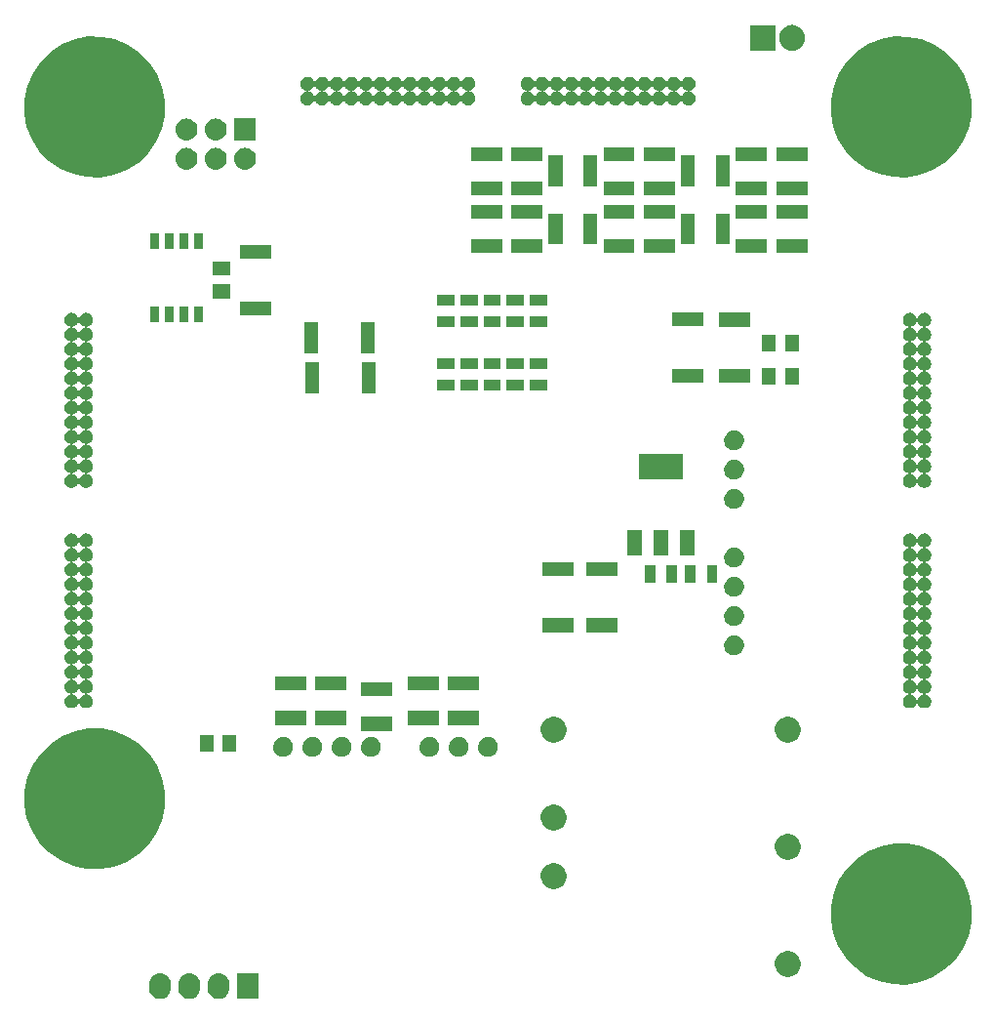
<source format=gbs>
G04 #@! TF.FileFunction,Soldermask,Bot*
%FSLAX46Y46*%
G04 Gerber Fmt 4.6, Leading zero omitted, Abs format (unit mm)*
G04 Created by KiCad (PCBNEW 4.0.5+dfsg1-4) date Tue May 30 16:14:19 2017*
%MOMM*%
%LPD*%
G01*
G04 APERTURE LIST*
%ADD10C,0.100000*%
G04 APERTURE END LIST*
D10*
G36*
X75943710Y-140148274D02*
X75943719Y-140148277D01*
X75943759Y-140148281D01*
X76123410Y-140203893D01*
X76288838Y-140293339D01*
X76433742Y-140413214D01*
X76552603Y-140558952D01*
X76640893Y-140725001D01*
X76695248Y-140905036D01*
X76713600Y-141092200D01*
X76713600Y-141407800D01*
X76713506Y-141421254D01*
X76692543Y-141608144D01*
X76635679Y-141787402D01*
X76545079Y-141952202D01*
X76424196Y-142096266D01*
X76277632Y-142214106D01*
X76110971Y-142301234D01*
X75930561Y-142354332D01*
X75930522Y-142354336D01*
X75930514Y-142354338D01*
X75743275Y-142371379D01*
X75556290Y-142351726D01*
X75556281Y-142351723D01*
X75556241Y-142351719D01*
X75376590Y-142296107D01*
X75211162Y-142206661D01*
X75066258Y-142086786D01*
X74947397Y-141941048D01*
X74859107Y-141774999D01*
X74804752Y-141594964D01*
X74786400Y-141407800D01*
X74786400Y-141092200D01*
X74786441Y-141086400D01*
X74786480Y-141080770D01*
X74786494Y-141078746D01*
X74807457Y-140891856D01*
X74864321Y-140712598D01*
X74954921Y-140547798D01*
X75075804Y-140403734D01*
X75222368Y-140285894D01*
X75389029Y-140198766D01*
X75569439Y-140145668D01*
X75569478Y-140145664D01*
X75569486Y-140145662D01*
X75756725Y-140128621D01*
X75943710Y-140148274D01*
X75943710Y-140148274D01*
G37*
G36*
X73403710Y-140148274D02*
X73403719Y-140148277D01*
X73403759Y-140148281D01*
X73583410Y-140203893D01*
X73748838Y-140293339D01*
X73893742Y-140413214D01*
X74012603Y-140558952D01*
X74100893Y-140725001D01*
X74155248Y-140905036D01*
X74173600Y-141092200D01*
X74173600Y-141407800D01*
X74173506Y-141421254D01*
X74152543Y-141608144D01*
X74095679Y-141787402D01*
X74005079Y-141952202D01*
X73884196Y-142096266D01*
X73737632Y-142214106D01*
X73570971Y-142301234D01*
X73390561Y-142354332D01*
X73390522Y-142354336D01*
X73390514Y-142354338D01*
X73203275Y-142371379D01*
X73016290Y-142351726D01*
X73016281Y-142351723D01*
X73016241Y-142351719D01*
X72836590Y-142296107D01*
X72671162Y-142206661D01*
X72526258Y-142086786D01*
X72407397Y-141941048D01*
X72319107Y-141774999D01*
X72264752Y-141594964D01*
X72246400Y-141407800D01*
X72246400Y-141092200D01*
X72246441Y-141086400D01*
X72246480Y-141080770D01*
X72246494Y-141078746D01*
X72267457Y-140891856D01*
X72324321Y-140712598D01*
X72414921Y-140547798D01*
X72535804Y-140403734D01*
X72682368Y-140285894D01*
X72849029Y-140198766D01*
X73029439Y-140145668D01*
X73029478Y-140145664D01*
X73029486Y-140145662D01*
X73216725Y-140128621D01*
X73403710Y-140148274D01*
X73403710Y-140148274D01*
G37*
G36*
X70863710Y-140148274D02*
X70863719Y-140148277D01*
X70863759Y-140148281D01*
X71043410Y-140203893D01*
X71208838Y-140293339D01*
X71353742Y-140413214D01*
X71472603Y-140558952D01*
X71560893Y-140725001D01*
X71615248Y-140905036D01*
X71633600Y-141092200D01*
X71633600Y-141407800D01*
X71633506Y-141421254D01*
X71612543Y-141608144D01*
X71555679Y-141787402D01*
X71465079Y-141952202D01*
X71344196Y-142096266D01*
X71197632Y-142214106D01*
X71030971Y-142301234D01*
X70850561Y-142354332D01*
X70850522Y-142354336D01*
X70850514Y-142354338D01*
X70663275Y-142371379D01*
X70476290Y-142351726D01*
X70476281Y-142351723D01*
X70476241Y-142351719D01*
X70296590Y-142296107D01*
X70131162Y-142206661D01*
X69986258Y-142086786D01*
X69867397Y-141941048D01*
X69779107Y-141774999D01*
X69724752Y-141594964D01*
X69706400Y-141407800D01*
X69706400Y-141092200D01*
X69706441Y-141086400D01*
X69706480Y-141080770D01*
X69706494Y-141078746D01*
X69727457Y-140891856D01*
X69784321Y-140712598D01*
X69874921Y-140547798D01*
X69995804Y-140403734D01*
X70142368Y-140285894D01*
X70309029Y-140198766D01*
X70489439Y-140145668D01*
X70489478Y-140145664D01*
X70489486Y-140145662D01*
X70676725Y-140128621D01*
X70863710Y-140148274D01*
X70863710Y-140148274D01*
G37*
G36*
X79253600Y-142366000D02*
X77326400Y-142366000D01*
X77326400Y-140134000D01*
X79253600Y-140134000D01*
X79253600Y-142366000D01*
X79253600Y-142366000D01*
G37*
G36*
X135640709Y-128904061D02*
X136812549Y-129144606D01*
X137915345Y-129608179D01*
X138907100Y-130277125D01*
X139750037Y-131125967D01*
X140412044Y-132122367D01*
X140867906Y-133228373D01*
X141100195Y-134401520D01*
X141100195Y-134401530D01*
X141100261Y-134401864D01*
X141081182Y-135768232D01*
X141081106Y-135768566D01*
X141081106Y-135768578D01*
X140816153Y-136934774D01*
X140329584Y-138027625D01*
X139640015Y-139005152D01*
X138773704Y-139830128D01*
X137763663Y-140471119D01*
X136648348Y-140903723D01*
X135470253Y-141111452D01*
X134274243Y-141086400D01*
X133105871Y-140829516D01*
X132009656Y-140350591D01*
X131027339Y-139667863D01*
X130196336Y-138807334D01*
X129548308Y-137801792D01*
X129107930Y-136689526D01*
X128891979Y-135512902D01*
X128908683Y-134316748D01*
X129157400Y-133146621D01*
X129628664Y-132047082D01*
X130304517Y-131060023D01*
X131159223Y-130223033D01*
X132160219Y-129567999D01*
X133269383Y-129119868D01*
X134444463Y-128895709D01*
X135640709Y-128904061D01*
X135640709Y-128904061D01*
G37*
G36*
X125277218Y-138204741D02*
X125491609Y-138248750D01*
X125693364Y-138333560D01*
X125874808Y-138455944D01*
X126029028Y-138611245D01*
X126150138Y-138793532D01*
X126233540Y-138995877D01*
X126275982Y-139210227D01*
X126275982Y-139210237D01*
X126276048Y-139210571D01*
X126272557Y-139460549D01*
X126272481Y-139460883D01*
X126272481Y-139460895D01*
X126224073Y-139673968D01*
X126135054Y-139873907D01*
X126008897Y-140052746D01*
X125850401Y-140203679D01*
X125665616Y-140320947D01*
X125461567Y-140400094D01*
X125246035Y-140438097D01*
X125027224Y-140433514D01*
X124813464Y-140386516D01*
X124612913Y-140298897D01*
X124433198Y-140173991D01*
X124281163Y-140016554D01*
X124162607Y-139832593D01*
X124082039Y-139629102D01*
X124042530Y-139413833D01*
X124045587Y-139194997D01*
X124091089Y-138980924D01*
X124177308Y-138779760D01*
X124300956Y-138599177D01*
X124457327Y-138446047D01*
X124640459Y-138326209D01*
X124843382Y-138244222D01*
X125058361Y-138203213D01*
X125277218Y-138204741D01*
X125277218Y-138204741D01*
G37*
G36*
X104957218Y-130584741D02*
X105171609Y-130628750D01*
X105373364Y-130713560D01*
X105554808Y-130835944D01*
X105709028Y-130991245D01*
X105830138Y-131173532D01*
X105913540Y-131375877D01*
X105955982Y-131590227D01*
X105955982Y-131590237D01*
X105956048Y-131590571D01*
X105952557Y-131840549D01*
X105952481Y-131840883D01*
X105952481Y-131840895D01*
X105904073Y-132053968D01*
X105815054Y-132253907D01*
X105688897Y-132432746D01*
X105530401Y-132583679D01*
X105345616Y-132700947D01*
X105141567Y-132780094D01*
X104926035Y-132818097D01*
X104707224Y-132813514D01*
X104493464Y-132766516D01*
X104292913Y-132678897D01*
X104113198Y-132553991D01*
X103961163Y-132396554D01*
X103842607Y-132212593D01*
X103762039Y-132009102D01*
X103722530Y-131793833D01*
X103725587Y-131574997D01*
X103771089Y-131360924D01*
X103857308Y-131159760D01*
X103980956Y-130979177D01*
X104137327Y-130826047D01*
X104320459Y-130706209D01*
X104523382Y-130624222D01*
X104738361Y-130583213D01*
X104957218Y-130584741D01*
X104957218Y-130584741D01*
G37*
G36*
X65640709Y-118904061D02*
X66812549Y-119144606D01*
X67915345Y-119608179D01*
X68907100Y-120277125D01*
X69750037Y-121125967D01*
X70412044Y-122122367D01*
X70867906Y-123228373D01*
X71100195Y-124401520D01*
X71100195Y-124401530D01*
X71100261Y-124401864D01*
X71081182Y-125768232D01*
X71081106Y-125768566D01*
X71081106Y-125768578D01*
X70816153Y-126934774D01*
X70329584Y-128027625D01*
X69640015Y-129005152D01*
X68773704Y-129830128D01*
X67763663Y-130471119D01*
X66648348Y-130903723D01*
X65470253Y-131111452D01*
X64274243Y-131086400D01*
X63105871Y-130829516D01*
X62009656Y-130350591D01*
X61027339Y-129667863D01*
X60196336Y-128807334D01*
X59548308Y-127801792D01*
X59107930Y-126689526D01*
X58891979Y-125512902D01*
X58908683Y-124316748D01*
X59157400Y-123146621D01*
X59628664Y-122047082D01*
X60304517Y-121060023D01*
X61159223Y-120223033D01*
X62160219Y-119567999D01*
X63269383Y-119119868D01*
X64444463Y-118895709D01*
X65640709Y-118904061D01*
X65640709Y-118904061D01*
G37*
G36*
X125277218Y-128044741D02*
X125491609Y-128088750D01*
X125693364Y-128173560D01*
X125874808Y-128295944D01*
X126029028Y-128451245D01*
X126150138Y-128633532D01*
X126233540Y-128835877D01*
X126275982Y-129050227D01*
X126275982Y-129050237D01*
X126276048Y-129050571D01*
X126272557Y-129300549D01*
X126272481Y-129300883D01*
X126272481Y-129300895D01*
X126224073Y-129513968D01*
X126135054Y-129713907D01*
X126008897Y-129892746D01*
X125850401Y-130043679D01*
X125665616Y-130160947D01*
X125461567Y-130240094D01*
X125246035Y-130278097D01*
X125027224Y-130273514D01*
X124813464Y-130226516D01*
X124612913Y-130138897D01*
X124433198Y-130013991D01*
X124281163Y-129856554D01*
X124162607Y-129672593D01*
X124082039Y-129469102D01*
X124042530Y-129253833D01*
X124045587Y-129034997D01*
X124091089Y-128820924D01*
X124177308Y-128619760D01*
X124300956Y-128439177D01*
X124457327Y-128286047D01*
X124640459Y-128166209D01*
X124843382Y-128084222D01*
X125058361Y-128043213D01*
X125277218Y-128044741D01*
X125277218Y-128044741D01*
G37*
G36*
X104957218Y-125504741D02*
X105171609Y-125548750D01*
X105373364Y-125633560D01*
X105554808Y-125755944D01*
X105709028Y-125911245D01*
X105830138Y-126093532D01*
X105913540Y-126295877D01*
X105955982Y-126510227D01*
X105955982Y-126510237D01*
X105956048Y-126510571D01*
X105952557Y-126760549D01*
X105952481Y-126760883D01*
X105952481Y-126760895D01*
X105904073Y-126973968D01*
X105815054Y-127173907D01*
X105688897Y-127352746D01*
X105530401Y-127503679D01*
X105345616Y-127620947D01*
X105141567Y-127700094D01*
X104926035Y-127738097D01*
X104707224Y-127733514D01*
X104493464Y-127686516D01*
X104292913Y-127598897D01*
X104113198Y-127473991D01*
X103961163Y-127316554D01*
X103842607Y-127132593D01*
X103762039Y-126929102D01*
X103722530Y-126713833D01*
X103725587Y-126494997D01*
X103771089Y-126280924D01*
X103857308Y-126079760D01*
X103980956Y-125899177D01*
X104137327Y-125746047D01*
X104320459Y-125626209D01*
X104523382Y-125544222D01*
X104738361Y-125503213D01*
X104957218Y-125504741D01*
X104957218Y-125504741D01*
G37*
G36*
X99230539Y-119638572D02*
X99396136Y-119672564D01*
X99551971Y-119738072D01*
X99692119Y-119832602D01*
X99811237Y-119952555D01*
X99904788Y-120093359D01*
X99969203Y-120249645D01*
X100001971Y-120415133D01*
X100001971Y-120415143D01*
X100002037Y-120415477D01*
X99999341Y-120608560D01*
X99999265Y-120608894D01*
X99999265Y-120608905D01*
X99961891Y-120773406D01*
X99893133Y-120927839D01*
X99795690Y-121065974D01*
X99673266Y-121182556D01*
X99530539Y-121273134D01*
X99372931Y-121334267D01*
X99206454Y-121363620D01*
X99037444Y-121360081D01*
X98872336Y-121323779D01*
X98717431Y-121256103D01*
X98578613Y-121159622D01*
X98461184Y-121038020D01*
X98369612Y-120895928D01*
X98307381Y-120738752D01*
X98276864Y-120572476D01*
X98279225Y-120403447D01*
X98314371Y-120238097D01*
X98380967Y-120082718D01*
X98476473Y-119943235D01*
X98597254Y-119824957D01*
X98738705Y-119732394D01*
X98895444Y-119669067D01*
X99061493Y-119637392D01*
X99230539Y-119638572D01*
X99230539Y-119638572D01*
G37*
G36*
X81450539Y-119638572D02*
X81616136Y-119672564D01*
X81771971Y-119738072D01*
X81912119Y-119832602D01*
X82031237Y-119952555D01*
X82124788Y-120093359D01*
X82189203Y-120249645D01*
X82221971Y-120415133D01*
X82221971Y-120415143D01*
X82222037Y-120415477D01*
X82219341Y-120608560D01*
X82219265Y-120608894D01*
X82219265Y-120608905D01*
X82181891Y-120773406D01*
X82113133Y-120927839D01*
X82015690Y-121065974D01*
X81893266Y-121182556D01*
X81750539Y-121273134D01*
X81592931Y-121334267D01*
X81426454Y-121363620D01*
X81257444Y-121360081D01*
X81092336Y-121323779D01*
X80937431Y-121256103D01*
X80798613Y-121159622D01*
X80681184Y-121038020D01*
X80589612Y-120895928D01*
X80527381Y-120738752D01*
X80496864Y-120572476D01*
X80499225Y-120403447D01*
X80534371Y-120238097D01*
X80600967Y-120082718D01*
X80696473Y-119943235D01*
X80817254Y-119824957D01*
X80958705Y-119732394D01*
X81115444Y-119669067D01*
X81281493Y-119637392D01*
X81450539Y-119638572D01*
X81450539Y-119638572D01*
G37*
G36*
X83990539Y-119638572D02*
X84156136Y-119672564D01*
X84311971Y-119738072D01*
X84452119Y-119832602D01*
X84571237Y-119952555D01*
X84664788Y-120093359D01*
X84729203Y-120249645D01*
X84761971Y-120415133D01*
X84761971Y-120415143D01*
X84762037Y-120415477D01*
X84759341Y-120608560D01*
X84759265Y-120608894D01*
X84759265Y-120608905D01*
X84721891Y-120773406D01*
X84653133Y-120927839D01*
X84555690Y-121065974D01*
X84433266Y-121182556D01*
X84290539Y-121273134D01*
X84132931Y-121334267D01*
X83966454Y-121363620D01*
X83797444Y-121360081D01*
X83632336Y-121323779D01*
X83477431Y-121256103D01*
X83338613Y-121159622D01*
X83221184Y-121038020D01*
X83129612Y-120895928D01*
X83067381Y-120738752D01*
X83036864Y-120572476D01*
X83039225Y-120403447D01*
X83074371Y-120238097D01*
X83140967Y-120082718D01*
X83236473Y-119943235D01*
X83357254Y-119824957D01*
X83498705Y-119732394D01*
X83655444Y-119669067D01*
X83821493Y-119637392D01*
X83990539Y-119638572D01*
X83990539Y-119638572D01*
G37*
G36*
X86530539Y-119638572D02*
X86696136Y-119672564D01*
X86851971Y-119738072D01*
X86992119Y-119832602D01*
X87111237Y-119952555D01*
X87204788Y-120093359D01*
X87269203Y-120249645D01*
X87301971Y-120415133D01*
X87301971Y-120415143D01*
X87302037Y-120415477D01*
X87299341Y-120608560D01*
X87299265Y-120608894D01*
X87299265Y-120608905D01*
X87261891Y-120773406D01*
X87193133Y-120927839D01*
X87095690Y-121065974D01*
X86973266Y-121182556D01*
X86830539Y-121273134D01*
X86672931Y-121334267D01*
X86506454Y-121363620D01*
X86337444Y-121360081D01*
X86172336Y-121323779D01*
X86017431Y-121256103D01*
X85878613Y-121159622D01*
X85761184Y-121038020D01*
X85669612Y-120895928D01*
X85607381Y-120738752D01*
X85576864Y-120572476D01*
X85579225Y-120403447D01*
X85614371Y-120238097D01*
X85680967Y-120082718D01*
X85776473Y-119943235D01*
X85897254Y-119824957D01*
X86038705Y-119732394D01*
X86195444Y-119669067D01*
X86361493Y-119637392D01*
X86530539Y-119638572D01*
X86530539Y-119638572D01*
G37*
G36*
X89070539Y-119638572D02*
X89236136Y-119672564D01*
X89391971Y-119738072D01*
X89532119Y-119832602D01*
X89651237Y-119952555D01*
X89744788Y-120093359D01*
X89809203Y-120249645D01*
X89841971Y-120415133D01*
X89841971Y-120415143D01*
X89842037Y-120415477D01*
X89839341Y-120608560D01*
X89839265Y-120608894D01*
X89839265Y-120608905D01*
X89801891Y-120773406D01*
X89733133Y-120927839D01*
X89635690Y-121065974D01*
X89513266Y-121182556D01*
X89370539Y-121273134D01*
X89212931Y-121334267D01*
X89046454Y-121363620D01*
X88877444Y-121360081D01*
X88712336Y-121323779D01*
X88557431Y-121256103D01*
X88418613Y-121159622D01*
X88301184Y-121038020D01*
X88209612Y-120895928D01*
X88147381Y-120738752D01*
X88116864Y-120572476D01*
X88119225Y-120403447D01*
X88154371Y-120238097D01*
X88220967Y-120082718D01*
X88316473Y-119943235D01*
X88437254Y-119824957D01*
X88578705Y-119732394D01*
X88735444Y-119669067D01*
X88901493Y-119637392D01*
X89070539Y-119638572D01*
X89070539Y-119638572D01*
G37*
G36*
X94150539Y-119638572D02*
X94316136Y-119672564D01*
X94471971Y-119738072D01*
X94612119Y-119832602D01*
X94731237Y-119952555D01*
X94824788Y-120093359D01*
X94889203Y-120249645D01*
X94921971Y-120415133D01*
X94921971Y-120415143D01*
X94922037Y-120415477D01*
X94919341Y-120608560D01*
X94919265Y-120608894D01*
X94919265Y-120608905D01*
X94881891Y-120773406D01*
X94813133Y-120927839D01*
X94715690Y-121065974D01*
X94593266Y-121182556D01*
X94450539Y-121273134D01*
X94292931Y-121334267D01*
X94126454Y-121363620D01*
X93957444Y-121360081D01*
X93792336Y-121323779D01*
X93637431Y-121256103D01*
X93498613Y-121159622D01*
X93381184Y-121038020D01*
X93289612Y-120895928D01*
X93227381Y-120738752D01*
X93196864Y-120572476D01*
X93199225Y-120403447D01*
X93234371Y-120238097D01*
X93300967Y-120082718D01*
X93396473Y-119943235D01*
X93517254Y-119824957D01*
X93658705Y-119732394D01*
X93815444Y-119669067D01*
X93981493Y-119637392D01*
X94150539Y-119638572D01*
X94150539Y-119638572D01*
G37*
G36*
X96690539Y-119638572D02*
X96856136Y-119672564D01*
X97011971Y-119738072D01*
X97152119Y-119832602D01*
X97271237Y-119952555D01*
X97364788Y-120093359D01*
X97429203Y-120249645D01*
X97461971Y-120415133D01*
X97461971Y-120415143D01*
X97462037Y-120415477D01*
X97459341Y-120608560D01*
X97459265Y-120608894D01*
X97459265Y-120608905D01*
X97421891Y-120773406D01*
X97353133Y-120927839D01*
X97255690Y-121065974D01*
X97133266Y-121182556D01*
X96990539Y-121273134D01*
X96832931Y-121334267D01*
X96666454Y-121363620D01*
X96497444Y-121360081D01*
X96332336Y-121323779D01*
X96177431Y-121256103D01*
X96038613Y-121159622D01*
X95921184Y-121038020D01*
X95829612Y-120895928D01*
X95767381Y-120738752D01*
X95736864Y-120572476D01*
X95739225Y-120403447D01*
X95774371Y-120238097D01*
X95840967Y-120082718D01*
X95936473Y-119943235D01*
X96057254Y-119824957D01*
X96198705Y-119732394D01*
X96355444Y-119669067D01*
X96521493Y-119637392D01*
X96690539Y-119638572D01*
X96690539Y-119638572D01*
G37*
G36*
X75302876Y-120915452D02*
X74102876Y-120915452D01*
X74102876Y-119465452D01*
X75302876Y-119465452D01*
X75302876Y-120915452D01*
X75302876Y-120915452D01*
G37*
G36*
X77302876Y-120915452D02*
X76102876Y-120915452D01*
X76102876Y-119465452D01*
X77302876Y-119465452D01*
X77302876Y-120915452D01*
X77302876Y-120915452D01*
G37*
G36*
X104957218Y-117884741D02*
X105171609Y-117928750D01*
X105373364Y-118013560D01*
X105554808Y-118135944D01*
X105709028Y-118291245D01*
X105830138Y-118473532D01*
X105913540Y-118675877D01*
X105955982Y-118890227D01*
X105955982Y-118890237D01*
X105956048Y-118890571D01*
X105952557Y-119140549D01*
X105952481Y-119140883D01*
X105952481Y-119140895D01*
X105904073Y-119353968D01*
X105815054Y-119553907D01*
X105688897Y-119732746D01*
X105530401Y-119883679D01*
X105345616Y-120000947D01*
X105141567Y-120080094D01*
X104926035Y-120118097D01*
X104707224Y-120113514D01*
X104493464Y-120066516D01*
X104292913Y-119978897D01*
X104113198Y-119853991D01*
X103961163Y-119696554D01*
X103842607Y-119512593D01*
X103762039Y-119309102D01*
X103722530Y-119093833D01*
X103725587Y-118874997D01*
X103771089Y-118660924D01*
X103857308Y-118459760D01*
X103980956Y-118279177D01*
X104137327Y-118126047D01*
X104320459Y-118006209D01*
X104523382Y-117924222D01*
X104738361Y-117883213D01*
X104957218Y-117884741D01*
X104957218Y-117884741D01*
G37*
G36*
X125277218Y-117884741D02*
X125491609Y-117928750D01*
X125693364Y-118013560D01*
X125874808Y-118135944D01*
X126029028Y-118291245D01*
X126150138Y-118473532D01*
X126233540Y-118675877D01*
X126275982Y-118890227D01*
X126275982Y-118890237D01*
X126276048Y-118890571D01*
X126272557Y-119140549D01*
X126272481Y-119140883D01*
X126272481Y-119140895D01*
X126224073Y-119353968D01*
X126135054Y-119553907D01*
X126008897Y-119732746D01*
X125850401Y-119883679D01*
X125665616Y-120000947D01*
X125461567Y-120080094D01*
X125246035Y-120118097D01*
X125027224Y-120113514D01*
X124813464Y-120066516D01*
X124612913Y-119978897D01*
X124433198Y-119853991D01*
X124281163Y-119696554D01*
X124162607Y-119512593D01*
X124082039Y-119309102D01*
X124042530Y-119093833D01*
X124045587Y-118874997D01*
X124091089Y-118660924D01*
X124177308Y-118459760D01*
X124300956Y-118279177D01*
X124457327Y-118126047D01*
X124640459Y-118006209D01*
X124843382Y-117924222D01*
X125058361Y-117883213D01*
X125277218Y-117884741D01*
X125277218Y-117884741D01*
G37*
G36*
X90850000Y-119100000D02*
X88150000Y-119100000D01*
X88150000Y-117900000D01*
X90850000Y-117900000D01*
X90850000Y-119100000D01*
X90850000Y-119100000D01*
G37*
G36*
X86850000Y-118600000D02*
X84150000Y-118600000D01*
X84150000Y-117400000D01*
X86850000Y-117400000D01*
X86850000Y-118600000D01*
X86850000Y-118600000D01*
G37*
G36*
X83350000Y-118600000D02*
X80650000Y-118600000D01*
X80650000Y-117400000D01*
X83350000Y-117400000D01*
X83350000Y-118600000D01*
X83350000Y-118600000D01*
G37*
G36*
X94850000Y-118600000D02*
X92150000Y-118600000D01*
X92150000Y-117400000D01*
X94850000Y-117400000D01*
X94850000Y-118600000D01*
X94850000Y-118600000D01*
G37*
G36*
X98350000Y-118600000D02*
X95650000Y-118600000D01*
X95650000Y-117400000D01*
X98350000Y-117400000D01*
X98350000Y-118600000D01*
X98350000Y-118600000D01*
G37*
G36*
X64313020Y-101975398D02*
X64428285Y-101999059D01*
X64536755Y-102044655D01*
X64634308Y-102110455D01*
X64717217Y-102193945D01*
X64782336Y-102291956D01*
X64827171Y-102400737D01*
X64849960Y-102515823D01*
X64849960Y-102515833D01*
X64850026Y-102516167D01*
X64848149Y-102650564D01*
X64848073Y-102650898D01*
X64848073Y-102650910D01*
X64822084Y-102765305D01*
X64774223Y-102872800D01*
X64706398Y-102968949D01*
X64621182Y-103050098D01*
X64521837Y-103113145D01*
X64412133Y-103155696D01*
X64381877Y-103161031D01*
X64368503Y-103165399D01*
X64356875Y-103173320D01*
X64347914Y-103184167D01*
X64342330Y-103197081D01*
X64340565Y-103211039D01*
X64342758Y-103224937D01*
X64348737Y-103237673D01*
X64358027Y-103248240D01*
X64369892Y-103255800D01*
X64380505Y-103259250D01*
X64428285Y-103269058D01*
X64536755Y-103314655D01*
X64634308Y-103380455D01*
X64717217Y-103463945D01*
X64782336Y-103561956D01*
X64827171Y-103670737D01*
X64849960Y-103785823D01*
X64849960Y-103785833D01*
X64850026Y-103786167D01*
X64848149Y-103920564D01*
X64848073Y-103920898D01*
X64848073Y-103920910D01*
X64822084Y-104035305D01*
X64774223Y-104142800D01*
X64706398Y-104238949D01*
X64621182Y-104320098D01*
X64521837Y-104383145D01*
X64412133Y-104425696D01*
X64381877Y-104431031D01*
X64368503Y-104435399D01*
X64356875Y-104443320D01*
X64347914Y-104454167D01*
X64342330Y-104467081D01*
X64340565Y-104481039D01*
X64342758Y-104494937D01*
X64348737Y-104507673D01*
X64358027Y-104518240D01*
X64369892Y-104525800D01*
X64380505Y-104529250D01*
X64428285Y-104539058D01*
X64536755Y-104584655D01*
X64634308Y-104650455D01*
X64717217Y-104733945D01*
X64782336Y-104831956D01*
X64827171Y-104940737D01*
X64849960Y-105055823D01*
X64849960Y-105055833D01*
X64850026Y-105056167D01*
X64848149Y-105190564D01*
X64848073Y-105190898D01*
X64848073Y-105190910D01*
X64822084Y-105305305D01*
X64774223Y-105412800D01*
X64706398Y-105508949D01*
X64621182Y-105590098D01*
X64521837Y-105653145D01*
X64412133Y-105695696D01*
X64381877Y-105701031D01*
X64368503Y-105705399D01*
X64356875Y-105713320D01*
X64347914Y-105724167D01*
X64342330Y-105737081D01*
X64340565Y-105751039D01*
X64342758Y-105764937D01*
X64348737Y-105777673D01*
X64358027Y-105788240D01*
X64369892Y-105795800D01*
X64380505Y-105799250D01*
X64428285Y-105809058D01*
X64536755Y-105854655D01*
X64634308Y-105920455D01*
X64717217Y-106003945D01*
X64782336Y-106101956D01*
X64827171Y-106210737D01*
X64849960Y-106325823D01*
X64849960Y-106325833D01*
X64850026Y-106326167D01*
X64848149Y-106460564D01*
X64848073Y-106460898D01*
X64848073Y-106460910D01*
X64822084Y-106575305D01*
X64774223Y-106682800D01*
X64706398Y-106778949D01*
X64621182Y-106860098D01*
X64521837Y-106923145D01*
X64412133Y-106965696D01*
X64381877Y-106971031D01*
X64368503Y-106975399D01*
X64356875Y-106983320D01*
X64347914Y-106994167D01*
X64342330Y-107007081D01*
X64340565Y-107021039D01*
X64342758Y-107034937D01*
X64348737Y-107047673D01*
X64358027Y-107058240D01*
X64369892Y-107065800D01*
X64380505Y-107069250D01*
X64428285Y-107079058D01*
X64536755Y-107124655D01*
X64634308Y-107190455D01*
X64717217Y-107273945D01*
X64782336Y-107371956D01*
X64827171Y-107480737D01*
X64849960Y-107595823D01*
X64849960Y-107595833D01*
X64850026Y-107596167D01*
X64848149Y-107730564D01*
X64848073Y-107730898D01*
X64848073Y-107730910D01*
X64822084Y-107845305D01*
X64774223Y-107952800D01*
X64706398Y-108048949D01*
X64621182Y-108130098D01*
X64521837Y-108193145D01*
X64412133Y-108235696D01*
X64381877Y-108241031D01*
X64368503Y-108245399D01*
X64356875Y-108253320D01*
X64347914Y-108264167D01*
X64342330Y-108277081D01*
X64340565Y-108291039D01*
X64342758Y-108304937D01*
X64348737Y-108317673D01*
X64358027Y-108328240D01*
X64369892Y-108335800D01*
X64380505Y-108339250D01*
X64428285Y-108349058D01*
X64536755Y-108394655D01*
X64634308Y-108460455D01*
X64717217Y-108543945D01*
X64782336Y-108641956D01*
X64827171Y-108750737D01*
X64849960Y-108865823D01*
X64849960Y-108865833D01*
X64850026Y-108866167D01*
X64848149Y-109000564D01*
X64848073Y-109000898D01*
X64848073Y-109000910D01*
X64822084Y-109115305D01*
X64774223Y-109222800D01*
X64706398Y-109318949D01*
X64621182Y-109400098D01*
X64521837Y-109463145D01*
X64412133Y-109505696D01*
X64381877Y-109511031D01*
X64368503Y-109515399D01*
X64356875Y-109523320D01*
X64347914Y-109534167D01*
X64342330Y-109547081D01*
X64340565Y-109561039D01*
X64342758Y-109574937D01*
X64348737Y-109587673D01*
X64358027Y-109598240D01*
X64369892Y-109605800D01*
X64380505Y-109609250D01*
X64428285Y-109619058D01*
X64536755Y-109664655D01*
X64634308Y-109730455D01*
X64717217Y-109813945D01*
X64782336Y-109911956D01*
X64827171Y-110020737D01*
X64849960Y-110135823D01*
X64849960Y-110135833D01*
X64850026Y-110136167D01*
X64848149Y-110270564D01*
X64848073Y-110270898D01*
X64848073Y-110270910D01*
X64822084Y-110385305D01*
X64774223Y-110492800D01*
X64706398Y-110588949D01*
X64621182Y-110670098D01*
X64521837Y-110733145D01*
X64412133Y-110775696D01*
X64381877Y-110781031D01*
X64368503Y-110785399D01*
X64356875Y-110793320D01*
X64347914Y-110804167D01*
X64342330Y-110817081D01*
X64340565Y-110831039D01*
X64342758Y-110844937D01*
X64348737Y-110857673D01*
X64358027Y-110868240D01*
X64369892Y-110875800D01*
X64380505Y-110879250D01*
X64428285Y-110889058D01*
X64536755Y-110934655D01*
X64634308Y-111000455D01*
X64717217Y-111083945D01*
X64782336Y-111181956D01*
X64827171Y-111290737D01*
X64849960Y-111405823D01*
X64849960Y-111405833D01*
X64850026Y-111406167D01*
X64848149Y-111540564D01*
X64848073Y-111540898D01*
X64848073Y-111540910D01*
X64822084Y-111655305D01*
X64774223Y-111762800D01*
X64706398Y-111858949D01*
X64621182Y-111940098D01*
X64521837Y-112003145D01*
X64412133Y-112045696D01*
X64381877Y-112051031D01*
X64368503Y-112055399D01*
X64356875Y-112063320D01*
X64347914Y-112074167D01*
X64342330Y-112087081D01*
X64340565Y-112101039D01*
X64342758Y-112114937D01*
X64348737Y-112127673D01*
X64358027Y-112138240D01*
X64369892Y-112145800D01*
X64380505Y-112149250D01*
X64428285Y-112159058D01*
X64536755Y-112204655D01*
X64634308Y-112270455D01*
X64717217Y-112353945D01*
X64782336Y-112451956D01*
X64827171Y-112560737D01*
X64849960Y-112675823D01*
X64849960Y-112675833D01*
X64850026Y-112676167D01*
X64848149Y-112810564D01*
X64848073Y-112810898D01*
X64848073Y-112810910D01*
X64822084Y-112925305D01*
X64774223Y-113032800D01*
X64706398Y-113128949D01*
X64621182Y-113210098D01*
X64521837Y-113273145D01*
X64412133Y-113315696D01*
X64381877Y-113321031D01*
X64368503Y-113325399D01*
X64356875Y-113333320D01*
X64347914Y-113344167D01*
X64342330Y-113357081D01*
X64340565Y-113371039D01*
X64342758Y-113384937D01*
X64348737Y-113397673D01*
X64358027Y-113408240D01*
X64369892Y-113415800D01*
X64380505Y-113419250D01*
X64428285Y-113429058D01*
X64536755Y-113474655D01*
X64634308Y-113540455D01*
X64717217Y-113623945D01*
X64782336Y-113721956D01*
X64827171Y-113830737D01*
X64849960Y-113945823D01*
X64849960Y-113945833D01*
X64850026Y-113946167D01*
X64848149Y-114080564D01*
X64848073Y-114080898D01*
X64848073Y-114080910D01*
X64822084Y-114195305D01*
X64774223Y-114302800D01*
X64706398Y-114398949D01*
X64621182Y-114480098D01*
X64521837Y-114543145D01*
X64412133Y-114585696D01*
X64381877Y-114591031D01*
X64368503Y-114595399D01*
X64356875Y-114603320D01*
X64347914Y-114614167D01*
X64342330Y-114627081D01*
X64340565Y-114641039D01*
X64342758Y-114654937D01*
X64348737Y-114667673D01*
X64358027Y-114678240D01*
X64369892Y-114685800D01*
X64380505Y-114689250D01*
X64428285Y-114699058D01*
X64536755Y-114744655D01*
X64634308Y-114810455D01*
X64717217Y-114893945D01*
X64782336Y-114991956D01*
X64827171Y-115100737D01*
X64849960Y-115215823D01*
X64849960Y-115215833D01*
X64850026Y-115216167D01*
X64848149Y-115350564D01*
X64848073Y-115350898D01*
X64848073Y-115350910D01*
X64822084Y-115465305D01*
X64774223Y-115572800D01*
X64706398Y-115668949D01*
X64621182Y-115750098D01*
X64521837Y-115813145D01*
X64412133Y-115855696D01*
X64381877Y-115861031D01*
X64368503Y-115865399D01*
X64356875Y-115873320D01*
X64347914Y-115884167D01*
X64342330Y-115897081D01*
X64340565Y-115911039D01*
X64342758Y-115924937D01*
X64348737Y-115937673D01*
X64358027Y-115948240D01*
X64369892Y-115955800D01*
X64380505Y-115959250D01*
X64428285Y-115969058D01*
X64536755Y-116014655D01*
X64634308Y-116080455D01*
X64717217Y-116163945D01*
X64782336Y-116261956D01*
X64827171Y-116370737D01*
X64849960Y-116485823D01*
X64849960Y-116485833D01*
X64850026Y-116486167D01*
X64848149Y-116620564D01*
X64848073Y-116620898D01*
X64848073Y-116620910D01*
X64822084Y-116735305D01*
X64774223Y-116842800D01*
X64706398Y-116938949D01*
X64621182Y-117020098D01*
X64521837Y-117083145D01*
X64412133Y-117125697D01*
X64296257Y-117146128D01*
X64178616Y-117143664D01*
X64063688Y-117118396D01*
X63955867Y-117071290D01*
X63859246Y-117004136D01*
X63777506Y-116919492D01*
X63713767Y-116820589D01*
X63670451Y-116711185D01*
X63663978Y-116675916D01*
X63659516Y-116662572D01*
X63651513Y-116651000D01*
X63640604Y-116642115D01*
X63627651Y-116636622D01*
X63613681Y-116634955D01*
X63599799Y-116637245D01*
X63587105Y-116643313D01*
X63576603Y-116652676D01*
X63569126Y-116664595D01*
X63566041Y-116673865D01*
X63552082Y-116735310D01*
X63504223Y-116842800D01*
X63436398Y-116938949D01*
X63351182Y-117020098D01*
X63251837Y-117083145D01*
X63142133Y-117125697D01*
X63026257Y-117146128D01*
X62908616Y-117143664D01*
X62793688Y-117118396D01*
X62685867Y-117071290D01*
X62589246Y-117004136D01*
X62507506Y-116919492D01*
X62443767Y-116820589D01*
X62400451Y-116711185D01*
X62379209Y-116595447D01*
X62380852Y-116477794D01*
X62405315Y-116362702D01*
X62451671Y-116254548D01*
X62518148Y-116157460D01*
X62602219Y-116075132D01*
X62700675Y-116010704D01*
X62809776Y-115966624D01*
X62849820Y-115958985D01*
X62863132Y-115954430D01*
X62874648Y-115946347D01*
X62883456Y-115935376D01*
X62888859Y-115922385D01*
X62890132Y-115911039D01*
X63070565Y-115911039D01*
X63072758Y-115924937D01*
X63078737Y-115937673D01*
X63088027Y-115948240D01*
X63099892Y-115955800D01*
X63110505Y-115959250D01*
X63158285Y-115969058D01*
X63266755Y-116014655D01*
X63364308Y-116080455D01*
X63447217Y-116163945D01*
X63512336Y-116261956D01*
X63557171Y-116370737D01*
X63566014Y-116415396D01*
X63570662Y-116428675D01*
X63578825Y-116440135D01*
X63589857Y-116448866D01*
X63602885Y-116454179D01*
X63616878Y-116455651D01*
X63630726Y-116453167D01*
X63643335Y-116446923D01*
X63653704Y-116437414D01*
X63661014Y-116425392D01*
X63663969Y-116416080D01*
X63675315Y-116362703D01*
X63721671Y-116254548D01*
X63788148Y-116157460D01*
X63872219Y-116075132D01*
X63970675Y-116010704D01*
X64079776Y-115966624D01*
X64119820Y-115958985D01*
X64133132Y-115954430D01*
X64144648Y-115946347D01*
X64153456Y-115935376D01*
X64158859Y-115922385D01*
X64160428Y-115908403D01*
X64158041Y-115894538D01*
X64151885Y-115881886D01*
X64142448Y-115871451D01*
X64130478Y-115864057D01*
X64121186Y-115861037D01*
X64063689Y-115848396D01*
X63955867Y-115801290D01*
X63859246Y-115734136D01*
X63777506Y-115649492D01*
X63713767Y-115550589D01*
X63670451Y-115441185D01*
X63663978Y-115405916D01*
X63659516Y-115392572D01*
X63651513Y-115381000D01*
X63640604Y-115372115D01*
X63627651Y-115366622D01*
X63613681Y-115364955D01*
X63599799Y-115367245D01*
X63587105Y-115373313D01*
X63576603Y-115382676D01*
X63569126Y-115394595D01*
X63566041Y-115403865D01*
X63552082Y-115465310D01*
X63504223Y-115572800D01*
X63436398Y-115668949D01*
X63351182Y-115750098D01*
X63251837Y-115813145D01*
X63142133Y-115855696D01*
X63111877Y-115861031D01*
X63098503Y-115865399D01*
X63086875Y-115873320D01*
X63077914Y-115884167D01*
X63072330Y-115897081D01*
X63070565Y-115911039D01*
X62890132Y-115911039D01*
X62890428Y-115908403D01*
X62888041Y-115894538D01*
X62881885Y-115881886D01*
X62872448Y-115871451D01*
X62860478Y-115864057D01*
X62851186Y-115861037D01*
X62793689Y-115848396D01*
X62685867Y-115801290D01*
X62589246Y-115734136D01*
X62507506Y-115649492D01*
X62443767Y-115550589D01*
X62400451Y-115441185D01*
X62379209Y-115325447D01*
X62380852Y-115207794D01*
X62405315Y-115092702D01*
X62451671Y-114984548D01*
X62518148Y-114887460D01*
X62602219Y-114805132D01*
X62700675Y-114740704D01*
X62809776Y-114696624D01*
X62849820Y-114688985D01*
X62863132Y-114684430D01*
X62874648Y-114676347D01*
X62883456Y-114665376D01*
X62888859Y-114652385D01*
X62890132Y-114641039D01*
X63070565Y-114641039D01*
X63072758Y-114654937D01*
X63078737Y-114667673D01*
X63088027Y-114678240D01*
X63099892Y-114685800D01*
X63110505Y-114689250D01*
X63158285Y-114699058D01*
X63266755Y-114744655D01*
X63364308Y-114810455D01*
X63447217Y-114893945D01*
X63512336Y-114991956D01*
X63557171Y-115100737D01*
X63566014Y-115145396D01*
X63570662Y-115158675D01*
X63578825Y-115170135D01*
X63589857Y-115178866D01*
X63602885Y-115184179D01*
X63616878Y-115185651D01*
X63630726Y-115183167D01*
X63643335Y-115176923D01*
X63653704Y-115167414D01*
X63661014Y-115155392D01*
X63663969Y-115146080D01*
X63675315Y-115092703D01*
X63721671Y-114984548D01*
X63788148Y-114887460D01*
X63872219Y-114805132D01*
X63970675Y-114740704D01*
X64079776Y-114696624D01*
X64119820Y-114688985D01*
X64133132Y-114684430D01*
X64144648Y-114676347D01*
X64153456Y-114665376D01*
X64158859Y-114652385D01*
X64160428Y-114638403D01*
X64158041Y-114624538D01*
X64151885Y-114611886D01*
X64142448Y-114601451D01*
X64130478Y-114594057D01*
X64121186Y-114591037D01*
X64063689Y-114578396D01*
X63955867Y-114531290D01*
X63859246Y-114464136D01*
X63777506Y-114379492D01*
X63713767Y-114280589D01*
X63670451Y-114171185D01*
X63663978Y-114135916D01*
X63659516Y-114122572D01*
X63651513Y-114111000D01*
X63640604Y-114102115D01*
X63627651Y-114096622D01*
X63613681Y-114094955D01*
X63599799Y-114097245D01*
X63587105Y-114103313D01*
X63576603Y-114112676D01*
X63569126Y-114124595D01*
X63566041Y-114133865D01*
X63552082Y-114195310D01*
X63504223Y-114302800D01*
X63436398Y-114398949D01*
X63351182Y-114480098D01*
X63251837Y-114543145D01*
X63142133Y-114585696D01*
X63111877Y-114591031D01*
X63098503Y-114595399D01*
X63086875Y-114603320D01*
X63077914Y-114614167D01*
X63072330Y-114627081D01*
X63070565Y-114641039D01*
X62890132Y-114641039D01*
X62890428Y-114638403D01*
X62888041Y-114624538D01*
X62881885Y-114611886D01*
X62872448Y-114601451D01*
X62860478Y-114594057D01*
X62851186Y-114591037D01*
X62793689Y-114578396D01*
X62685867Y-114531290D01*
X62589246Y-114464136D01*
X62507506Y-114379492D01*
X62443767Y-114280589D01*
X62400451Y-114171185D01*
X62379209Y-114055447D01*
X62380852Y-113937794D01*
X62405315Y-113822702D01*
X62451671Y-113714548D01*
X62518148Y-113617460D01*
X62602219Y-113535132D01*
X62700675Y-113470704D01*
X62809776Y-113426624D01*
X62849820Y-113418985D01*
X62863132Y-113414430D01*
X62874648Y-113406347D01*
X62883456Y-113395376D01*
X62888859Y-113382385D01*
X62890132Y-113371039D01*
X63070565Y-113371039D01*
X63072758Y-113384937D01*
X63078737Y-113397673D01*
X63088027Y-113408240D01*
X63099892Y-113415800D01*
X63110505Y-113419250D01*
X63158285Y-113429058D01*
X63266755Y-113474655D01*
X63364308Y-113540455D01*
X63447217Y-113623945D01*
X63512336Y-113721956D01*
X63557171Y-113830737D01*
X63566014Y-113875396D01*
X63570662Y-113888675D01*
X63578825Y-113900135D01*
X63589857Y-113908866D01*
X63602885Y-113914179D01*
X63616878Y-113915651D01*
X63630726Y-113913167D01*
X63643335Y-113906923D01*
X63653704Y-113897414D01*
X63661014Y-113885392D01*
X63663969Y-113876080D01*
X63675315Y-113822703D01*
X63721671Y-113714548D01*
X63788148Y-113617460D01*
X63872219Y-113535132D01*
X63970675Y-113470704D01*
X64079776Y-113426624D01*
X64119820Y-113418985D01*
X64133132Y-113414430D01*
X64144648Y-113406347D01*
X64153456Y-113395376D01*
X64158859Y-113382385D01*
X64160428Y-113368403D01*
X64158041Y-113354538D01*
X64151885Y-113341886D01*
X64142448Y-113331451D01*
X64130478Y-113324057D01*
X64121186Y-113321037D01*
X64063689Y-113308396D01*
X63955867Y-113261290D01*
X63859246Y-113194136D01*
X63777506Y-113109492D01*
X63713767Y-113010589D01*
X63670451Y-112901185D01*
X63663978Y-112865916D01*
X63659516Y-112852572D01*
X63651513Y-112841000D01*
X63640604Y-112832115D01*
X63627651Y-112826622D01*
X63613681Y-112824955D01*
X63599799Y-112827245D01*
X63587105Y-112833313D01*
X63576603Y-112842676D01*
X63569126Y-112854595D01*
X63566041Y-112863865D01*
X63552082Y-112925310D01*
X63504223Y-113032800D01*
X63436398Y-113128949D01*
X63351182Y-113210098D01*
X63251837Y-113273145D01*
X63142133Y-113315696D01*
X63111877Y-113321031D01*
X63098503Y-113325399D01*
X63086875Y-113333320D01*
X63077914Y-113344167D01*
X63072330Y-113357081D01*
X63070565Y-113371039D01*
X62890132Y-113371039D01*
X62890428Y-113368403D01*
X62888041Y-113354538D01*
X62881885Y-113341886D01*
X62872448Y-113331451D01*
X62860478Y-113324057D01*
X62851186Y-113321037D01*
X62793689Y-113308396D01*
X62685867Y-113261290D01*
X62589246Y-113194136D01*
X62507506Y-113109492D01*
X62443767Y-113010589D01*
X62400451Y-112901185D01*
X62379209Y-112785447D01*
X62380852Y-112667794D01*
X62405315Y-112552702D01*
X62451671Y-112444548D01*
X62518148Y-112347460D01*
X62602219Y-112265132D01*
X62700675Y-112200704D01*
X62809776Y-112156624D01*
X62849820Y-112148985D01*
X62863132Y-112144430D01*
X62874648Y-112136347D01*
X62883456Y-112125376D01*
X62888859Y-112112385D01*
X62890132Y-112101039D01*
X63070565Y-112101039D01*
X63072758Y-112114937D01*
X63078737Y-112127673D01*
X63088027Y-112138240D01*
X63099892Y-112145800D01*
X63110505Y-112149250D01*
X63158285Y-112159058D01*
X63266755Y-112204655D01*
X63364308Y-112270455D01*
X63447217Y-112353945D01*
X63512336Y-112451956D01*
X63557171Y-112560737D01*
X63566014Y-112605396D01*
X63570662Y-112618675D01*
X63578825Y-112630135D01*
X63589857Y-112638866D01*
X63602885Y-112644179D01*
X63616878Y-112645651D01*
X63630726Y-112643167D01*
X63643335Y-112636923D01*
X63653704Y-112627414D01*
X63661014Y-112615392D01*
X63663969Y-112606080D01*
X63675315Y-112552703D01*
X63721671Y-112444548D01*
X63788148Y-112347460D01*
X63872219Y-112265132D01*
X63970675Y-112200704D01*
X64079776Y-112156624D01*
X64119820Y-112148985D01*
X64133132Y-112144430D01*
X64144648Y-112136347D01*
X64153456Y-112125376D01*
X64158859Y-112112385D01*
X64160428Y-112098403D01*
X64158041Y-112084538D01*
X64151885Y-112071886D01*
X64142448Y-112061451D01*
X64130478Y-112054057D01*
X64121186Y-112051037D01*
X64063689Y-112038396D01*
X63955867Y-111991290D01*
X63859246Y-111924136D01*
X63777506Y-111839492D01*
X63713767Y-111740589D01*
X63670451Y-111631185D01*
X63663978Y-111595916D01*
X63659516Y-111582572D01*
X63651513Y-111571000D01*
X63640604Y-111562115D01*
X63627651Y-111556622D01*
X63613681Y-111554955D01*
X63599799Y-111557245D01*
X63587105Y-111563313D01*
X63576603Y-111572676D01*
X63569126Y-111584595D01*
X63566041Y-111593865D01*
X63552082Y-111655310D01*
X63504223Y-111762800D01*
X63436398Y-111858949D01*
X63351182Y-111940098D01*
X63251837Y-112003145D01*
X63142133Y-112045696D01*
X63111877Y-112051031D01*
X63098503Y-112055399D01*
X63086875Y-112063320D01*
X63077914Y-112074167D01*
X63072330Y-112087081D01*
X63070565Y-112101039D01*
X62890132Y-112101039D01*
X62890428Y-112098403D01*
X62888041Y-112084538D01*
X62881885Y-112071886D01*
X62872448Y-112061451D01*
X62860478Y-112054057D01*
X62851186Y-112051037D01*
X62793689Y-112038396D01*
X62685867Y-111991290D01*
X62589246Y-111924136D01*
X62507506Y-111839492D01*
X62443767Y-111740589D01*
X62400451Y-111631185D01*
X62379209Y-111515447D01*
X62380852Y-111397794D01*
X62405315Y-111282702D01*
X62451671Y-111174548D01*
X62518148Y-111077460D01*
X62602219Y-110995132D01*
X62700675Y-110930704D01*
X62809776Y-110886624D01*
X62849820Y-110878985D01*
X62863132Y-110874430D01*
X62874648Y-110866347D01*
X62883456Y-110855376D01*
X62888859Y-110842385D01*
X62890132Y-110831039D01*
X63070565Y-110831039D01*
X63072758Y-110844937D01*
X63078737Y-110857673D01*
X63088027Y-110868240D01*
X63099892Y-110875800D01*
X63110505Y-110879250D01*
X63158285Y-110889058D01*
X63266755Y-110934655D01*
X63364308Y-111000455D01*
X63447217Y-111083945D01*
X63512336Y-111181956D01*
X63557171Y-111290737D01*
X63566014Y-111335396D01*
X63570662Y-111348675D01*
X63578825Y-111360135D01*
X63589857Y-111368866D01*
X63602885Y-111374179D01*
X63616878Y-111375651D01*
X63630726Y-111373167D01*
X63643335Y-111366923D01*
X63653704Y-111357414D01*
X63661014Y-111345392D01*
X63663969Y-111336080D01*
X63675315Y-111282703D01*
X63721671Y-111174548D01*
X63788148Y-111077460D01*
X63872219Y-110995132D01*
X63970675Y-110930704D01*
X64079776Y-110886624D01*
X64119820Y-110878985D01*
X64133132Y-110874430D01*
X64144648Y-110866347D01*
X64153456Y-110855376D01*
X64158859Y-110842385D01*
X64160428Y-110828403D01*
X64158041Y-110814538D01*
X64151885Y-110801886D01*
X64142448Y-110791451D01*
X64130478Y-110784057D01*
X64121186Y-110781037D01*
X64063689Y-110768396D01*
X63955867Y-110721290D01*
X63859246Y-110654136D01*
X63777506Y-110569492D01*
X63713767Y-110470589D01*
X63670451Y-110361185D01*
X63663978Y-110325916D01*
X63659516Y-110312572D01*
X63651513Y-110301000D01*
X63640604Y-110292115D01*
X63627651Y-110286622D01*
X63613681Y-110284955D01*
X63599799Y-110287245D01*
X63587105Y-110293313D01*
X63576603Y-110302676D01*
X63569126Y-110314595D01*
X63566041Y-110323865D01*
X63552082Y-110385310D01*
X63504223Y-110492800D01*
X63436398Y-110588949D01*
X63351182Y-110670098D01*
X63251837Y-110733145D01*
X63142133Y-110775696D01*
X63111877Y-110781031D01*
X63098503Y-110785399D01*
X63086875Y-110793320D01*
X63077914Y-110804167D01*
X63072330Y-110817081D01*
X63070565Y-110831039D01*
X62890132Y-110831039D01*
X62890428Y-110828403D01*
X62888041Y-110814538D01*
X62881885Y-110801886D01*
X62872448Y-110791451D01*
X62860478Y-110784057D01*
X62851186Y-110781037D01*
X62793689Y-110768396D01*
X62685867Y-110721290D01*
X62589246Y-110654136D01*
X62507506Y-110569492D01*
X62443767Y-110470589D01*
X62400451Y-110361185D01*
X62379209Y-110245447D01*
X62380852Y-110127794D01*
X62405315Y-110012702D01*
X62451671Y-109904548D01*
X62518148Y-109807460D01*
X62602219Y-109725132D01*
X62700675Y-109660704D01*
X62809776Y-109616624D01*
X62849820Y-109608985D01*
X62863132Y-109604430D01*
X62874648Y-109596347D01*
X62883456Y-109585376D01*
X62888859Y-109572385D01*
X62890132Y-109561039D01*
X63070565Y-109561039D01*
X63072758Y-109574937D01*
X63078737Y-109587673D01*
X63088027Y-109598240D01*
X63099892Y-109605800D01*
X63110505Y-109609250D01*
X63158285Y-109619058D01*
X63266755Y-109664655D01*
X63364308Y-109730455D01*
X63447217Y-109813945D01*
X63512336Y-109911956D01*
X63557171Y-110020737D01*
X63566014Y-110065396D01*
X63570662Y-110078675D01*
X63578825Y-110090135D01*
X63589857Y-110098866D01*
X63602885Y-110104179D01*
X63616878Y-110105651D01*
X63630726Y-110103167D01*
X63643335Y-110096923D01*
X63653704Y-110087414D01*
X63661014Y-110075392D01*
X63663969Y-110066080D01*
X63675315Y-110012703D01*
X63721671Y-109904548D01*
X63788148Y-109807460D01*
X63872219Y-109725132D01*
X63970675Y-109660704D01*
X64079776Y-109616624D01*
X64119820Y-109608985D01*
X64133132Y-109604430D01*
X64144648Y-109596347D01*
X64153456Y-109585376D01*
X64158859Y-109572385D01*
X64160428Y-109558403D01*
X64158041Y-109544538D01*
X64151885Y-109531886D01*
X64142448Y-109521451D01*
X64130478Y-109514057D01*
X64121186Y-109511037D01*
X64063689Y-109498396D01*
X63955867Y-109451290D01*
X63859246Y-109384136D01*
X63777506Y-109299492D01*
X63713767Y-109200589D01*
X63670451Y-109091185D01*
X63663978Y-109055916D01*
X63659516Y-109042572D01*
X63651513Y-109031000D01*
X63640604Y-109022115D01*
X63627651Y-109016622D01*
X63613681Y-109014955D01*
X63599799Y-109017245D01*
X63587105Y-109023313D01*
X63576603Y-109032676D01*
X63569126Y-109044595D01*
X63566041Y-109053865D01*
X63552082Y-109115310D01*
X63504223Y-109222800D01*
X63436398Y-109318949D01*
X63351182Y-109400098D01*
X63251837Y-109463145D01*
X63142133Y-109505696D01*
X63111877Y-109511031D01*
X63098503Y-109515399D01*
X63086875Y-109523320D01*
X63077914Y-109534167D01*
X63072330Y-109547081D01*
X63070565Y-109561039D01*
X62890132Y-109561039D01*
X62890428Y-109558403D01*
X62888041Y-109544538D01*
X62881885Y-109531886D01*
X62872448Y-109521451D01*
X62860478Y-109514057D01*
X62851186Y-109511037D01*
X62793689Y-109498396D01*
X62685867Y-109451290D01*
X62589246Y-109384136D01*
X62507506Y-109299492D01*
X62443767Y-109200589D01*
X62400451Y-109091185D01*
X62379209Y-108975447D01*
X62380852Y-108857794D01*
X62405315Y-108742702D01*
X62451671Y-108634548D01*
X62518148Y-108537460D01*
X62602219Y-108455132D01*
X62700675Y-108390704D01*
X62809776Y-108346624D01*
X62849820Y-108338985D01*
X62863132Y-108334430D01*
X62874648Y-108326347D01*
X62883456Y-108315376D01*
X62888859Y-108302385D01*
X62890132Y-108291039D01*
X63070565Y-108291039D01*
X63072758Y-108304937D01*
X63078737Y-108317673D01*
X63088027Y-108328240D01*
X63099892Y-108335800D01*
X63110505Y-108339250D01*
X63158285Y-108349058D01*
X63266755Y-108394655D01*
X63364308Y-108460455D01*
X63447217Y-108543945D01*
X63512336Y-108641956D01*
X63557171Y-108750737D01*
X63566014Y-108795396D01*
X63570662Y-108808675D01*
X63578825Y-108820135D01*
X63589857Y-108828866D01*
X63602885Y-108834179D01*
X63616878Y-108835651D01*
X63630726Y-108833167D01*
X63643335Y-108826923D01*
X63653704Y-108817414D01*
X63661014Y-108805392D01*
X63663969Y-108796080D01*
X63675315Y-108742703D01*
X63721671Y-108634548D01*
X63788148Y-108537460D01*
X63872219Y-108455132D01*
X63970675Y-108390704D01*
X64079776Y-108346624D01*
X64119820Y-108338985D01*
X64133132Y-108334430D01*
X64144648Y-108326347D01*
X64153456Y-108315376D01*
X64158859Y-108302385D01*
X64160428Y-108288403D01*
X64158041Y-108274538D01*
X64151885Y-108261886D01*
X64142448Y-108251451D01*
X64130478Y-108244057D01*
X64121186Y-108241037D01*
X64063689Y-108228396D01*
X63955867Y-108181290D01*
X63859246Y-108114136D01*
X63777506Y-108029492D01*
X63713767Y-107930589D01*
X63670451Y-107821185D01*
X63663978Y-107785916D01*
X63659516Y-107772572D01*
X63651513Y-107761000D01*
X63640604Y-107752115D01*
X63627651Y-107746622D01*
X63613681Y-107744955D01*
X63599799Y-107747245D01*
X63587105Y-107753313D01*
X63576603Y-107762676D01*
X63569126Y-107774595D01*
X63566041Y-107783865D01*
X63552082Y-107845310D01*
X63504223Y-107952800D01*
X63436398Y-108048949D01*
X63351182Y-108130098D01*
X63251837Y-108193145D01*
X63142133Y-108235696D01*
X63111877Y-108241031D01*
X63098503Y-108245399D01*
X63086875Y-108253320D01*
X63077914Y-108264167D01*
X63072330Y-108277081D01*
X63070565Y-108291039D01*
X62890132Y-108291039D01*
X62890428Y-108288403D01*
X62888041Y-108274538D01*
X62881885Y-108261886D01*
X62872448Y-108251451D01*
X62860478Y-108244057D01*
X62851186Y-108241037D01*
X62793689Y-108228396D01*
X62685867Y-108181290D01*
X62589246Y-108114136D01*
X62507506Y-108029492D01*
X62443767Y-107930589D01*
X62400451Y-107821185D01*
X62379209Y-107705447D01*
X62380852Y-107587794D01*
X62405315Y-107472702D01*
X62451671Y-107364548D01*
X62518148Y-107267460D01*
X62602219Y-107185132D01*
X62700675Y-107120704D01*
X62809776Y-107076624D01*
X62849820Y-107068985D01*
X62863132Y-107064430D01*
X62874648Y-107056347D01*
X62883456Y-107045376D01*
X62888859Y-107032385D01*
X62890132Y-107021039D01*
X63070565Y-107021039D01*
X63072758Y-107034937D01*
X63078737Y-107047673D01*
X63088027Y-107058240D01*
X63099892Y-107065800D01*
X63110505Y-107069250D01*
X63158285Y-107079058D01*
X63266755Y-107124655D01*
X63364308Y-107190455D01*
X63447217Y-107273945D01*
X63512336Y-107371956D01*
X63557171Y-107480737D01*
X63566014Y-107525396D01*
X63570662Y-107538675D01*
X63578825Y-107550135D01*
X63589857Y-107558866D01*
X63602885Y-107564179D01*
X63616878Y-107565651D01*
X63630726Y-107563167D01*
X63643335Y-107556923D01*
X63653704Y-107547414D01*
X63661014Y-107535392D01*
X63663969Y-107526080D01*
X63675315Y-107472703D01*
X63721671Y-107364548D01*
X63788148Y-107267460D01*
X63872219Y-107185132D01*
X63970675Y-107120704D01*
X64079776Y-107076624D01*
X64119820Y-107068985D01*
X64133132Y-107064430D01*
X64144648Y-107056347D01*
X64153456Y-107045376D01*
X64158859Y-107032385D01*
X64160428Y-107018403D01*
X64158041Y-107004538D01*
X64151885Y-106991886D01*
X64142448Y-106981451D01*
X64130478Y-106974057D01*
X64121186Y-106971037D01*
X64063689Y-106958396D01*
X63955867Y-106911290D01*
X63859246Y-106844136D01*
X63777506Y-106759492D01*
X63713767Y-106660589D01*
X63670451Y-106551185D01*
X63663978Y-106515916D01*
X63659516Y-106502572D01*
X63651513Y-106491000D01*
X63640604Y-106482115D01*
X63627651Y-106476622D01*
X63613681Y-106474955D01*
X63599799Y-106477245D01*
X63587105Y-106483313D01*
X63576603Y-106492676D01*
X63569126Y-106504595D01*
X63566041Y-106513865D01*
X63552082Y-106575310D01*
X63504223Y-106682800D01*
X63436398Y-106778949D01*
X63351182Y-106860098D01*
X63251837Y-106923145D01*
X63142133Y-106965696D01*
X63111877Y-106971031D01*
X63098503Y-106975399D01*
X63086875Y-106983320D01*
X63077914Y-106994167D01*
X63072330Y-107007081D01*
X63070565Y-107021039D01*
X62890132Y-107021039D01*
X62890428Y-107018403D01*
X62888041Y-107004538D01*
X62881885Y-106991886D01*
X62872448Y-106981451D01*
X62860478Y-106974057D01*
X62851186Y-106971037D01*
X62793689Y-106958396D01*
X62685867Y-106911290D01*
X62589246Y-106844136D01*
X62507506Y-106759492D01*
X62443767Y-106660589D01*
X62400451Y-106551185D01*
X62379209Y-106435447D01*
X62380852Y-106317794D01*
X62405315Y-106202702D01*
X62451671Y-106094548D01*
X62518148Y-105997460D01*
X62602219Y-105915132D01*
X62700675Y-105850704D01*
X62809776Y-105806624D01*
X62849820Y-105798985D01*
X62863132Y-105794430D01*
X62874648Y-105786347D01*
X62883456Y-105775376D01*
X62888859Y-105762385D01*
X62890132Y-105751039D01*
X63070565Y-105751039D01*
X63072758Y-105764937D01*
X63078737Y-105777673D01*
X63088027Y-105788240D01*
X63099892Y-105795800D01*
X63110505Y-105799250D01*
X63158285Y-105809058D01*
X63266755Y-105854655D01*
X63364308Y-105920455D01*
X63447217Y-106003945D01*
X63512336Y-106101956D01*
X63557171Y-106210737D01*
X63566014Y-106255396D01*
X63570662Y-106268675D01*
X63578825Y-106280135D01*
X63589857Y-106288866D01*
X63602885Y-106294179D01*
X63616878Y-106295651D01*
X63630726Y-106293167D01*
X63643335Y-106286923D01*
X63653704Y-106277414D01*
X63661014Y-106265392D01*
X63663969Y-106256080D01*
X63675315Y-106202703D01*
X63721671Y-106094548D01*
X63788148Y-105997460D01*
X63872219Y-105915132D01*
X63970675Y-105850704D01*
X64079776Y-105806624D01*
X64119820Y-105798985D01*
X64133132Y-105794430D01*
X64144648Y-105786347D01*
X64153456Y-105775376D01*
X64158859Y-105762385D01*
X64160428Y-105748403D01*
X64158041Y-105734538D01*
X64151885Y-105721886D01*
X64142448Y-105711451D01*
X64130478Y-105704057D01*
X64121186Y-105701037D01*
X64063689Y-105688396D01*
X63955867Y-105641290D01*
X63859246Y-105574136D01*
X63777506Y-105489492D01*
X63713767Y-105390589D01*
X63670451Y-105281185D01*
X63663978Y-105245916D01*
X63659516Y-105232572D01*
X63651513Y-105221000D01*
X63640604Y-105212115D01*
X63627651Y-105206622D01*
X63613681Y-105204955D01*
X63599799Y-105207245D01*
X63587105Y-105213313D01*
X63576603Y-105222676D01*
X63569126Y-105234595D01*
X63566041Y-105243865D01*
X63552082Y-105305310D01*
X63504223Y-105412800D01*
X63436398Y-105508949D01*
X63351182Y-105590098D01*
X63251837Y-105653145D01*
X63142133Y-105695696D01*
X63111877Y-105701031D01*
X63098503Y-105705399D01*
X63086875Y-105713320D01*
X63077914Y-105724167D01*
X63072330Y-105737081D01*
X63070565Y-105751039D01*
X62890132Y-105751039D01*
X62890428Y-105748403D01*
X62888041Y-105734538D01*
X62881885Y-105721886D01*
X62872448Y-105711451D01*
X62860478Y-105704057D01*
X62851186Y-105701037D01*
X62793689Y-105688396D01*
X62685867Y-105641290D01*
X62589246Y-105574136D01*
X62507506Y-105489492D01*
X62443767Y-105390589D01*
X62400451Y-105281185D01*
X62379209Y-105165447D01*
X62380852Y-105047794D01*
X62405315Y-104932702D01*
X62451671Y-104824548D01*
X62518148Y-104727460D01*
X62602219Y-104645132D01*
X62700675Y-104580704D01*
X62809776Y-104536624D01*
X62849820Y-104528985D01*
X62863132Y-104524430D01*
X62874648Y-104516347D01*
X62883456Y-104505376D01*
X62888859Y-104492385D01*
X62890132Y-104481039D01*
X63070565Y-104481039D01*
X63072758Y-104494937D01*
X63078737Y-104507673D01*
X63088027Y-104518240D01*
X63099892Y-104525800D01*
X63110505Y-104529250D01*
X63158285Y-104539058D01*
X63266755Y-104584655D01*
X63364308Y-104650455D01*
X63447217Y-104733945D01*
X63512336Y-104831956D01*
X63557171Y-104940737D01*
X63566014Y-104985396D01*
X63570662Y-104998675D01*
X63578825Y-105010135D01*
X63589857Y-105018866D01*
X63602885Y-105024179D01*
X63616878Y-105025651D01*
X63630726Y-105023167D01*
X63643335Y-105016923D01*
X63653704Y-105007414D01*
X63661014Y-104995392D01*
X63663969Y-104986080D01*
X63675315Y-104932703D01*
X63721671Y-104824548D01*
X63788148Y-104727460D01*
X63872219Y-104645132D01*
X63970675Y-104580704D01*
X64079776Y-104536624D01*
X64119820Y-104528985D01*
X64133132Y-104524430D01*
X64144648Y-104516347D01*
X64153456Y-104505376D01*
X64158859Y-104492385D01*
X64160428Y-104478403D01*
X64158041Y-104464538D01*
X64151885Y-104451886D01*
X64142448Y-104441451D01*
X64130478Y-104434057D01*
X64121186Y-104431037D01*
X64063689Y-104418396D01*
X63955867Y-104371290D01*
X63859246Y-104304136D01*
X63777506Y-104219492D01*
X63713767Y-104120589D01*
X63670451Y-104011185D01*
X63663978Y-103975916D01*
X63659516Y-103962572D01*
X63651513Y-103951000D01*
X63640604Y-103942115D01*
X63627651Y-103936622D01*
X63613681Y-103934955D01*
X63599799Y-103937245D01*
X63587105Y-103943313D01*
X63576603Y-103952676D01*
X63569126Y-103964595D01*
X63566041Y-103973865D01*
X63552082Y-104035310D01*
X63504223Y-104142800D01*
X63436398Y-104238949D01*
X63351182Y-104320098D01*
X63251837Y-104383145D01*
X63142133Y-104425696D01*
X63111877Y-104431031D01*
X63098503Y-104435399D01*
X63086875Y-104443320D01*
X63077914Y-104454167D01*
X63072330Y-104467081D01*
X63070565Y-104481039D01*
X62890132Y-104481039D01*
X62890428Y-104478403D01*
X62888041Y-104464538D01*
X62881885Y-104451886D01*
X62872448Y-104441451D01*
X62860478Y-104434057D01*
X62851186Y-104431037D01*
X62793689Y-104418396D01*
X62685867Y-104371290D01*
X62589246Y-104304136D01*
X62507506Y-104219492D01*
X62443767Y-104120589D01*
X62400451Y-104011185D01*
X62379209Y-103895447D01*
X62380852Y-103777794D01*
X62405315Y-103662702D01*
X62451671Y-103554548D01*
X62518148Y-103457460D01*
X62602219Y-103375132D01*
X62700675Y-103310704D01*
X62809776Y-103266624D01*
X62849820Y-103258985D01*
X62863132Y-103254430D01*
X62874648Y-103246347D01*
X62883456Y-103235376D01*
X62888859Y-103222385D01*
X62890132Y-103211039D01*
X63070565Y-103211039D01*
X63072758Y-103224937D01*
X63078737Y-103237673D01*
X63088027Y-103248240D01*
X63099892Y-103255800D01*
X63110505Y-103259250D01*
X63158285Y-103269058D01*
X63266755Y-103314655D01*
X63364308Y-103380455D01*
X63447217Y-103463945D01*
X63512336Y-103561956D01*
X63557171Y-103670737D01*
X63566014Y-103715396D01*
X63570662Y-103728675D01*
X63578825Y-103740135D01*
X63589857Y-103748866D01*
X63602885Y-103754179D01*
X63616878Y-103755651D01*
X63630726Y-103753167D01*
X63643335Y-103746923D01*
X63653704Y-103737414D01*
X63661014Y-103725392D01*
X63663969Y-103716080D01*
X63675315Y-103662703D01*
X63721671Y-103554548D01*
X63788148Y-103457460D01*
X63872219Y-103375132D01*
X63970675Y-103310704D01*
X64079776Y-103266624D01*
X64119820Y-103258985D01*
X64133132Y-103254430D01*
X64144648Y-103246347D01*
X64153456Y-103235376D01*
X64158859Y-103222385D01*
X64160428Y-103208403D01*
X64158041Y-103194538D01*
X64151885Y-103181886D01*
X64142448Y-103171451D01*
X64130478Y-103164057D01*
X64121186Y-103161037D01*
X64063689Y-103148396D01*
X63955867Y-103101290D01*
X63859246Y-103034136D01*
X63777506Y-102949492D01*
X63713767Y-102850589D01*
X63670451Y-102741185D01*
X63663978Y-102705916D01*
X63659516Y-102692572D01*
X63651513Y-102681000D01*
X63640604Y-102672115D01*
X63627651Y-102666622D01*
X63613681Y-102664955D01*
X63599799Y-102667245D01*
X63587105Y-102673313D01*
X63576603Y-102682676D01*
X63569126Y-102694595D01*
X63566041Y-102703865D01*
X63552082Y-102765310D01*
X63504223Y-102872800D01*
X63436398Y-102968949D01*
X63351182Y-103050098D01*
X63251837Y-103113145D01*
X63142133Y-103155696D01*
X63111877Y-103161031D01*
X63098503Y-103165399D01*
X63086875Y-103173320D01*
X63077914Y-103184167D01*
X63072330Y-103197081D01*
X63070565Y-103211039D01*
X62890132Y-103211039D01*
X62890428Y-103208403D01*
X62888041Y-103194538D01*
X62881885Y-103181886D01*
X62872448Y-103171451D01*
X62860478Y-103164057D01*
X62851186Y-103161037D01*
X62793689Y-103148396D01*
X62685867Y-103101290D01*
X62589246Y-103034136D01*
X62507506Y-102949492D01*
X62443767Y-102850589D01*
X62400451Y-102741185D01*
X62379209Y-102625447D01*
X62380852Y-102507794D01*
X62405315Y-102392702D01*
X62451671Y-102284548D01*
X62518148Y-102187460D01*
X62602219Y-102105132D01*
X62700675Y-102040704D01*
X62809777Y-101996624D01*
X62925354Y-101974576D01*
X63043020Y-101975398D01*
X63158285Y-101999059D01*
X63266755Y-102044655D01*
X63364308Y-102110455D01*
X63447217Y-102193945D01*
X63512336Y-102291956D01*
X63557171Y-102400737D01*
X63566014Y-102445396D01*
X63570662Y-102458675D01*
X63578825Y-102470135D01*
X63589857Y-102478866D01*
X63602885Y-102484179D01*
X63616878Y-102485651D01*
X63630726Y-102483167D01*
X63643335Y-102476923D01*
X63653704Y-102467414D01*
X63661014Y-102455392D01*
X63663969Y-102446080D01*
X63675315Y-102392703D01*
X63721671Y-102284548D01*
X63788148Y-102187460D01*
X63872219Y-102105132D01*
X63970675Y-102040704D01*
X64079777Y-101996624D01*
X64195354Y-101974576D01*
X64313020Y-101975398D01*
X64313020Y-101975398D01*
G37*
G36*
X137083020Y-101975398D02*
X137198285Y-101999059D01*
X137306755Y-102044655D01*
X137404308Y-102110455D01*
X137487217Y-102193945D01*
X137552336Y-102291956D01*
X137597171Y-102400737D01*
X137619960Y-102515823D01*
X137619960Y-102515833D01*
X137620026Y-102516167D01*
X137618149Y-102650564D01*
X137618073Y-102650898D01*
X137618073Y-102650910D01*
X137592084Y-102765305D01*
X137544223Y-102872800D01*
X137476398Y-102968949D01*
X137391182Y-103050098D01*
X137291837Y-103113145D01*
X137182133Y-103155696D01*
X137151877Y-103161031D01*
X137138503Y-103165399D01*
X137126875Y-103173320D01*
X137117914Y-103184167D01*
X137112330Y-103197081D01*
X137110565Y-103211039D01*
X137112758Y-103224937D01*
X137118737Y-103237673D01*
X137128027Y-103248240D01*
X137139892Y-103255800D01*
X137150505Y-103259250D01*
X137198285Y-103269058D01*
X137306755Y-103314655D01*
X137404308Y-103380455D01*
X137487217Y-103463945D01*
X137552336Y-103561956D01*
X137597171Y-103670737D01*
X137619960Y-103785823D01*
X137619960Y-103785833D01*
X137620026Y-103786167D01*
X137618149Y-103920564D01*
X137618073Y-103920898D01*
X137618073Y-103920910D01*
X137592084Y-104035305D01*
X137544223Y-104142800D01*
X137476398Y-104238949D01*
X137391182Y-104320098D01*
X137291837Y-104383145D01*
X137182133Y-104425696D01*
X137151877Y-104431031D01*
X137138503Y-104435399D01*
X137126875Y-104443320D01*
X137117914Y-104454167D01*
X137112330Y-104467081D01*
X137110565Y-104481039D01*
X137112758Y-104494937D01*
X137118737Y-104507673D01*
X137128027Y-104518240D01*
X137139892Y-104525800D01*
X137150505Y-104529250D01*
X137198285Y-104539058D01*
X137306755Y-104584655D01*
X137404308Y-104650455D01*
X137487217Y-104733945D01*
X137552336Y-104831956D01*
X137597171Y-104940737D01*
X137619960Y-105055823D01*
X137619960Y-105055833D01*
X137620026Y-105056167D01*
X137618149Y-105190564D01*
X137618073Y-105190898D01*
X137618073Y-105190910D01*
X137592084Y-105305305D01*
X137544223Y-105412800D01*
X137476398Y-105508949D01*
X137391182Y-105590098D01*
X137291837Y-105653145D01*
X137182133Y-105695696D01*
X137151877Y-105701031D01*
X137138503Y-105705399D01*
X137126875Y-105713320D01*
X137117914Y-105724167D01*
X137112330Y-105737081D01*
X137110565Y-105751039D01*
X137112758Y-105764937D01*
X137118737Y-105777673D01*
X137128027Y-105788240D01*
X137139892Y-105795800D01*
X137150505Y-105799250D01*
X137198285Y-105809058D01*
X137306755Y-105854655D01*
X137404308Y-105920455D01*
X137487217Y-106003945D01*
X137552336Y-106101956D01*
X137597171Y-106210737D01*
X137619960Y-106325823D01*
X137619960Y-106325833D01*
X137620026Y-106326167D01*
X137618149Y-106460564D01*
X137618073Y-106460898D01*
X137618073Y-106460910D01*
X137592084Y-106575305D01*
X137544223Y-106682800D01*
X137476398Y-106778949D01*
X137391182Y-106860098D01*
X137291837Y-106923145D01*
X137182133Y-106965696D01*
X137151877Y-106971031D01*
X137138503Y-106975399D01*
X137126875Y-106983320D01*
X137117914Y-106994167D01*
X137112330Y-107007081D01*
X137110565Y-107021039D01*
X137112758Y-107034937D01*
X137118737Y-107047673D01*
X137128027Y-107058240D01*
X137139892Y-107065800D01*
X137150505Y-107069250D01*
X137198285Y-107079058D01*
X137306755Y-107124655D01*
X137404308Y-107190455D01*
X137487217Y-107273945D01*
X137552336Y-107371956D01*
X137597171Y-107480737D01*
X137619960Y-107595823D01*
X137619960Y-107595833D01*
X137620026Y-107596167D01*
X137618149Y-107730564D01*
X137618073Y-107730898D01*
X137618073Y-107730910D01*
X137592084Y-107845305D01*
X137544223Y-107952800D01*
X137476398Y-108048949D01*
X137391182Y-108130098D01*
X137291837Y-108193145D01*
X137182133Y-108235696D01*
X137151877Y-108241031D01*
X137138503Y-108245399D01*
X137126875Y-108253320D01*
X137117914Y-108264167D01*
X137112330Y-108277081D01*
X137110565Y-108291039D01*
X137112758Y-108304937D01*
X137118737Y-108317673D01*
X137128027Y-108328240D01*
X137139892Y-108335800D01*
X137150505Y-108339250D01*
X137198285Y-108349058D01*
X137306755Y-108394655D01*
X137404308Y-108460455D01*
X137487217Y-108543945D01*
X137552336Y-108641956D01*
X137597171Y-108750737D01*
X137619960Y-108865823D01*
X137619960Y-108865833D01*
X137620026Y-108866167D01*
X137618149Y-109000564D01*
X137618073Y-109000898D01*
X137618073Y-109000910D01*
X137592084Y-109115305D01*
X137544223Y-109222800D01*
X137476398Y-109318949D01*
X137391182Y-109400098D01*
X137291837Y-109463145D01*
X137182133Y-109505696D01*
X137151877Y-109511031D01*
X137138503Y-109515399D01*
X137126875Y-109523320D01*
X137117914Y-109534167D01*
X137112330Y-109547081D01*
X137110565Y-109561039D01*
X137112758Y-109574937D01*
X137118737Y-109587673D01*
X137128027Y-109598240D01*
X137139892Y-109605800D01*
X137150505Y-109609250D01*
X137198285Y-109619058D01*
X137306755Y-109664655D01*
X137404308Y-109730455D01*
X137487217Y-109813945D01*
X137552336Y-109911956D01*
X137597171Y-110020737D01*
X137619960Y-110135823D01*
X137619960Y-110135833D01*
X137620026Y-110136167D01*
X137618149Y-110270564D01*
X137618073Y-110270898D01*
X137618073Y-110270910D01*
X137592084Y-110385305D01*
X137544223Y-110492800D01*
X137476398Y-110588949D01*
X137391182Y-110670098D01*
X137291837Y-110733145D01*
X137182133Y-110775696D01*
X137151877Y-110781031D01*
X137138503Y-110785399D01*
X137126875Y-110793320D01*
X137117914Y-110804167D01*
X137112330Y-110817081D01*
X137110565Y-110831039D01*
X137112758Y-110844937D01*
X137118737Y-110857673D01*
X137128027Y-110868240D01*
X137139892Y-110875800D01*
X137150505Y-110879250D01*
X137198285Y-110889058D01*
X137306755Y-110934655D01*
X137404308Y-111000455D01*
X137487217Y-111083945D01*
X137552336Y-111181956D01*
X137597171Y-111290737D01*
X137619960Y-111405823D01*
X137619960Y-111405833D01*
X137620026Y-111406167D01*
X137618149Y-111540564D01*
X137618073Y-111540898D01*
X137618073Y-111540910D01*
X137592084Y-111655305D01*
X137544223Y-111762800D01*
X137476398Y-111858949D01*
X137391182Y-111940098D01*
X137291837Y-112003145D01*
X137182133Y-112045696D01*
X137151877Y-112051031D01*
X137138503Y-112055399D01*
X137126875Y-112063320D01*
X137117914Y-112074167D01*
X137112330Y-112087081D01*
X137110565Y-112101039D01*
X137112758Y-112114937D01*
X137118737Y-112127673D01*
X137128027Y-112138240D01*
X137139892Y-112145800D01*
X137150505Y-112149250D01*
X137198285Y-112159058D01*
X137306755Y-112204655D01*
X137404308Y-112270455D01*
X137487217Y-112353945D01*
X137552336Y-112451956D01*
X137597171Y-112560737D01*
X137619960Y-112675823D01*
X137619960Y-112675833D01*
X137620026Y-112676167D01*
X137618149Y-112810564D01*
X137618073Y-112810898D01*
X137618073Y-112810910D01*
X137592084Y-112925305D01*
X137544223Y-113032800D01*
X137476398Y-113128949D01*
X137391182Y-113210098D01*
X137291837Y-113273145D01*
X137182133Y-113315696D01*
X137151877Y-113321031D01*
X137138503Y-113325399D01*
X137126875Y-113333320D01*
X137117914Y-113344167D01*
X137112330Y-113357081D01*
X137110565Y-113371039D01*
X137112758Y-113384937D01*
X137118737Y-113397673D01*
X137128027Y-113408240D01*
X137139892Y-113415800D01*
X137150505Y-113419250D01*
X137198285Y-113429058D01*
X137306755Y-113474655D01*
X137404308Y-113540455D01*
X137487217Y-113623945D01*
X137552336Y-113721956D01*
X137597171Y-113830737D01*
X137619960Y-113945823D01*
X137619960Y-113945833D01*
X137620026Y-113946167D01*
X137618149Y-114080564D01*
X137618073Y-114080898D01*
X137618073Y-114080910D01*
X137592084Y-114195305D01*
X137544223Y-114302800D01*
X137476398Y-114398949D01*
X137391182Y-114480098D01*
X137291837Y-114543145D01*
X137182133Y-114585696D01*
X137151877Y-114591031D01*
X137138503Y-114595399D01*
X137126875Y-114603320D01*
X137117914Y-114614167D01*
X137112330Y-114627081D01*
X137110565Y-114641039D01*
X137112758Y-114654937D01*
X137118737Y-114667673D01*
X137128027Y-114678240D01*
X137139892Y-114685800D01*
X137150505Y-114689250D01*
X137198285Y-114699058D01*
X137306755Y-114744655D01*
X137404308Y-114810455D01*
X137487217Y-114893945D01*
X137552336Y-114991956D01*
X137597171Y-115100737D01*
X137619960Y-115215823D01*
X137619960Y-115215833D01*
X137620026Y-115216167D01*
X137618149Y-115350564D01*
X137618073Y-115350898D01*
X137618073Y-115350910D01*
X137592084Y-115465305D01*
X137544223Y-115572800D01*
X137476398Y-115668949D01*
X137391182Y-115750098D01*
X137291837Y-115813145D01*
X137182133Y-115855696D01*
X137151877Y-115861031D01*
X137138503Y-115865399D01*
X137126875Y-115873320D01*
X137117914Y-115884167D01*
X137112330Y-115897081D01*
X137110565Y-115911039D01*
X137112758Y-115924937D01*
X137118737Y-115937673D01*
X137128027Y-115948240D01*
X137139892Y-115955800D01*
X137150505Y-115959250D01*
X137198285Y-115969058D01*
X137306755Y-116014655D01*
X137404308Y-116080455D01*
X137487217Y-116163945D01*
X137552336Y-116261956D01*
X137597171Y-116370737D01*
X137619960Y-116485823D01*
X137619960Y-116485833D01*
X137620026Y-116486167D01*
X137618149Y-116620564D01*
X137618073Y-116620898D01*
X137618073Y-116620910D01*
X137592084Y-116735305D01*
X137544223Y-116842800D01*
X137476398Y-116938949D01*
X137391182Y-117020098D01*
X137291837Y-117083145D01*
X137182133Y-117125697D01*
X137066257Y-117146128D01*
X136948616Y-117143664D01*
X136833688Y-117118396D01*
X136725867Y-117071290D01*
X136629246Y-117004136D01*
X136547506Y-116919492D01*
X136483767Y-116820589D01*
X136440451Y-116711185D01*
X136433978Y-116675916D01*
X136429516Y-116662572D01*
X136421513Y-116651000D01*
X136410604Y-116642115D01*
X136397651Y-116636622D01*
X136383681Y-116634955D01*
X136369799Y-116637245D01*
X136357105Y-116643313D01*
X136346603Y-116652676D01*
X136339126Y-116664595D01*
X136336041Y-116673865D01*
X136322082Y-116735310D01*
X136274223Y-116842800D01*
X136206398Y-116938949D01*
X136121182Y-117020098D01*
X136021837Y-117083145D01*
X135912133Y-117125697D01*
X135796257Y-117146128D01*
X135678616Y-117143664D01*
X135563688Y-117118396D01*
X135455867Y-117071290D01*
X135359246Y-117004136D01*
X135277506Y-116919492D01*
X135213767Y-116820589D01*
X135170451Y-116711185D01*
X135149209Y-116595447D01*
X135150852Y-116477794D01*
X135175315Y-116362702D01*
X135221671Y-116254548D01*
X135288148Y-116157460D01*
X135372219Y-116075132D01*
X135470675Y-116010704D01*
X135579776Y-115966624D01*
X135619820Y-115958985D01*
X135633132Y-115954430D01*
X135644648Y-115946347D01*
X135653456Y-115935376D01*
X135658859Y-115922385D01*
X135660132Y-115911039D01*
X135840565Y-115911039D01*
X135842758Y-115924937D01*
X135848737Y-115937673D01*
X135858027Y-115948240D01*
X135869892Y-115955800D01*
X135880505Y-115959250D01*
X135928285Y-115969058D01*
X136036755Y-116014655D01*
X136134308Y-116080455D01*
X136217217Y-116163945D01*
X136282336Y-116261956D01*
X136327171Y-116370737D01*
X136336014Y-116415396D01*
X136340662Y-116428675D01*
X136348825Y-116440135D01*
X136359857Y-116448866D01*
X136372885Y-116454179D01*
X136386878Y-116455651D01*
X136400726Y-116453167D01*
X136413335Y-116446923D01*
X136423704Y-116437414D01*
X136431014Y-116425392D01*
X136433969Y-116416080D01*
X136445315Y-116362703D01*
X136491671Y-116254548D01*
X136558148Y-116157460D01*
X136642219Y-116075132D01*
X136740675Y-116010704D01*
X136849776Y-115966624D01*
X136889820Y-115958985D01*
X136903132Y-115954430D01*
X136914648Y-115946347D01*
X136923456Y-115935376D01*
X136928859Y-115922385D01*
X136930428Y-115908403D01*
X136928041Y-115894538D01*
X136921885Y-115881886D01*
X136912448Y-115871451D01*
X136900478Y-115864057D01*
X136891186Y-115861037D01*
X136833689Y-115848396D01*
X136725867Y-115801290D01*
X136629246Y-115734136D01*
X136547506Y-115649492D01*
X136483767Y-115550589D01*
X136440451Y-115441185D01*
X136433978Y-115405916D01*
X136429516Y-115392572D01*
X136421513Y-115381000D01*
X136410604Y-115372115D01*
X136397651Y-115366622D01*
X136383681Y-115364955D01*
X136369799Y-115367245D01*
X136357105Y-115373313D01*
X136346603Y-115382676D01*
X136339126Y-115394595D01*
X136336041Y-115403865D01*
X136322082Y-115465310D01*
X136274223Y-115572800D01*
X136206398Y-115668949D01*
X136121182Y-115750098D01*
X136021837Y-115813145D01*
X135912133Y-115855696D01*
X135881877Y-115861031D01*
X135868503Y-115865399D01*
X135856875Y-115873320D01*
X135847914Y-115884167D01*
X135842330Y-115897081D01*
X135840565Y-115911039D01*
X135660132Y-115911039D01*
X135660428Y-115908403D01*
X135658041Y-115894538D01*
X135651885Y-115881886D01*
X135642448Y-115871451D01*
X135630478Y-115864057D01*
X135621186Y-115861037D01*
X135563689Y-115848396D01*
X135455867Y-115801290D01*
X135359246Y-115734136D01*
X135277506Y-115649492D01*
X135213767Y-115550589D01*
X135170451Y-115441185D01*
X135149209Y-115325447D01*
X135150852Y-115207794D01*
X135175315Y-115092702D01*
X135221671Y-114984548D01*
X135288148Y-114887460D01*
X135372219Y-114805132D01*
X135470675Y-114740704D01*
X135579776Y-114696624D01*
X135619820Y-114688985D01*
X135633132Y-114684430D01*
X135644648Y-114676347D01*
X135653456Y-114665376D01*
X135658859Y-114652385D01*
X135660132Y-114641039D01*
X135840565Y-114641039D01*
X135842758Y-114654937D01*
X135848737Y-114667673D01*
X135858027Y-114678240D01*
X135869892Y-114685800D01*
X135880505Y-114689250D01*
X135928285Y-114699058D01*
X136036755Y-114744655D01*
X136134308Y-114810455D01*
X136217217Y-114893945D01*
X136282336Y-114991956D01*
X136327171Y-115100737D01*
X136336014Y-115145396D01*
X136340662Y-115158675D01*
X136348825Y-115170135D01*
X136359857Y-115178866D01*
X136372885Y-115184179D01*
X136386878Y-115185651D01*
X136400726Y-115183167D01*
X136413335Y-115176923D01*
X136423704Y-115167414D01*
X136431014Y-115155392D01*
X136433969Y-115146080D01*
X136445315Y-115092703D01*
X136491671Y-114984548D01*
X136558148Y-114887460D01*
X136642219Y-114805132D01*
X136740675Y-114740704D01*
X136849776Y-114696624D01*
X136889820Y-114688985D01*
X136903132Y-114684430D01*
X136914648Y-114676347D01*
X136923456Y-114665376D01*
X136928859Y-114652385D01*
X136930428Y-114638403D01*
X136928041Y-114624538D01*
X136921885Y-114611886D01*
X136912448Y-114601451D01*
X136900478Y-114594057D01*
X136891186Y-114591037D01*
X136833689Y-114578396D01*
X136725867Y-114531290D01*
X136629246Y-114464136D01*
X136547506Y-114379492D01*
X136483767Y-114280589D01*
X136440451Y-114171185D01*
X136433978Y-114135916D01*
X136429516Y-114122572D01*
X136421513Y-114111000D01*
X136410604Y-114102115D01*
X136397651Y-114096622D01*
X136383681Y-114094955D01*
X136369799Y-114097245D01*
X136357105Y-114103313D01*
X136346603Y-114112676D01*
X136339126Y-114124595D01*
X136336041Y-114133865D01*
X136322082Y-114195310D01*
X136274223Y-114302800D01*
X136206398Y-114398949D01*
X136121182Y-114480098D01*
X136021837Y-114543145D01*
X135912133Y-114585696D01*
X135881877Y-114591031D01*
X135868503Y-114595399D01*
X135856875Y-114603320D01*
X135847914Y-114614167D01*
X135842330Y-114627081D01*
X135840565Y-114641039D01*
X135660132Y-114641039D01*
X135660428Y-114638403D01*
X135658041Y-114624538D01*
X135651885Y-114611886D01*
X135642448Y-114601451D01*
X135630478Y-114594057D01*
X135621186Y-114591037D01*
X135563689Y-114578396D01*
X135455867Y-114531290D01*
X135359246Y-114464136D01*
X135277506Y-114379492D01*
X135213767Y-114280589D01*
X135170451Y-114171185D01*
X135149209Y-114055447D01*
X135150852Y-113937794D01*
X135175315Y-113822702D01*
X135221671Y-113714548D01*
X135288148Y-113617460D01*
X135372219Y-113535132D01*
X135470675Y-113470704D01*
X135579776Y-113426624D01*
X135619820Y-113418985D01*
X135633132Y-113414430D01*
X135644648Y-113406347D01*
X135653456Y-113395376D01*
X135658859Y-113382385D01*
X135660132Y-113371039D01*
X135840565Y-113371039D01*
X135842758Y-113384937D01*
X135848737Y-113397673D01*
X135858027Y-113408240D01*
X135869892Y-113415800D01*
X135880505Y-113419250D01*
X135928285Y-113429058D01*
X136036755Y-113474655D01*
X136134308Y-113540455D01*
X136217217Y-113623945D01*
X136282336Y-113721956D01*
X136327171Y-113830737D01*
X136336014Y-113875396D01*
X136340662Y-113888675D01*
X136348825Y-113900135D01*
X136359857Y-113908866D01*
X136372885Y-113914179D01*
X136386878Y-113915651D01*
X136400726Y-113913167D01*
X136413335Y-113906923D01*
X136423704Y-113897414D01*
X136431014Y-113885392D01*
X136433969Y-113876080D01*
X136445315Y-113822703D01*
X136491671Y-113714548D01*
X136558148Y-113617460D01*
X136642219Y-113535132D01*
X136740675Y-113470704D01*
X136849776Y-113426624D01*
X136889820Y-113418985D01*
X136903132Y-113414430D01*
X136914648Y-113406347D01*
X136923456Y-113395376D01*
X136928859Y-113382385D01*
X136930428Y-113368403D01*
X136928041Y-113354538D01*
X136921885Y-113341886D01*
X136912448Y-113331451D01*
X136900478Y-113324057D01*
X136891186Y-113321037D01*
X136833689Y-113308396D01*
X136725867Y-113261290D01*
X136629246Y-113194136D01*
X136547506Y-113109492D01*
X136483767Y-113010589D01*
X136440451Y-112901185D01*
X136433978Y-112865916D01*
X136429516Y-112852572D01*
X136421513Y-112841000D01*
X136410604Y-112832115D01*
X136397651Y-112826622D01*
X136383681Y-112824955D01*
X136369799Y-112827245D01*
X136357105Y-112833313D01*
X136346603Y-112842676D01*
X136339126Y-112854595D01*
X136336041Y-112863865D01*
X136322082Y-112925310D01*
X136274223Y-113032800D01*
X136206398Y-113128949D01*
X136121182Y-113210098D01*
X136021837Y-113273145D01*
X135912133Y-113315696D01*
X135881877Y-113321031D01*
X135868503Y-113325399D01*
X135856875Y-113333320D01*
X135847914Y-113344167D01*
X135842330Y-113357081D01*
X135840565Y-113371039D01*
X135660132Y-113371039D01*
X135660428Y-113368403D01*
X135658041Y-113354538D01*
X135651885Y-113341886D01*
X135642448Y-113331451D01*
X135630478Y-113324057D01*
X135621186Y-113321037D01*
X135563689Y-113308396D01*
X135455867Y-113261290D01*
X135359246Y-113194136D01*
X135277506Y-113109492D01*
X135213767Y-113010589D01*
X135170451Y-112901185D01*
X135149209Y-112785447D01*
X135150852Y-112667794D01*
X135175315Y-112552702D01*
X135221671Y-112444548D01*
X135288148Y-112347460D01*
X135372219Y-112265132D01*
X135470675Y-112200704D01*
X135579776Y-112156624D01*
X135619820Y-112148985D01*
X135633132Y-112144430D01*
X135644648Y-112136347D01*
X135653456Y-112125376D01*
X135658859Y-112112385D01*
X135660132Y-112101039D01*
X135840565Y-112101039D01*
X135842758Y-112114937D01*
X135848737Y-112127673D01*
X135858027Y-112138240D01*
X135869892Y-112145800D01*
X135880505Y-112149250D01*
X135928285Y-112159058D01*
X136036755Y-112204655D01*
X136134308Y-112270455D01*
X136217217Y-112353945D01*
X136282336Y-112451956D01*
X136327171Y-112560737D01*
X136336014Y-112605396D01*
X136340662Y-112618675D01*
X136348825Y-112630135D01*
X136359857Y-112638866D01*
X136372885Y-112644179D01*
X136386878Y-112645651D01*
X136400726Y-112643167D01*
X136413335Y-112636923D01*
X136423704Y-112627414D01*
X136431014Y-112615392D01*
X136433969Y-112606080D01*
X136445315Y-112552703D01*
X136491671Y-112444548D01*
X136558148Y-112347460D01*
X136642219Y-112265132D01*
X136740675Y-112200704D01*
X136849776Y-112156624D01*
X136889820Y-112148985D01*
X136903132Y-112144430D01*
X136914648Y-112136347D01*
X136923456Y-112125376D01*
X136928859Y-112112385D01*
X136930428Y-112098403D01*
X136928041Y-112084538D01*
X136921885Y-112071886D01*
X136912448Y-112061451D01*
X136900478Y-112054057D01*
X136891186Y-112051037D01*
X136833689Y-112038396D01*
X136725867Y-111991290D01*
X136629246Y-111924136D01*
X136547506Y-111839492D01*
X136483767Y-111740589D01*
X136440451Y-111631185D01*
X136433978Y-111595916D01*
X136429516Y-111582572D01*
X136421513Y-111571000D01*
X136410604Y-111562115D01*
X136397651Y-111556622D01*
X136383681Y-111554955D01*
X136369799Y-111557245D01*
X136357105Y-111563313D01*
X136346603Y-111572676D01*
X136339126Y-111584595D01*
X136336041Y-111593865D01*
X136322082Y-111655310D01*
X136274223Y-111762800D01*
X136206398Y-111858949D01*
X136121182Y-111940098D01*
X136021837Y-112003145D01*
X135912133Y-112045696D01*
X135881877Y-112051031D01*
X135868503Y-112055399D01*
X135856875Y-112063320D01*
X135847914Y-112074167D01*
X135842330Y-112087081D01*
X135840565Y-112101039D01*
X135660132Y-112101039D01*
X135660428Y-112098403D01*
X135658041Y-112084538D01*
X135651885Y-112071886D01*
X135642448Y-112061451D01*
X135630478Y-112054057D01*
X135621186Y-112051037D01*
X135563689Y-112038396D01*
X135455867Y-111991290D01*
X135359246Y-111924136D01*
X135277506Y-111839492D01*
X135213767Y-111740589D01*
X135170451Y-111631185D01*
X135149209Y-111515447D01*
X135150852Y-111397794D01*
X135175315Y-111282702D01*
X135221671Y-111174548D01*
X135288148Y-111077460D01*
X135372219Y-110995132D01*
X135470675Y-110930704D01*
X135579776Y-110886624D01*
X135619820Y-110878985D01*
X135633132Y-110874430D01*
X135644648Y-110866347D01*
X135653456Y-110855376D01*
X135658859Y-110842385D01*
X135660132Y-110831039D01*
X135840565Y-110831039D01*
X135842758Y-110844937D01*
X135848737Y-110857673D01*
X135858027Y-110868240D01*
X135869892Y-110875800D01*
X135880505Y-110879250D01*
X135928285Y-110889058D01*
X136036755Y-110934655D01*
X136134308Y-111000455D01*
X136217217Y-111083945D01*
X136282336Y-111181956D01*
X136327171Y-111290737D01*
X136336014Y-111335396D01*
X136340662Y-111348675D01*
X136348825Y-111360135D01*
X136359857Y-111368866D01*
X136372885Y-111374179D01*
X136386878Y-111375651D01*
X136400726Y-111373167D01*
X136413335Y-111366923D01*
X136423704Y-111357414D01*
X136431014Y-111345392D01*
X136433969Y-111336080D01*
X136445315Y-111282703D01*
X136491671Y-111174548D01*
X136558148Y-111077460D01*
X136642219Y-110995132D01*
X136740675Y-110930704D01*
X136849776Y-110886624D01*
X136889820Y-110878985D01*
X136903132Y-110874430D01*
X136914648Y-110866347D01*
X136923456Y-110855376D01*
X136928859Y-110842385D01*
X136930428Y-110828403D01*
X136928041Y-110814538D01*
X136921885Y-110801886D01*
X136912448Y-110791451D01*
X136900478Y-110784057D01*
X136891186Y-110781037D01*
X136833689Y-110768396D01*
X136725867Y-110721290D01*
X136629246Y-110654136D01*
X136547506Y-110569492D01*
X136483767Y-110470589D01*
X136440451Y-110361185D01*
X136433978Y-110325916D01*
X136429516Y-110312572D01*
X136421513Y-110301000D01*
X136410604Y-110292115D01*
X136397651Y-110286622D01*
X136383681Y-110284955D01*
X136369799Y-110287245D01*
X136357105Y-110293313D01*
X136346603Y-110302676D01*
X136339126Y-110314595D01*
X136336041Y-110323865D01*
X136322082Y-110385310D01*
X136274223Y-110492800D01*
X136206398Y-110588949D01*
X136121182Y-110670098D01*
X136021837Y-110733145D01*
X135912133Y-110775696D01*
X135881877Y-110781031D01*
X135868503Y-110785399D01*
X135856875Y-110793320D01*
X135847914Y-110804167D01*
X135842330Y-110817081D01*
X135840565Y-110831039D01*
X135660132Y-110831039D01*
X135660428Y-110828403D01*
X135658041Y-110814538D01*
X135651885Y-110801886D01*
X135642448Y-110791451D01*
X135630478Y-110784057D01*
X135621186Y-110781037D01*
X135563689Y-110768396D01*
X135455867Y-110721290D01*
X135359246Y-110654136D01*
X135277506Y-110569492D01*
X135213767Y-110470589D01*
X135170451Y-110361185D01*
X135149209Y-110245447D01*
X135150852Y-110127794D01*
X135175315Y-110012702D01*
X135221671Y-109904548D01*
X135288148Y-109807460D01*
X135372219Y-109725132D01*
X135470675Y-109660704D01*
X135579776Y-109616624D01*
X135619820Y-109608985D01*
X135633132Y-109604430D01*
X135644648Y-109596347D01*
X135653456Y-109585376D01*
X135658859Y-109572385D01*
X135660132Y-109561039D01*
X135840565Y-109561039D01*
X135842758Y-109574937D01*
X135848737Y-109587673D01*
X135858027Y-109598240D01*
X135869892Y-109605800D01*
X135880505Y-109609250D01*
X135928285Y-109619058D01*
X136036755Y-109664655D01*
X136134308Y-109730455D01*
X136217217Y-109813945D01*
X136282336Y-109911956D01*
X136327171Y-110020737D01*
X136336014Y-110065396D01*
X136340662Y-110078675D01*
X136348825Y-110090135D01*
X136359857Y-110098866D01*
X136372885Y-110104179D01*
X136386878Y-110105651D01*
X136400726Y-110103167D01*
X136413335Y-110096923D01*
X136423704Y-110087414D01*
X136431014Y-110075392D01*
X136433969Y-110066080D01*
X136445315Y-110012703D01*
X136491671Y-109904548D01*
X136558148Y-109807460D01*
X136642219Y-109725132D01*
X136740675Y-109660704D01*
X136849776Y-109616624D01*
X136889820Y-109608985D01*
X136903132Y-109604430D01*
X136914648Y-109596347D01*
X136923456Y-109585376D01*
X136928859Y-109572385D01*
X136930428Y-109558403D01*
X136928041Y-109544538D01*
X136921885Y-109531886D01*
X136912448Y-109521451D01*
X136900478Y-109514057D01*
X136891186Y-109511037D01*
X136833689Y-109498396D01*
X136725867Y-109451290D01*
X136629246Y-109384136D01*
X136547506Y-109299492D01*
X136483767Y-109200589D01*
X136440451Y-109091185D01*
X136433978Y-109055916D01*
X136429516Y-109042572D01*
X136421513Y-109031000D01*
X136410604Y-109022115D01*
X136397651Y-109016622D01*
X136383681Y-109014955D01*
X136369799Y-109017245D01*
X136357105Y-109023313D01*
X136346603Y-109032676D01*
X136339126Y-109044595D01*
X136336041Y-109053865D01*
X136322082Y-109115310D01*
X136274223Y-109222800D01*
X136206398Y-109318949D01*
X136121182Y-109400098D01*
X136021837Y-109463145D01*
X135912133Y-109505696D01*
X135881877Y-109511031D01*
X135868503Y-109515399D01*
X135856875Y-109523320D01*
X135847914Y-109534167D01*
X135842330Y-109547081D01*
X135840565Y-109561039D01*
X135660132Y-109561039D01*
X135660428Y-109558403D01*
X135658041Y-109544538D01*
X135651885Y-109531886D01*
X135642448Y-109521451D01*
X135630478Y-109514057D01*
X135621186Y-109511037D01*
X135563689Y-109498396D01*
X135455867Y-109451290D01*
X135359246Y-109384136D01*
X135277506Y-109299492D01*
X135213767Y-109200589D01*
X135170451Y-109091185D01*
X135149209Y-108975447D01*
X135150852Y-108857794D01*
X135175315Y-108742702D01*
X135221671Y-108634548D01*
X135288148Y-108537460D01*
X135372219Y-108455132D01*
X135470675Y-108390704D01*
X135579776Y-108346624D01*
X135619820Y-108338985D01*
X135633132Y-108334430D01*
X135644648Y-108326347D01*
X135653456Y-108315376D01*
X135658859Y-108302385D01*
X135660132Y-108291039D01*
X135840565Y-108291039D01*
X135842758Y-108304937D01*
X135848737Y-108317673D01*
X135858027Y-108328240D01*
X135869892Y-108335800D01*
X135880505Y-108339250D01*
X135928285Y-108349058D01*
X136036755Y-108394655D01*
X136134308Y-108460455D01*
X136217217Y-108543945D01*
X136282336Y-108641956D01*
X136327171Y-108750737D01*
X136336014Y-108795396D01*
X136340662Y-108808675D01*
X136348825Y-108820135D01*
X136359857Y-108828866D01*
X136372885Y-108834179D01*
X136386878Y-108835651D01*
X136400726Y-108833167D01*
X136413335Y-108826923D01*
X136423704Y-108817414D01*
X136431014Y-108805392D01*
X136433969Y-108796080D01*
X136445315Y-108742703D01*
X136491671Y-108634548D01*
X136558148Y-108537460D01*
X136642219Y-108455132D01*
X136740675Y-108390704D01*
X136849776Y-108346624D01*
X136889820Y-108338985D01*
X136903132Y-108334430D01*
X136914648Y-108326347D01*
X136923456Y-108315376D01*
X136928859Y-108302385D01*
X136930428Y-108288403D01*
X136928041Y-108274538D01*
X136921885Y-108261886D01*
X136912448Y-108251451D01*
X136900478Y-108244057D01*
X136891186Y-108241037D01*
X136833689Y-108228396D01*
X136725867Y-108181290D01*
X136629246Y-108114136D01*
X136547506Y-108029492D01*
X136483767Y-107930589D01*
X136440451Y-107821185D01*
X136433978Y-107785916D01*
X136429516Y-107772572D01*
X136421513Y-107761000D01*
X136410604Y-107752115D01*
X136397651Y-107746622D01*
X136383681Y-107744955D01*
X136369799Y-107747245D01*
X136357105Y-107753313D01*
X136346603Y-107762676D01*
X136339126Y-107774595D01*
X136336041Y-107783865D01*
X136322082Y-107845310D01*
X136274223Y-107952800D01*
X136206398Y-108048949D01*
X136121182Y-108130098D01*
X136021837Y-108193145D01*
X135912133Y-108235696D01*
X135881877Y-108241031D01*
X135868503Y-108245399D01*
X135856875Y-108253320D01*
X135847914Y-108264167D01*
X135842330Y-108277081D01*
X135840565Y-108291039D01*
X135660132Y-108291039D01*
X135660428Y-108288403D01*
X135658041Y-108274538D01*
X135651885Y-108261886D01*
X135642448Y-108251451D01*
X135630478Y-108244057D01*
X135621186Y-108241037D01*
X135563689Y-108228396D01*
X135455867Y-108181290D01*
X135359246Y-108114136D01*
X135277506Y-108029492D01*
X135213767Y-107930589D01*
X135170451Y-107821185D01*
X135149209Y-107705447D01*
X135150852Y-107587794D01*
X135175315Y-107472702D01*
X135221671Y-107364548D01*
X135288148Y-107267460D01*
X135372219Y-107185132D01*
X135470675Y-107120704D01*
X135579776Y-107076624D01*
X135619820Y-107068985D01*
X135633132Y-107064430D01*
X135644648Y-107056347D01*
X135653456Y-107045376D01*
X135658859Y-107032385D01*
X135660132Y-107021039D01*
X135840565Y-107021039D01*
X135842758Y-107034937D01*
X135848737Y-107047673D01*
X135858027Y-107058240D01*
X135869892Y-107065800D01*
X135880505Y-107069250D01*
X135928285Y-107079058D01*
X136036755Y-107124655D01*
X136134308Y-107190455D01*
X136217217Y-107273945D01*
X136282336Y-107371956D01*
X136327171Y-107480737D01*
X136336014Y-107525396D01*
X136340662Y-107538675D01*
X136348825Y-107550135D01*
X136359857Y-107558866D01*
X136372885Y-107564179D01*
X136386878Y-107565651D01*
X136400726Y-107563167D01*
X136413335Y-107556923D01*
X136423704Y-107547414D01*
X136431014Y-107535392D01*
X136433969Y-107526080D01*
X136445315Y-107472703D01*
X136491671Y-107364548D01*
X136558148Y-107267460D01*
X136642219Y-107185132D01*
X136740675Y-107120704D01*
X136849776Y-107076624D01*
X136889820Y-107068985D01*
X136903132Y-107064430D01*
X136914648Y-107056347D01*
X136923456Y-107045376D01*
X136928859Y-107032385D01*
X136930428Y-107018403D01*
X136928041Y-107004538D01*
X136921885Y-106991886D01*
X136912448Y-106981451D01*
X136900478Y-106974057D01*
X136891186Y-106971037D01*
X136833689Y-106958396D01*
X136725867Y-106911290D01*
X136629246Y-106844136D01*
X136547506Y-106759492D01*
X136483767Y-106660589D01*
X136440451Y-106551185D01*
X136433978Y-106515916D01*
X136429516Y-106502572D01*
X136421513Y-106491000D01*
X136410604Y-106482115D01*
X136397651Y-106476622D01*
X136383681Y-106474955D01*
X136369799Y-106477245D01*
X136357105Y-106483313D01*
X136346603Y-106492676D01*
X136339126Y-106504595D01*
X136336041Y-106513865D01*
X136322082Y-106575310D01*
X136274223Y-106682800D01*
X136206398Y-106778949D01*
X136121182Y-106860098D01*
X136021837Y-106923145D01*
X135912133Y-106965696D01*
X135881877Y-106971031D01*
X135868503Y-106975399D01*
X135856875Y-106983320D01*
X135847914Y-106994167D01*
X135842330Y-107007081D01*
X135840565Y-107021039D01*
X135660132Y-107021039D01*
X135660428Y-107018403D01*
X135658041Y-107004538D01*
X135651885Y-106991886D01*
X135642448Y-106981451D01*
X135630478Y-106974057D01*
X135621186Y-106971037D01*
X135563689Y-106958396D01*
X135455867Y-106911290D01*
X135359246Y-106844136D01*
X135277506Y-106759492D01*
X135213767Y-106660589D01*
X135170451Y-106551185D01*
X135149209Y-106435447D01*
X135150852Y-106317794D01*
X135175315Y-106202702D01*
X135221671Y-106094548D01*
X135288148Y-105997460D01*
X135372219Y-105915132D01*
X135470675Y-105850704D01*
X135579776Y-105806624D01*
X135619820Y-105798985D01*
X135633132Y-105794430D01*
X135644648Y-105786347D01*
X135653456Y-105775376D01*
X135658859Y-105762385D01*
X135660132Y-105751039D01*
X135840565Y-105751039D01*
X135842758Y-105764937D01*
X135848737Y-105777673D01*
X135858027Y-105788240D01*
X135869892Y-105795800D01*
X135880505Y-105799250D01*
X135928285Y-105809058D01*
X136036755Y-105854655D01*
X136134308Y-105920455D01*
X136217217Y-106003945D01*
X136282336Y-106101956D01*
X136327171Y-106210737D01*
X136336014Y-106255396D01*
X136340662Y-106268675D01*
X136348825Y-106280135D01*
X136359857Y-106288866D01*
X136372885Y-106294179D01*
X136386878Y-106295651D01*
X136400726Y-106293167D01*
X136413335Y-106286923D01*
X136423704Y-106277414D01*
X136431014Y-106265392D01*
X136433969Y-106256080D01*
X136445315Y-106202703D01*
X136491671Y-106094548D01*
X136558148Y-105997460D01*
X136642219Y-105915132D01*
X136740675Y-105850704D01*
X136849776Y-105806624D01*
X136889820Y-105798985D01*
X136903132Y-105794430D01*
X136914648Y-105786347D01*
X136923456Y-105775376D01*
X136928859Y-105762385D01*
X136930428Y-105748403D01*
X136928041Y-105734538D01*
X136921885Y-105721886D01*
X136912448Y-105711451D01*
X136900478Y-105704057D01*
X136891186Y-105701037D01*
X136833689Y-105688396D01*
X136725867Y-105641290D01*
X136629246Y-105574136D01*
X136547506Y-105489492D01*
X136483767Y-105390589D01*
X136440451Y-105281185D01*
X136433978Y-105245916D01*
X136429516Y-105232572D01*
X136421513Y-105221000D01*
X136410604Y-105212115D01*
X136397651Y-105206622D01*
X136383681Y-105204955D01*
X136369799Y-105207245D01*
X136357105Y-105213313D01*
X136346603Y-105222676D01*
X136339126Y-105234595D01*
X136336041Y-105243865D01*
X136322082Y-105305310D01*
X136274223Y-105412800D01*
X136206398Y-105508949D01*
X136121182Y-105590098D01*
X136021837Y-105653145D01*
X135912133Y-105695696D01*
X135881877Y-105701031D01*
X135868503Y-105705399D01*
X135856875Y-105713320D01*
X135847914Y-105724167D01*
X135842330Y-105737081D01*
X135840565Y-105751039D01*
X135660132Y-105751039D01*
X135660428Y-105748403D01*
X135658041Y-105734538D01*
X135651885Y-105721886D01*
X135642448Y-105711451D01*
X135630478Y-105704057D01*
X135621186Y-105701037D01*
X135563689Y-105688396D01*
X135455867Y-105641290D01*
X135359246Y-105574136D01*
X135277506Y-105489492D01*
X135213767Y-105390589D01*
X135170451Y-105281185D01*
X135149209Y-105165447D01*
X135150852Y-105047794D01*
X135175315Y-104932702D01*
X135221671Y-104824548D01*
X135288148Y-104727460D01*
X135372219Y-104645132D01*
X135470675Y-104580704D01*
X135579776Y-104536624D01*
X135619820Y-104528985D01*
X135633132Y-104524430D01*
X135644648Y-104516347D01*
X135653456Y-104505376D01*
X135658859Y-104492385D01*
X135660132Y-104481039D01*
X135840565Y-104481039D01*
X135842758Y-104494937D01*
X135848737Y-104507673D01*
X135858027Y-104518240D01*
X135869892Y-104525800D01*
X135880505Y-104529250D01*
X135928285Y-104539058D01*
X136036755Y-104584655D01*
X136134308Y-104650455D01*
X136217217Y-104733945D01*
X136282336Y-104831956D01*
X136327171Y-104940737D01*
X136336014Y-104985396D01*
X136340662Y-104998675D01*
X136348825Y-105010135D01*
X136359857Y-105018866D01*
X136372885Y-105024179D01*
X136386878Y-105025651D01*
X136400726Y-105023167D01*
X136413335Y-105016923D01*
X136423704Y-105007414D01*
X136431014Y-104995392D01*
X136433969Y-104986080D01*
X136445315Y-104932703D01*
X136491671Y-104824548D01*
X136558148Y-104727460D01*
X136642219Y-104645132D01*
X136740675Y-104580704D01*
X136849776Y-104536624D01*
X136889820Y-104528985D01*
X136903132Y-104524430D01*
X136914648Y-104516347D01*
X136923456Y-104505376D01*
X136928859Y-104492385D01*
X136930428Y-104478403D01*
X136928041Y-104464538D01*
X136921885Y-104451886D01*
X136912448Y-104441451D01*
X136900478Y-104434057D01*
X136891186Y-104431037D01*
X136833689Y-104418396D01*
X136725867Y-104371290D01*
X136629246Y-104304136D01*
X136547506Y-104219492D01*
X136483767Y-104120589D01*
X136440451Y-104011185D01*
X136433978Y-103975916D01*
X136429516Y-103962572D01*
X136421513Y-103951000D01*
X136410604Y-103942115D01*
X136397651Y-103936622D01*
X136383681Y-103934955D01*
X136369799Y-103937245D01*
X136357105Y-103943313D01*
X136346603Y-103952676D01*
X136339126Y-103964595D01*
X136336041Y-103973865D01*
X136322082Y-104035310D01*
X136274223Y-104142800D01*
X136206398Y-104238949D01*
X136121182Y-104320098D01*
X136021837Y-104383145D01*
X135912133Y-104425696D01*
X135881877Y-104431031D01*
X135868503Y-104435399D01*
X135856875Y-104443320D01*
X135847914Y-104454167D01*
X135842330Y-104467081D01*
X135840565Y-104481039D01*
X135660132Y-104481039D01*
X135660428Y-104478403D01*
X135658041Y-104464538D01*
X135651885Y-104451886D01*
X135642448Y-104441451D01*
X135630478Y-104434057D01*
X135621186Y-104431037D01*
X135563689Y-104418396D01*
X135455867Y-104371290D01*
X135359246Y-104304136D01*
X135277506Y-104219492D01*
X135213767Y-104120589D01*
X135170451Y-104011185D01*
X135149209Y-103895447D01*
X135150852Y-103777794D01*
X135175315Y-103662702D01*
X135221671Y-103554548D01*
X135288148Y-103457460D01*
X135372219Y-103375132D01*
X135470675Y-103310704D01*
X135579776Y-103266624D01*
X135619820Y-103258985D01*
X135633132Y-103254430D01*
X135644648Y-103246347D01*
X135653456Y-103235376D01*
X135658859Y-103222385D01*
X135660132Y-103211039D01*
X135840565Y-103211039D01*
X135842758Y-103224937D01*
X135848737Y-103237673D01*
X135858027Y-103248240D01*
X135869892Y-103255800D01*
X135880505Y-103259250D01*
X135928285Y-103269058D01*
X136036755Y-103314655D01*
X136134308Y-103380455D01*
X136217217Y-103463945D01*
X136282336Y-103561956D01*
X136327171Y-103670737D01*
X136336014Y-103715396D01*
X136340662Y-103728675D01*
X136348825Y-103740135D01*
X136359857Y-103748866D01*
X136372885Y-103754179D01*
X136386878Y-103755651D01*
X136400726Y-103753167D01*
X136413335Y-103746923D01*
X136423704Y-103737414D01*
X136431014Y-103725392D01*
X136433969Y-103716080D01*
X136445315Y-103662703D01*
X136491671Y-103554548D01*
X136558148Y-103457460D01*
X136642219Y-103375132D01*
X136740675Y-103310704D01*
X136849776Y-103266624D01*
X136889820Y-103258985D01*
X136903132Y-103254430D01*
X136914648Y-103246347D01*
X136923456Y-103235376D01*
X136928859Y-103222385D01*
X136930428Y-103208403D01*
X136928041Y-103194538D01*
X136921885Y-103181886D01*
X136912448Y-103171451D01*
X136900478Y-103164057D01*
X136891186Y-103161037D01*
X136833689Y-103148396D01*
X136725867Y-103101290D01*
X136629246Y-103034136D01*
X136547506Y-102949492D01*
X136483767Y-102850589D01*
X136440451Y-102741185D01*
X136433978Y-102705916D01*
X136429516Y-102692572D01*
X136421513Y-102681000D01*
X136410604Y-102672115D01*
X136397651Y-102666622D01*
X136383681Y-102664955D01*
X136369799Y-102667245D01*
X136357105Y-102673313D01*
X136346603Y-102682676D01*
X136339126Y-102694595D01*
X136336041Y-102703865D01*
X136322082Y-102765310D01*
X136274223Y-102872800D01*
X136206398Y-102968949D01*
X136121182Y-103050098D01*
X136021837Y-103113145D01*
X135912133Y-103155696D01*
X135881877Y-103161031D01*
X135868503Y-103165399D01*
X135856875Y-103173320D01*
X135847914Y-103184167D01*
X135842330Y-103197081D01*
X135840565Y-103211039D01*
X135660132Y-103211039D01*
X135660428Y-103208403D01*
X135658041Y-103194538D01*
X135651885Y-103181886D01*
X135642448Y-103171451D01*
X135630478Y-103164057D01*
X135621186Y-103161037D01*
X135563689Y-103148396D01*
X135455867Y-103101290D01*
X135359246Y-103034136D01*
X135277506Y-102949492D01*
X135213767Y-102850589D01*
X135170451Y-102741185D01*
X135149209Y-102625447D01*
X135150852Y-102507794D01*
X135175315Y-102392702D01*
X135221671Y-102284548D01*
X135288148Y-102187460D01*
X135372219Y-102105132D01*
X135470675Y-102040704D01*
X135579777Y-101996624D01*
X135695354Y-101974576D01*
X135813020Y-101975398D01*
X135928285Y-101999059D01*
X136036755Y-102044655D01*
X136134308Y-102110455D01*
X136217217Y-102193945D01*
X136282336Y-102291956D01*
X136327171Y-102400737D01*
X136336014Y-102445396D01*
X136340662Y-102458675D01*
X136348825Y-102470135D01*
X136359857Y-102478866D01*
X136372885Y-102484179D01*
X136386878Y-102485651D01*
X136400726Y-102483167D01*
X136413335Y-102476923D01*
X136423704Y-102467414D01*
X136431014Y-102455392D01*
X136433969Y-102446080D01*
X136445315Y-102392703D01*
X136491671Y-102284548D01*
X136558148Y-102187460D01*
X136642219Y-102105132D01*
X136740675Y-102040704D01*
X136849777Y-101996624D01*
X136965354Y-101974576D01*
X137083020Y-101975398D01*
X137083020Y-101975398D01*
G37*
G36*
X90850000Y-116100000D02*
X88150000Y-116100000D01*
X88150000Y-114900000D01*
X90850000Y-114900000D01*
X90850000Y-116100000D01*
X90850000Y-116100000D01*
G37*
G36*
X94850000Y-115600000D02*
X92150000Y-115600000D01*
X92150000Y-114400000D01*
X94850000Y-114400000D01*
X94850000Y-115600000D01*
X94850000Y-115600000D01*
G37*
G36*
X86850000Y-115600000D02*
X84150000Y-115600000D01*
X84150000Y-114400000D01*
X86850000Y-114400000D01*
X86850000Y-115600000D01*
X86850000Y-115600000D01*
G37*
G36*
X83350000Y-115600000D02*
X80650000Y-115600000D01*
X80650000Y-114400000D01*
X83350000Y-114400000D01*
X83350000Y-115600000D01*
X83350000Y-115600000D01*
G37*
G36*
X98350000Y-115600000D02*
X95650000Y-115600000D01*
X95650000Y-114400000D01*
X98350000Y-114400000D01*
X98350000Y-115600000D01*
X98350000Y-115600000D01*
G37*
G36*
X120590539Y-110838572D02*
X120756136Y-110872564D01*
X120911971Y-110938072D01*
X121052119Y-111032602D01*
X121171237Y-111152555D01*
X121264788Y-111293359D01*
X121329203Y-111449645D01*
X121361971Y-111615133D01*
X121361971Y-111615143D01*
X121362037Y-111615477D01*
X121359341Y-111808560D01*
X121359265Y-111808894D01*
X121359265Y-111808905D01*
X121321891Y-111973406D01*
X121253133Y-112127839D01*
X121155690Y-112265974D01*
X121033266Y-112382556D01*
X120890539Y-112473134D01*
X120732931Y-112534267D01*
X120566454Y-112563620D01*
X120397444Y-112560081D01*
X120232336Y-112523779D01*
X120077431Y-112456103D01*
X119938613Y-112359622D01*
X119821184Y-112238020D01*
X119729612Y-112095928D01*
X119667381Y-111938752D01*
X119636864Y-111772476D01*
X119639225Y-111603447D01*
X119674371Y-111438097D01*
X119740967Y-111282718D01*
X119836473Y-111143235D01*
X119957254Y-111024957D01*
X120098705Y-110932394D01*
X120255444Y-110869067D01*
X120421493Y-110837392D01*
X120590539Y-110838572D01*
X120590539Y-110838572D01*
G37*
G36*
X110350000Y-110550000D02*
X107650000Y-110550000D01*
X107650000Y-109350000D01*
X110350000Y-109350000D01*
X110350000Y-110550000D01*
X110350000Y-110550000D01*
G37*
G36*
X106600000Y-110550000D02*
X103900000Y-110550000D01*
X103900000Y-109350000D01*
X106600000Y-109350000D01*
X106600000Y-110550000D01*
X106600000Y-110550000D01*
G37*
G36*
X120590539Y-108298572D02*
X120756136Y-108332564D01*
X120911971Y-108398072D01*
X121052119Y-108492602D01*
X121171237Y-108612555D01*
X121264788Y-108753359D01*
X121329203Y-108909645D01*
X121361971Y-109075133D01*
X121361971Y-109075143D01*
X121362037Y-109075477D01*
X121359341Y-109268560D01*
X121359265Y-109268894D01*
X121359265Y-109268905D01*
X121321891Y-109433406D01*
X121253133Y-109587839D01*
X121155690Y-109725974D01*
X121033266Y-109842556D01*
X120890539Y-109933134D01*
X120732931Y-109994267D01*
X120566454Y-110023620D01*
X120397444Y-110020081D01*
X120232336Y-109983779D01*
X120077431Y-109916103D01*
X119938613Y-109819622D01*
X119821184Y-109698020D01*
X119729612Y-109555928D01*
X119667381Y-109398752D01*
X119636864Y-109232476D01*
X119639225Y-109063447D01*
X119674371Y-108898097D01*
X119740967Y-108742718D01*
X119836473Y-108603235D01*
X119957254Y-108484957D01*
X120098705Y-108392394D01*
X120255444Y-108329067D01*
X120421493Y-108297392D01*
X120590539Y-108298572D01*
X120590539Y-108298572D01*
G37*
G36*
X120590539Y-105758572D02*
X120756136Y-105792564D01*
X120911971Y-105858072D01*
X121052119Y-105952602D01*
X121171237Y-106072555D01*
X121264788Y-106213359D01*
X121329203Y-106369645D01*
X121361971Y-106535133D01*
X121361971Y-106535143D01*
X121362037Y-106535477D01*
X121359341Y-106728560D01*
X121359265Y-106728894D01*
X121359265Y-106728905D01*
X121321891Y-106893406D01*
X121253133Y-107047839D01*
X121155690Y-107185974D01*
X121033266Y-107302556D01*
X120890539Y-107393134D01*
X120732931Y-107454267D01*
X120566454Y-107483620D01*
X120397444Y-107480081D01*
X120232336Y-107443779D01*
X120077431Y-107376103D01*
X119938613Y-107279622D01*
X119821184Y-107158020D01*
X119729612Y-107015928D01*
X119667381Y-106858752D01*
X119636864Y-106692476D01*
X119639225Y-106523447D01*
X119674371Y-106358097D01*
X119740967Y-106202718D01*
X119836473Y-106063235D01*
X119957254Y-105944957D01*
X120098705Y-105852394D01*
X120255444Y-105789067D01*
X120421493Y-105757392D01*
X120590539Y-105758572D01*
X120590539Y-105758572D01*
G37*
G36*
X113638692Y-106234396D02*
X112738692Y-106234396D01*
X112738692Y-104734396D01*
X113638692Y-104734396D01*
X113638692Y-106234396D01*
X113638692Y-106234396D01*
G37*
G36*
X115538692Y-106234396D02*
X114638692Y-106234396D01*
X114638692Y-104734396D01*
X115538692Y-104734396D01*
X115538692Y-106234396D01*
X115538692Y-106234396D01*
G37*
G36*
X117138692Y-106234396D02*
X116238692Y-106234396D01*
X116238692Y-104734396D01*
X117138692Y-104734396D01*
X117138692Y-106234396D01*
X117138692Y-106234396D01*
G37*
G36*
X119038692Y-106234396D02*
X118138692Y-106234396D01*
X118138692Y-104734396D01*
X119038692Y-104734396D01*
X119038692Y-106234396D01*
X119038692Y-106234396D01*
G37*
G36*
X106600000Y-105650000D02*
X103900000Y-105650000D01*
X103900000Y-104450000D01*
X106600000Y-104450000D01*
X106600000Y-105650000D01*
X106600000Y-105650000D01*
G37*
G36*
X110350000Y-105650000D02*
X107650000Y-105650000D01*
X107650000Y-104450000D01*
X110350000Y-104450000D01*
X110350000Y-105650000D01*
X110350000Y-105650000D01*
G37*
G36*
X120590539Y-103218572D02*
X120756136Y-103252564D01*
X120911971Y-103318072D01*
X121052119Y-103412602D01*
X121171237Y-103532555D01*
X121264788Y-103673359D01*
X121329203Y-103829645D01*
X121361971Y-103995133D01*
X121361971Y-103995143D01*
X121362037Y-103995477D01*
X121359341Y-104188560D01*
X121359265Y-104188894D01*
X121359265Y-104188905D01*
X121321891Y-104353406D01*
X121253133Y-104507839D01*
X121155690Y-104645974D01*
X121033266Y-104762556D01*
X120890539Y-104853134D01*
X120732931Y-104914267D01*
X120566454Y-104943620D01*
X120397444Y-104940081D01*
X120232336Y-104903779D01*
X120077431Y-104836103D01*
X119938613Y-104739622D01*
X119821184Y-104618020D01*
X119729612Y-104475928D01*
X119667381Y-104318752D01*
X119636864Y-104152476D01*
X119639225Y-103983447D01*
X119674371Y-103818097D01*
X119740967Y-103662718D01*
X119836473Y-103523235D01*
X119957254Y-103404957D01*
X120098705Y-103312394D01*
X120255444Y-103249067D01*
X120421493Y-103217392D01*
X120590539Y-103218572D01*
X120590539Y-103218572D01*
G37*
G36*
X117032692Y-103902396D02*
X115816692Y-103902396D01*
X115816692Y-101670396D01*
X117032692Y-101670396D01*
X117032692Y-103902396D01*
X117032692Y-103902396D01*
G37*
G36*
X112460692Y-103902396D02*
X111244692Y-103902396D01*
X111244692Y-101670396D01*
X112460692Y-101670396D01*
X112460692Y-103902396D01*
X112460692Y-103902396D01*
G37*
G36*
X114746692Y-103902396D02*
X113530692Y-103902396D01*
X113530692Y-101670396D01*
X114746692Y-101670396D01*
X114746692Y-103902396D01*
X114746692Y-103902396D01*
G37*
G36*
X120590539Y-98138572D02*
X120756136Y-98172564D01*
X120911971Y-98238072D01*
X121052119Y-98332602D01*
X121171237Y-98452555D01*
X121264788Y-98593359D01*
X121329203Y-98749645D01*
X121361971Y-98915133D01*
X121361971Y-98915143D01*
X121362037Y-98915477D01*
X121359341Y-99108560D01*
X121359265Y-99108894D01*
X121359265Y-99108905D01*
X121321891Y-99273406D01*
X121253133Y-99427839D01*
X121155690Y-99565974D01*
X121033266Y-99682556D01*
X120890539Y-99773134D01*
X120732931Y-99834267D01*
X120566454Y-99863620D01*
X120397444Y-99860081D01*
X120232336Y-99823779D01*
X120077431Y-99756103D01*
X119938613Y-99659622D01*
X119821184Y-99538020D01*
X119729612Y-99395928D01*
X119667381Y-99238752D01*
X119636864Y-99072476D01*
X119639225Y-98903447D01*
X119674371Y-98738097D01*
X119740967Y-98582718D01*
X119836473Y-98443235D01*
X119957254Y-98324957D01*
X120098705Y-98232394D01*
X120255444Y-98169067D01*
X120421493Y-98137392D01*
X120590539Y-98138572D01*
X120590539Y-98138572D01*
G37*
G36*
X64313020Y-82855398D02*
X64428285Y-82879059D01*
X64536755Y-82924655D01*
X64634308Y-82990455D01*
X64717217Y-83073945D01*
X64782336Y-83171956D01*
X64827171Y-83280737D01*
X64849960Y-83395823D01*
X64849960Y-83395833D01*
X64850026Y-83396167D01*
X64848149Y-83530564D01*
X64848073Y-83530898D01*
X64848073Y-83530910D01*
X64822084Y-83645305D01*
X64774223Y-83752800D01*
X64706398Y-83848949D01*
X64621182Y-83930098D01*
X64521837Y-83993145D01*
X64412133Y-84035696D01*
X64381877Y-84041031D01*
X64368503Y-84045399D01*
X64356875Y-84053320D01*
X64347914Y-84064167D01*
X64342330Y-84077081D01*
X64340565Y-84091039D01*
X64342758Y-84104937D01*
X64348737Y-84117673D01*
X64358027Y-84128240D01*
X64369892Y-84135800D01*
X64380505Y-84139250D01*
X64428285Y-84149058D01*
X64536755Y-84194655D01*
X64634308Y-84260455D01*
X64717217Y-84343945D01*
X64782336Y-84441956D01*
X64827171Y-84550737D01*
X64849960Y-84665823D01*
X64849960Y-84665833D01*
X64850026Y-84666167D01*
X64848149Y-84800564D01*
X64848073Y-84800898D01*
X64848073Y-84800910D01*
X64822084Y-84915305D01*
X64774223Y-85022800D01*
X64706398Y-85118949D01*
X64621182Y-85200098D01*
X64521837Y-85263145D01*
X64412133Y-85305696D01*
X64381877Y-85311031D01*
X64368503Y-85315399D01*
X64356875Y-85323320D01*
X64347914Y-85334167D01*
X64342330Y-85347081D01*
X64340565Y-85361039D01*
X64342758Y-85374937D01*
X64348737Y-85387673D01*
X64358027Y-85398240D01*
X64369892Y-85405800D01*
X64380505Y-85409250D01*
X64428285Y-85419058D01*
X64536755Y-85464655D01*
X64634308Y-85530455D01*
X64717217Y-85613945D01*
X64782336Y-85711956D01*
X64827171Y-85820737D01*
X64849960Y-85935823D01*
X64849960Y-85935833D01*
X64850026Y-85936167D01*
X64848149Y-86070564D01*
X64848073Y-86070898D01*
X64848073Y-86070910D01*
X64822084Y-86185305D01*
X64774223Y-86292800D01*
X64706398Y-86388949D01*
X64621182Y-86470098D01*
X64521837Y-86533145D01*
X64412133Y-86575696D01*
X64381877Y-86581031D01*
X64368503Y-86585399D01*
X64356875Y-86593320D01*
X64347914Y-86604167D01*
X64342330Y-86617081D01*
X64340565Y-86631039D01*
X64342758Y-86644937D01*
X64348737Y-86657673D01*
X64358027Y-86668240D01*
X64369892Y-86675800D01*
X64380505Y-86679250D01*
X64428285Y-86689058D01*
X64536755Y-86734655D01*
X64634308Y-86800455D01*
X64717217Y-86883945D01*
X64782336Y-86981956D01*
X64827171Y-87090737D01*
X64849960Y-87205823D01*
X64849960Y-87205833D01*
X64850026Y-87206167D01*
X64848149Y-87340564D01*
X64848073Y-87340898D01*
X64848073Y-87340910D01*
X64822084Y-87455305D01*
X64774223Y-87562800D01*
X64706398Y-87658949D01*
X64621182Y-87740098D01*
X64521837Y-87803145D01*
X64412133Y-87845696D01*
X64381877Y-87851031D01*
X64368503Y-87855399D01*
X64356875Y-87863320D01*
X64347914Y-87874167D01*
X64342330Y-87887081D01*
X64340565Y-87901039D01*
X64342758Y-87914937D01*
X64348737Y-87927673D01*
X64358027Y-87938240D01*
X64369892Y-87945800D01*
X64380505Y-87949250D01*
X64428285Y-87959058D01*
X64536755Y-88004655D01*
X64634308Y-88070455D01*
X64717217Y-88153945D01*
X64782336Y-88251956D01*
X64827171Y-88360737D01*
X64849960Y-88475823D01*
X64849960Y-88475833D01*
X64850026Y-88476167D01*
X64848149Y-88610564D01*
X64848073Y-88610898D01*
X64848073Y-88610910D01*
X64822084Y-88725305D01*
X64774223Y-88832800D01*
X64706398Y-88928949D01*
X64621182Y-89010098D01*
X64521837Y-89073145D01*
X64412133Y-89115696D01*
X64381877Y-89121031D01*
X64368503Y-89125399D01*
X64356875Y-89133320D01*
X64347914Y-89144167D01*
X64342330Y-89157081D01*
X64340565Y-89171039D01*
X64342758Y-89184937D01*
X64348737Y-89197673D01*
X64358027Y-89208240D01*
X64369892Y-89215800D01*
X64380505Y-89219250D01*
X64428285Y-89229058D01*
X64536755Y-89274655D01*
X64634308Y-89340455D01*
X64717217Y-89423945D01*
X64782336Y-89521956D01*
X64827171Y-89630737D01*
X64849960Y-89745823D01*
X64849960Y-89745833D01*
X64850026Y-89746167D01*
X64848149Y-89880564D01*
X64848073Y-89880898D01*
X64848073Y-89880910D01*
X64822084Y-89995305D01*
X64774223Y-90102800D01*
X64706398Y-90198949D01*
X64621182Y-90280098D01*
X64521837Y-90343145D01*
X64412133Y-90385696D01*
X64381877Y-90391031D01*
X64368503Y-90395399D01*
X64356875Y-90403320D01*
X64347914Y-90414167D01*
X64342330Y-90427081D01*
X64340565Y-90441039D01*
X64342758Y-90454937D01*
X64348737Y-90467673D01*
X64358027Y-90478240D01*
X64369892Y-90485800D01*
X64380505Y-90489250D01*
X64428285Y-90499058D01*
X64536755Y-90544655D01*
X64634308Y-90610455D01*
X64717217Y-90693945D01*
X64782336Y-90791956D01*
X64827171Y-90900737D01*
X64849960Y-91015823D01*
X64849960Y-91015833D01*
X64850026Y-91016167D01*
X64848149Y-91150564D01*
X64848073Y-91150898D01*
X64848073Y-91150910D01*
X64822084Y-91265305D01*
X64774223Y-91372800D01*
X64706398Y-91468949D01*
X64621182Y-91550098D01*
X64521837Y-91613145D01*
X64412133Y-91655696D01*
X64381877Y-91661031D01*
X64368503Y-91665399D01*
X64356875Y-91673320D01*
X64347914Y-91684167D01*
X64342330Y-91697081D01*
X64340565Y-91711039D01*
X64342758Y-91724937D01*
X64348737Y-91737673D01*
X64358027Y-91748240D01*
X64369892Y-91755800D01*
X64380505Y-91759250D01*
X64428285Y-91769058D01*
X64536755Y-91814655D01*
X64634308Y-91880455D01*
X64717217Y-91963945D01*
X64782336Y-92061956D01*
X64827171Y-92170737D01*
X64849960Y-92285823D01*
X64849960Y-92285833D01*
X64850026Y-92286167D01*
X64848149Y-92420564D01*
X64848073Y-92420898D01*
X64848073Y-92420910D01*
X64822084Y-92535305D01*
X64774223Y-92642800D01*
X64706398Y-92738949D01*
X64621182Y-92820098D01*
X64521837Y-92883145D01*
X64412133Y-92925696D01*
X64381877Y-92931031D01*
X64368503Y-92935399D01*
X64356875Y-92943320D01*
X64347914Y-92954167D01*
X64342330Y-92967081D01*
X64340565Y-92981039D01*
X64342758Y-92994937D01*
X64348737Y-93007673D01*
X64358027Y-93018240D01*
X64369892Y-93025800D01*
X64380505Y-93029250D01*
X64428285Y-93039058D01*
X64536755Y-93084655D01*
X64634308Y-93150455D01*
X64717217Y-93233945D01*
X64782336Y-93331956D01*
X64827171Y-93440737D01*
X64849960Y-93555823D01*
X64849960Y-93555833D01*
X64850026Y-93556167D01*
X64848149Y-93690564D01*
X64848073Y-93690898D01*
X64848073Y-93690910D01*
X64822084Y-93805305D01*
X64774223Y-93912800D01*
X64706398Y-94008949D01*
X64621182Y-94090098D01*
X64521837Y-94153145D01*
X64412133Y-94195696D01*
X64381877Y-94201031D01*
X64368503Y-94205399D01*
X64356875Y-94213320D01*
X64347914Y-94224167D01*
X64342330Y-94237081D01*
X64340565Y-94251039D01*
X64342758Y-94264937D01*
X64348737Y-94277673D01*
X64358027Y-94288240D01*
X64369892Y-94295800D01*
X64380505Y-94299250D01*
X64428285Y-94309058D01*
X64536755Y-94354655D01*
X64634308Y-94420455D01*
X64717217Y-94503945D01*
X64782336Y-94601956D01*
X64827171Y-94710737D01*
X64849960Y-94825823D01*
X64849960Y-94825833D01*
X64850026Y-94826167D01*
X64848149Y-94960564D01*
X64848073Y-94960898D01*
X64848073Y-94960910D01*
X64822084Y-95075305D01*
X64774223Y-95182800D01*
X64706398Y-95278949D01*
X64621182Y-95360098D01*
X64521837Y-95423145D01*
X64412133Y-95465696D01*
X64381877Y-95471031D01*
X64368503Y-95475399D01*
X64356875Y-95483320D01*
X64347914Y-95494167D01*
X64342330Y-95507081D01*
X64340565Y-95521039D01*
X64342758Y-95534937D01*
X64348737Y-95547673D01*
X64358027Y-95558240D01*
X64369892Y-95565800D01*
X64380505Y-95569250D01*
X64428285Y-95579058D01*
X64536755Y-95624655D01*
X64634308Y-95690455D01*
X64717217Y-95773945D01*
X64782336Y-95871956D01*
X64827171Y-95980737D01*
X64849960Y-96095823D01*
X64849960Y-96095833D01*
X64850026Y-96096167D01*
X64848149Y-96230564D01*
X64848073Y-96230898D01*
X64848073Y-96230910D01*
X64822084Y-96345305D01*
X64774223Y-96452800D01*
X64706398Y-96548949D01*
X64621182Y-96630098D01*
X64521837Y-96693145D01*
X64412133Y-96735696D01*
X64381877Y-96741031D01*
X64368503Y-96745399D01*
X64356875Y-96753320D01*
X64347914Y-96764167D01*
X64342330Y-96777081D01*
X64340565Y-96791039D01*
X64342758Y-96804937D01*
X64348737Y-96817673D01*
X64358027Y-96828240D01*
X64369892Y-96835800D01*
X64380505Y-96839250D01*
X64428285Y-96849058D01*
X64536755Y-96894655D01*
X64634308Y-96960455D01*
X64717217Y-97043945D01*
X64782336Y-97141956D01*
X64827171Y-97250737D01*
X64849960Y-97365823D01*
X64849960Y-97365833D01*
X64850026Y-97366167D01*
X64848149Y-97500564D01*
X64848073Y-97500898D01*
X64848073Y-97500910D01*
X64822084Y-97615305D01*
X64774223Y-97722800D01*
X64706398Y-97818949D01*
X64621182Y-97900098D01*
X64521837Y-97963145D01*
X64412133Y-98005697D01*
X64296257Y-98026128D01*
X64178616Y-98023664D01*
X64063688Y-97998396D01*
X63955867Y-97951290D01*
X63859246Y-97884136D01*
X63777506Y-97799492D01*
X63713767Y-97700589D01*
X63670451Y-97591185D01*
X63663978Y-97555916D01*
X63659516Y-97542572D01*
X63651513Y-97531000D01*
X63640604Y-97522115D01*
X63627651Y-97516622D01*
X63613681Y-97514955D01*
X63599799Y-97517245D01*
X63587105Y-97523313D01*
X63576603Y-97532676D01*
X63569126Y-97544595D01*
X63566041Y-97553865D01*
X63552082Y-97615310D01*
X63504223Y-97722800D01*
X63436398Y-97818949D01*
X63351182Y-97900098D01*
X63251837Y-97963145D01*
X63142133Y-98005697D01*
X63026257Y-98026128D01*
X62908616Y-98023664D01*
X62793688Y-97998396D01*
X62685867Y-97951290D01*
X62589246Y-97884136D01*
X62507506Y-97799492D01*
X62443767Y-97700589D01*
X62400451Y-97591185D01*
X62379209Y-97475447D01*
X62380852Y-97357794D01*
X62405315Y-97242702D01*
X62451671Y-97134548D01*
X62518148Y-97037460D01*
X62602219Y-96955132D01*
X62700675Y-96890704D01*
X62809776Y-96846624D01*
X62849820Y-96838985D01*
X62863132Y-96834430D01*
X62874648Y-96826347D01*
X62883456Y-96815376D01*
X62888859Y-96802385D01*
X62890132Y-96791039D01*
X63070565Y-96791039D01*
X63072758Y-96804937D01*
X63078737Y-96817673D01*
X63088027Y-96828240D01*
X63099892Y-96835800D01*
X63110505Y-96839250D01*
X63158285Y-96849058D01*
X63266755Y-96894655D01*
X63364308Y-96960455D01*
X63447217Y-97043945D01*
X63512336Y-97141956D01*
X63557171Y-97250737D01*
X63566014Y-97295396D01*
X63570662Y-97308675D01*
X63578825Y-97320135D01*
X63589857Y-97328866D01*
X63602885Y-97334179D01*
X63616878Y-97335651D01*
X63630726Y-97333167D01*
X63643335Y-97326923D01*
X63653704Y-97317414D01*
X63661014Y-97305392D01*
X63663969Y-97296080D01*
X63675315Y-97242703D01*
X63721671Y-97134548D01*
X63788148Y-97037460D01*
X63872219Y-96955132D01*
X63970675Y-96890704D01*
X64079776Y-96846624D01*
X64119820Y-96838985D01*
X64133132Y-96834430D01*
X64144648Y-96826347D01*
X64153456Y-96815376D01*
X64158859Y-96802385D01*
X64160428Y-96788403D01*
X64158041Y-96774538D01*
X64151885Y-96761886D01*
X64142448Y-96751451D01*
X64130478Y-96744057D01*
X64121186Y-96741037D01*
X64063689Y-96728396D01*
X63955867Y-96681290D01*
X63859246Y-96614136D01*
X63777506Y-96529492D01*
X63713767Y-96430589D01*
X63670451Y-96321185D01*
X63663978Y-96285916D01*
X63659516Y-96272572D01*
X63651513Y-96261000D01*
X63640604Y-96252115D01*
X63627651Y-96246622D01*
X63613681Y-96244955D01*
X63599799Y-96247245D01*
X63587105Y-96253313D01*
X63576603Y-96262676D01*
X63569126Y-96274595D01*
X63566041Y-96283865D01*
X63552082Y-96345310D01*
X63504223Y-96452800D01*
X63436398Y-96548949D01*
X63351182Y-96630098D01*
X63251837Y-96693145D01*
X63142133Y-96735696D01*
X63111877Y-96741031D01*
X63098503Y-96745399D01*
X63086875Y-96753320D01*
X63077914Y-96764167D01*
X63072330Y-96777081D01*
X63070565Y-96791039D01*
X62890132Y-96791039D01*
X62890428Y-96788403D01*
X62888041Y-96774538D01*
X62881885Y-96761886D01*
X62872448Y-96751451D01*
X62860478Y-96744057D01*
X62851186Y-96741037D01*
X62793689Y-96728396D01*
X62685867Y-96681290D01*
X62589246Y-96614136D01*
X62507506Y-96529492D01*
X62443767Y-96430589D01*
X62400451Y-96321185D01*
X62379209Y-96205447D01*
X62380852Y-96087794D01*
X62405315Y-95972702D01*
X62451671Y-95864548D01*
X62518148Y-95767460D01*
X62602219Y-95685132D01*
X62700675Y-95620704D01*
X62809776Y-95576624D01*
X62849820Y-95568985D01*
X62863132Y-95564430D01*
X62874648Y-95556347D01*
X62883456Y-95545376D01*
X62888859Y-95532385D01*
X62890132Y-95521039D01*
X63070565Y-95521039D01*
X63072758Y-95534937D01*
X63078737Y-95547673D01*
X63088027Y-95558240D01*
X63099892Y-95565800D01*
X63110505Y-95569250D01*
X63158285Y-95579058D01*
X63266755Y-95624655D01*
X63364308Y-95690455D01*
X63447217Y-95773945D01*
X63512336Y-95871956D01*
X63557171Y-95980737D01*
X63566014Y-96025396D01*
X63570662Y-96038675D01*
X63578825Y-96050135D01*
X63589857Y-96058866D01*
X63602885Y-96064179D01*
X63616878Y-96065651D01*
X63630726Y-96063167D01*
X63643335Y-96056923D01*
X63653704Y-96047414D01*
X63661014Y-96035392D01*
X63663969Y-96026080D01*
X63675315Y-95972703D01*
X63721671Y-95864548D01*
X63788148Y-95767460D01*
X63872219Y-95685132D01*
X63970675Y-95620704D01*
X64079776Y-95576624D01*
X64119820Y-95568985D01*
X64133132Y-95564430D01*
X64144648Y-95556347D01*
X64153456Y-95545376D01*
X64158859Y-95532385D01*
X64160428Y-95518403D01*
X64158041Y-95504538D01*
X64151885Y-95491886D01*
X64142448Y-95481451D01*
X64130478Y-95474057D01*
X64121186Y-95471037D01*
X64063689Y-95458396D01*
X63955867Y-95411290D01*
X63859246Y-95344136D01*
X63777506Y-95259492D01*
X63713767Y-95160589D01*
X63670451Y-95051185D01*
X63663978Y-95015916D01*
X63659516Y-95002572D01*
X63651513Y-94991000D01*
X63640604Y-94982115D01*
X63627651Y-94976622D01*
X63613681Y-94974955D01*
X63599799Y-94977245D01*
X63587105Y-94983313D01*
X63576603Y-94992676D01*
X63569126Y-95004595D01*
X63566041Y-95013865D01*
X63552082Y-95075310D01*
X63504223Y-95182800D01*
X63436398Y-95278949D01*
X63351182Y-95360098D01*
X63251837Y-95423145D01*
X63142133Y-95465696D01*
X63111877Y-95471031D01*
X63098503Y-95475399D01*
X63086875Y-95483320D01*
X63077914Y-95494167D01*
X63072330Y-95507081D01*
X63070565Y-95521039D01*
X62890132Y-95521039D01*
X62890428Y-95518403D01*
X62888041Y-95504538D01*
X62881885Y-95491886D01*
X62872448Y-95481451D01*
X62860478Y-95474057D01*
X62851186Y-95471037D01*
X62793689Y-95458396D01*
X62685867Y-95411290D01*
X62589246Y-95344136D01*
X62507506Y-95259492D01*
X62443767Y-95160589D01*
X62400451Y-95051185D01*
X62379209Y-94935447D01*
X62380852Y-94817794D01*
X62405315Y-94702702D01*
X62451671Y-94594548D01*
X62518148Y-94497460D01*
X62602219Y-94415132D01*
X62700675Y-94350704D01*
X62809776Y-94306624D01*
X62849820Y-94298985D01*
X62863132Y-94294430D01*
X62874648Y-94286347D01*
X62883456Y-94275376D01*
X62888859Y-94262385D01*
X62890132Y-94251039D01*
X63070565Y-94251039D01*
X63072758Y-94264937D01*
X63078737Y-94277673D01*
X63088027Y-94288240D01*
X63099892Y-94295800D01*
X63110505Y-94299250D01*
X63158285Y-94309058D01*
X63266755Y-94354655D01*
X63364308Y-94420455D01*
X63447217Y-94503945D01*
X63512336Y-94601956D01*
X63557171Y-94710737D01*
X63566014Y-94755396D01*
X63570662Y-94768675D01*
X63578825Y-94780135D01*
X63589857Y-94788866D01*
X63602885Y-94794179D01*
X63616878Y-94795651D01*
X63630726Y-94793167D01*
X63643335Y-94786923D01*
X63653704Y-94777414D01*
X63661014Y-94765392D01*
X63663969Y-94756080D01*
X63675315Y-94702703D01*
X63721671Y-94594548D01*
X63788148Y-94497460D01*
X63872219Y-94415132D01*
X63970675Y-94350704D01*
X64079776Y-94306624D01*
X64119820Y-94298985D01*
X64133132Y-94294430D01*
X64144648Y-94286347D01*
X64153456Y-94275376D01*
X64158859Y-94262385D01*
X64160428Y-94248403D01*
X64158041Y-94234538D01*
X64151885Y-94221886D01*
X64142448Y-94211451D01*
X64130478Y-94204057D01*
X64121186Y-94201037D01*
X64063689Y-94188396D01*
X63955867Y-94141290D01*
X63859246Y-94074136D01*
X63777506Y-93989492D01*
X63713767Y-93890589D01*
X63670451Y-93781185D01*
X63663978Y-93745916D01*
X63659516Y-93732572D01*
X63651513Y-93721000D01*
X63640604Y-93712115D01*
X63627651Y-93706622D01*
X63613681Y-93704955D01*
X63599799Y-93707245D01*
X63587105Y-93713313D01*
X63576603Y-93722676D01*
X63569126Y-93734595D01*
X63566041Y-93743865D01*
X63552082Y-93805310D01*
X63504223Y-93912800D01*
X63436398Y-94008949D01*
X63351182Y-94090098D01*
X63251837Y-94153145D01*
X63142133Y-94195696D01*
X63111877Y-94201031D01*
X63098503Y-94205399D01*
X63086875Y-94213320D01*
X63077914Y-94224167D01*
X63072330Y-94237081D01*
X63070565Y-94251039D01*
X62890132Y-94251039D01*
X62890428Y-94248403D01*
X62888041Y-94234538D01*
X62881885Y-94221886D01*
X62872448Y-94211451D01*
X62860478Y-94204057D01*
X62851186Y-94201037D01*
X62793689Y-94188396D01*
X62685867Y-94141290D01*
X62589246Y-94074136D01*
X62507506Y-93989492D01*
X62443767Y-93890589D01*
X62400451Y-93781185D01*
X62379209Y-93665447D01*
X62380852Y-93547794D01*
X62405315Y-93432702D01*
X62451671Y-93324548D01*
X62518148Y-93227460D01*
X62602219Y-93145132D01*
X62700675Y-93080704D01*
X62809776Y-93036624D01*
X62849820Y-93028985D01*
X62863132Y-93024430D01*
X62874648Y-93016347D01*
X62883456Y-93005376D01*
X62888859Y-92992385D01*
X62890132Y-92981039D01*
X63070565Y-92981039D01*
X63072758Y-92994937D01*
X63078737Y-93007673D01*
X63088027Y-93018240D01*
X63099892Y-93025800D01*
X63110505Y-93029250D01*
X63158285Y-93039058D01*
X63266755Y-93084655D01*
X63364308Y-93150455D01*
X63447217Y-93233945D01*
X63512336Y-93331956D01*
X63557171Y-93440737D01*
X63566014Y-93485396D01*
X63570662Y-93498675D01*
X63578825Y-93510135D01*
X63589857Y-93518866D01*
X63602885Y-93524179D01*
X63616878Y-93525651D01*
X63630726Y-93523167D01*
X63643335Y-93516923D01*
X63653704Y-93507414D01*
X63661014Y-93495392D01*
X63663969Y-93486080D01*
X63675315Y-93432703D01*
X63721671Y-93324548D01*
X63788148Y-93227460D01*
X63872219Y-93145132D01*
X63970675Y-93080704D01*
X64079776Y-93036624D01*
X64119820Y-93028985D01*
X64133132Y-93024430D01*
X64144648Y-93016347D01*
X64153456Y-93005376D01*
X64158859Y-92992385D01*
X64160428Y-92978403D01*
X64158041Y-92964538D01*
X64151885Y-92951886D01*
X64142448Y-92941451D01*
X64130478Y-92934057D01*
X64121186Y-92931037D01*
X64063689Y-92918396D01*
X63955867Y-92871290D01*
X63859246Y-92804136D01*
X63777506Y-92719492D01*
X63713767Y-92620589D01*
X63670451Y-92511185D01*
X63663978Y-92475916D01*
X63659516Y-92462572D01*
X63651513Y-92451000D01*
X63640604Y-92442115D01*
X63627651Y-92436622D01*
X63613681Y-92434955D01*
X63599799Y-92437245D01*
X63587105Y-92443313D01*
X63576603Y-92452676D01*
X63569126Y-92464595D01*
X63566041Y-92473865D01*
X63552082Y-92535310D01*
X63504223Y-92642800D01*
X63436398Y-92738949D01*
X63351182Y-92820098D01*
X63251837Y-92883145D01*
X63142133Y-92925696D01*
X63111877Y-92931031D01*
X63098503Y-92935399D01*
X63086875Y-92943320D01*
X63077914Y-92954167D01*
X63072330Y-92967081D01*
X63070565Y-92981039D01*
X62890132Y-92981039D01*
X62890428Y-92978403D01*
X62888041Y-92964538D01*
X62881885Y-92951886D01*
X62872448Y-92941451D01*
X62860478Y-92934057D01*
X62851186Y-92931037D01*
X62793689Y-92918396D01*
X62685867Y-92871290D01*
X62589246Y-92804136D01*
X62507506Y-92719492D01*
X62443767Y-92620589D01*
X62400451Y-92511185D01*
X62379209Y-92395447D01*
X62380852Y-92277794D01*
X62405315Y-92162702D01*
X62451671Y-92054548D01*
X62518148Y-91957460D01*
X62602219Y-91875132D01*
X62700675Y-91810704D01*
X62809776Y-91766624D01*
X62849820Y-91758985D01*
X62863132Y-91754430D01*
X62874648Y-91746347D01*
X62883456Y-91735376D01*
X62888859Y-91722385D01*
X62890132Y-91711039D01*
X63070565Y-91711039D01*
X63072758Y-91724937D01*
X63078737Y-91737673D01*
X63088027Y-91748240D01*
X63099892Y-91755800D01*
X63110505Y-91759250D01*
X63158285Y-91769058D01*
X63266755Y-91814655D01*
X63364308Y-91880455D01*
X63447217Y-91963945D01*
X63512336Y-92061956D01*
X63557171Y-92170737D01*
X63566014Y-92215396D01*
X63570662Y-92228675D01*
X63578825Y-92240135D01*
X63589857Y-92248866D01*
X63602885Y-92254179D01*
X63616878Y-92255651D01*
X63630726Y-92253167D01*
X63643335Y-92246923D01*
X63653704Y-92237414D01*
X63661014Y-92225392D01*
X63663969Y-92216080D01*
X63675315Y-92162703D01*
X63721671Y-92054548D01*
X63788148Y-91957460D01*
X63872219Y-91875132D01*
X63970675Y-91810704D01*
X64079776Y-91766624D01*
X64119820Y-91758985D01*
X64133132Y-91754430D01*
X64144648Y-91746347D01*
X64153456Y-91735376D01*
X64158859Y-91722385D01*
X64160428Y-91708403D01*
X64158041Y-91694538D01*
X64151885Y-91681886D01*
X64142448Y-91671451D01*
X64130478Y-91664057D01*
X64121186Y-91661037D01*
X64063689Y-91648396D01*
X63955867Y-91601290D01*
X63859246Y-91534136D01*
X63777506Y-91449492D01*
X63713767Y-91350589D01*
X63670451Y-91241185D01*
X63663978Y-91205916D01*
X63659516Y-91192572D01*
X63651513Y-91181000D01*
X63640604Y-91172115D01*
X63627651Y-91166622D01*
X63613681Y-91164955D01*
X63599799Y-91167245D01*
X63587105Y-91173313D01*
X63576603Y-91182676D01*
X63569126Y-91194595D01*
X63566041Y-91203865D01*
X63552082Y-91265310D01*
X63504223Y-91372800D01*
X63436398Y-91468949D01*
X63351182Y-91550098D01*
X63251837Y-91613145D01*
X63142133Y-91655696D01*
X63111877Y-91661031D01*
X63098503Y-91665399D01*
X63086875Y-91673320D01*
X63077914Y-91684167D01*
X63072330Y-91697081D01*
X63070565Y-91711039D01*
X62890132Y-91711039D01*
X62890428Y-91708403D01*
X62888041Y-91694538D01*
X62881885Y-91681886D01*
X62872448Y-91671451D01*
X62860478Y-91664057D01*
X62851186Y-91661037D01*
X62793689Y-91648396D01*
X62685867Y-91601290D01*
X62589246Y-91534136D01*
X62507506Y-91449492D01*
X62443767Y-91350589D01*
X62400451Y-91241185D01*
X62379209Y-91125447D01*
X62380852Y-91007794D01*
X62405315Y-90892702D01*
X62451671Y-90784548D01*
X62518148Y-90687460D01*
X62602219Y-90605132D01*
X62700675Y-90540704D01*
X62809776Y-90496624D01*
X62849820Y-90488985D01*
X62863132Y-90484430D01*
X62874648Y-90476347D01*
X62883456Y-90465376D01*
X62888859Y-90452385D01*
X62890132Y-90441039D01*
X63070565Y-90441039D01*
X63072758Y-90454937D01*
X63078737Y-90467673D01*
X63088027Y-90478240D01*
X63099892Y-90485800D01*
X63110505Y-90489250D01*
X63158285Y-90499058D01*
X63266755Y-90544655D01*
X63364308Y-90610455D01*
X63447217Y-90693945D01*
X63512336Y-90791956D01*
X63557171Y-90900737D01*
X63566014Y-90945396D01*
X63570662Y-90958675D01*
X63578825Y-90970135D01*
X63589857Y-90978866D01*
X63602885Y-90984179D01*
X63616878Y-90985651D01*
X63630726Y-90983167D01*
X63643335Y-90976923D01*
X63653704Y-90967414D01*
X63661014Y-90955392D01*
X63663969Y-90946080D01*
X63675315Y-90892703D01*
X63721671Y-90784548D01*
X63788148Y-90687460D01*
X63872219Y-90605132D01*
X63970675Y-90540704D01*
X64079776Y-90496624D01*
X64119820Y-90488985D01*
X64133132Y-90484430D01*
X64144648Y-90476347D01*
X64153456Y-90465376D01*
X64158859Y-90452385D01*
X64160428Y-90438403D01*
X64158041Y-90424538D01*
X64151885Y-90411886D01*
X64142448Y-90401451D01*
X64130478Y-90394057D01*
X64121186Y-90391037D01*
X64063689Y-90378396D01*
X63955867Y-90331290D01*
X63859246Y-90264136D01*
X63777506Y-90179492D01*
X63713767Y-90080589D01*
X63670451Y-89971185D01*
X63663978Y-89935916D01*
X63659516Y-89922572D01*
X63651513Y-89911000D01*
X63640604Y-89902115D01*
X63627651Y-89896622D01*
X63613681Y-89894955D01*
X63599799Y-89897245D01*
X63587105Y-89903313D01*
X63576603Y-89912676D01*
X63569126Y-89924595D01*
X63566041Y-89933865D01*
X63552082Y-89995310D01*
X63504223Y-90102800D01*
X63436398Y-90198949D01*
X63351182Y-90280098D01*
X63251837Y-90343145D01*
X63142133Y-90385696D01*
X63111877Y-90391031D01*
X63098503Y-90395399D01*
X63086875Y-90403320D01*
X63077914Y-90414167D01*
X63072330Y-90427081D01*
X63070565Y-90441039D01*
X62890132Y-90441039D01*
X62890428Y-90438403D01*
X62888041Y-90424538D01*
X62881885Y-90411886D01*
X62872448Y-90401451D01*
X62860478Y-90394057D01*
X62851186Y-90391037D01*
X62793689Y-90378396D01*
X62685867Y-90331290D01*
X62589246Y-90264136D01*
X62507506Y-90179492D01*
X62443767Y-90080589D01*
X62400451Y-89971185D01*
X62379209Y-89855447D01*
X62380852Y-89737794D01*
X62405315Y-89622702D01*
X62451671Y-89514548D01*
X62518148Y-89417460D01*
X62602219Y-89335132D01*
X62700675Y-89270704D01*
X62809776Y-89226624D01*
X62849820Y-89218985D01*
X62863132Y-89214430D01*
X62874648Y-89206347D01*
X62883456Y-89195376D01*
X62888859Y-89182385D01*
X62890132Y-89171039D01*
X63070565Y-89171039D01*
X63072758Y-89184937D01*
X63078737Y-89197673D01*
X63088027Y-89208240D01*
X63099892Y-89215800D01*
X63110505Y-89219250D01*
X63158285Y-89229058D01*
X63266755Y-89274655D01*
X63364308Y-89340455D01*
X63447217Y-89423945D01*
X63512336Y-89521956D01*
X63557171Y-89630737D01*
X63566014Y-89675396D01*
X63570662Y-89688675D01*
X63578825Y-89700135D01*
X63589857Y-89708866D01*
X63602885Y-89714179D01*
X63616878Y-89715651D01*
X63630726Y-89713167D01*
X63643335Y-89706923D01*
X63653704Y-89697414D01*
X63661014Y-89685392D01*
X63663969Y-89676080D01*
X63675315Y-89622703D01*
X63721671Y-89514548D01*
X63788148Y-89417460D01*
X63872219Y-89335132D01*
X63970675Y-89270704D01*
X64079776Y-89226624D01*
X64119820Y-89218985D01*
X64133132Y-89214430D01*
X64144648Y-89206347D01*
X64153456Y-89195376D01*
X64158859Y-89182385D01*
X64160428Y-89168403D01*
X64158041Y-89154538D01*
X64151885Y-89141886D01*
X64142448Y-89131451D01*
X64130478Y-89124057D01*
X64121186Y-89121037D01*
X64063689Y-89108396D01*
X63955867Y-89061290D01*
X63859246Y-88994136D01*
X63777506Y-88909492D01*
X63713767Y-88810589D01*
X63670451Y-88701185D01*
X63663978Y-88665916D01*
X63659516Y-88652572D01*
X63651513Y-88641000D01*
X63640604Y-88632115D01*
X63627651Y-88626622D01*
X63613681Y-88624955D01*
X63599799Y-88627245D01*
X63587105Y-88633313D01*
X63576603Y-88642676D01*
X63569126Y-88654595D01*
X63566041Y-88663865D01*
X63552082Y-88725310D01*
X63504223Y-88832800D01*
X63436398Y-88928949D01*
X63351182Y-89010098D01*
X63251837Y-89073145D01*
X63142133Y-89115696D01*
X63111877Y-89121031D01*
X63098503Y-89125399D01*
X63086875Y-89133320D01*
X63077914Y-89144167D01*
X63072330Y-89157081D01*
X63070565Y-89171039D01*
X62890132Y-89171039D01*
X62890428Y-89168403D01*
X62888041Y-89154538D01*
X62881885Y-89141886D01*
X62872448Y-89131451D01*
X62860478Y-89124057D01*
X62851186Y-89121037D01*
X62793689Y-89108396D01*
X62685867Y-89061290D01*
X62589246Y-88994136D01*
X62507506Y-88909492D01*
X62443767Y-88810589D01*
X62400451Y-88701185D01*
X62379209Y-88585447D01*
X62380852Y-88467794D01*
X62405315Y-88352702D01*
X62451671Y-88244548D01*
X62518148Y-88147460D01*
X62602219Y-88065132D01*
X62700675Y-88000704D01*
X62809776Y-87956624D01*
X62849820Y-87948985D01*
X62863132Y-87944430D01*
X62874648Y-87936347D01*
X62883456Y-87925376D01*
X62888859Y-87912385D01*
X62890132Y-87901039D01*
X63070565Y-87901039D01*
X63072758Y-87914937D01*
X63078737Y-87927673D01*
X63088027Y-87938240D01*
X63099892Y-87945800D01*
X63110505Y-87949250D01*
X63158285Y-87959058D01*
X63266755Y-88004655D01*
X63364308Y-88070455D01*
X63447217Y-88153945D01*
X63512336Y-88251956D01*
X63557171Y-88360737D01*
X63566014Y-88405396D01*
X63570662Y-88418675D01*
X63578825Y-88430135D01*
X63589857Y-88438866D01*
X63602885Y-88444179D01*
X63616878Y-88445651D01*
X63630726Y-88443167D01*
X63643335Y-88436923D01*
X63653704Y-88427414D01*
X63661014Y-88415392D01*
X63663969Y-88406080D01*
X63675315Y-88352703D01*
X63721671Y-88244548D01*
X63788148Y-88147460D01*
X63872219Y-88065132D01*
X63970675Y-88000704D01*
X64079776Y-87956624D01*
X64119820Y-87948985D01*
X64133132Y-87944430D01*
X64144648Y-87936347D01*
X64153456Y-87925376D01*
X64158859Y-87912385D01*
X64160428Y-87898403D01*
X64158041Y-87884538D01*
X64151885Y-87871886D01*
X64142448Y-87861451D01*
X64130478Y-87854057D01*
X64121186Y-87851037D01*
X64063689Y-87838396D01*
X63955867Y-87791290D01*
X63859246Y-87724136D01*
X63777506Y-87639492D01*
X63713767Y-87540589D01*
X63670451Y-87431185D01*
X63663978Y-87395916D01*
X63659516Y-87382572D01*
X63651513Y-87371000D01*
X63640604Y-87362115D01*
X63627651Y-87356622D01*
X63613681Y-87354955D01*
X63599799Y-87357245D01*
X63587105Y-87363313D01*
X63576603Y-87372676D01*
X63569126Y-87384595D01*
X63566041Y-87393865D01*
X63552082Y-87455310D01*
X63504223Y-87562800D01*
X63436398Y-87658949D01*
X63351182Y-87740098D01*
X63251837Y-87803145D01*
X63142133Y-87845696D01*
X63111877Y-87851031D01*
X63098503Y-87855399D01*
X63086875Y-87863320D01*
X63077914Y-87874167D01*
X63072330Y-87887081D01*
X63070565Y-87901039D01*
X62890132Y-87901039D01*
X62890428Y-87898403D01*
X62888041Y-87884538D01*
X62881885Y-87871886D01*
X62872448Y-87861451D01*
X62860478Y-87854057D01*
X62851186Y-87851037D01*
X62793689Y-87838396D01*
X62685867Y-87791290D01*
X62589246Y-87724136D01*
X62507506Y-87639492D01*
X62443767Y-87540589D01*
X62400451Y-87431185D01*
X62379209Y-87315447D01*
X62380852Y-87197794D01*
X62405315Y-87082702D01*
X62451671Y-86974548D01*
X62518148Y-86877460D01*
X62602219Y-86795132D01*
X62700675Y-86730704D01*
X62809776Y-86686624D01*
X62849820Y-86678985D01*
X62863132Y-86674430D01*
X62874648Y-86666347D01*
X62883456Y-86655376D01*
X62888859Y-86642385D01*
X62890132Y-86631039D01*
X63070565Y-86631039D01*
X63072758Y-86644937D01*
X63078737Y-86657673D01*
X63088027Y-86668240D01*
X63099892Y-86675800D01*
X63110505Y-86679250D01*
X63158285Y-86689058D01*
X63266755Y-86734655D01*
X63364308Y-86800455D01*
X63447217Y-86883945D01*
X63512336Y-86981956D01*
X63557171Y-87090737D01*
X63566014Y-87135396D01*
X63570662Y-87148675D01*
X63578825Y-87160135D01*
X63589857Y-87168866D01*
X63602885Y-87174179D01*
X63616878Y-87175651D01*
X63630726Y-87173167D01*
X63643335Y-87166923D01*
X63653704Y-87157414D01*
X63661014Y-87145392D01*
X63663969Y-87136080D01*
X63675315Y-87082703D01*
X63721671Y-86974548D01*
X63788148Y-86877460D01*
X63872219Y-86795132D01*
X63970675Y-86730704D01*
X64079776Y-86686624D01*
X64119820Y-86678985D01*
X64133132Y-86674430D01*
X64144648Y-86666347D01*
X64153456Y-86655376D01*
X64158859Y-86642385D01*
X64160428Y-86628403D01*
X64158041Y-86614538D01*
X64151885Y-86601886D01*
X64142448Y-86591451D01*
X64130478Y-86584057D01*
X64121186Y-86581037D01*
X64063689Y-86568396D01*
X63955867Y-86521290D01*
X63859246Y-86454136D01*
X63777506Y-86369492D01*
X63713767Y-86270589D01*
X63670451Y-86161185D01*
X63663978Y-86125916D01*
X63659516Y-86112572D01*
X63651513Y-86101000D01*
X63640604Y-86092115D01*
X63627651Y-86086622D01*
X63613681Y-86084955D01*
X63599799Y-86087245D01*
X63587105Y-86093313D01*
X63576603Y-86102676D01*
X63569126Y-86114595D01*
X63566041Y-86123865D01*
X63552082Y-86185310D01*
X63504223Y-86292800D01*
X63436398Y-86388949D01*
X63351182Y-86470098D01*
X63251837Y-86533145D01*
X63142133Y-86575696D01*
X63111877Y-86581031D01*
X63098503Y-86585399D01*
X63086875Y-86593320D01*
X63077914Y-86604167D01*
X63072330Y-86617081D01*
X63070565Y-86631039D01*
X62890132Y-86631039D01*
X62890428Y-86628403D01*
X62888041Y-86614538D01*
X62881885Y-86601886D01*
X62872448Y-86591451D01*
X62860478Y-86584057D01*
X62851186Y-86581037D01*
X62793689Y-86568396D01*
X62685867Y-86521290D01*
X62589246Y-86454136D01*
X62507506Y-86369492D01*
X62443767Y-86270589D01*
X62400451Y-86161185D01*
X62379209Y-86045447D01*
X62380852Y-85927794D01*
X62405315Y-85812702D01*
X62451671Y-85704548D01*
X62518148Y-85607460D01*
X62602219Y-85525132D01*
X62700675Y-85460704D01*
X62809776Y-85416624D01*
X62849820Y-85408985D01*
X62863132Y-85404430D01*
X62874648Y-85396347D01*
X62883456Y-85385376D01*
X62888859Y-85372385D01*
X62890132Y-85361039D01*
X63070565Y-85361039D01*
X63072758Y-85374937D01*
X63078737Y-85387673D01*
X63088027Y-85398240D01*
X63099892Y-85405800D01*
X63110505Y-85409250D01*
X63158285Y-85419058D01*
X63266755Y-85464655D01*
X63364308Y-85530455D01*
X63447217Y-85613945D01*
X63512336Y-85711956D01*
X63557171Y-85820737D01*
X63566014Y-85865396D01*
X63570662Y-85878675D01*
X63578825Y-85890135D01*
X63589857Y-85898866D01*
X63602885Y-85904179D01*
X63616878Y-85905651D01*
X63630726Y-85903167D01*
X63643335Y-85896923D01*
X63653704Y-85887414D01*
X63661014Y-85875392D01*
X63663969Y-85866080D01*
X63675315Y-85812703D01*
X63721671Y-85704548D01*
X63788148Y-85607460D01*
X63872219Y-85525132D01*
X63970675Y-85460704D01*
X64079776Y-85416624D01*
X64119820Y-85408985D01*
X64133132Y-85404430D01*
X64144648Y-85396347D01*
X64153456Y-85385376D01*
X64158859Y-85372385D01*
X64160428Y-85358403D01*
X64158041Y-85344538D01*
X64151885Y-85331886D01*
X64142448Y-85321451D01*
X64130478Y-85314057D01*
X64121186Y-85311037D01*
X64063689Y-85298396D01*
X63955867Y-85251290D01*
X63859246Y-85184136D01*
X63777506Y-85099492D01*
X63713767Y-85000589D01*
X63670451Y-84891185D01*
X63663978Y-84855916D01*
X63659516Y-84842572D01*
X63651513Y-84831000D01*
X63640604Y-84822115D01*
X63627651Y-84816622D01*
X63613681Y-84814955D01*
X63599799Y-84817245D01*
X63587105Y-84823313D01*
X63576603Y-84832676D01*
X63569126Y-84844595D01*
X63566041Y-84853865D01*
X63552082Y-84915310D01*
X63504223Y-85022800D01*
X63436398Y-85118949D01*
X63351182Y-85200098D01*
X63251837Y-85263145D01*
X63142133Y-85305696D01*
X63111877Y-85311031D01*
X63098503Y-85315399D01*
X63086875Y-85323320D01*
X63077914Y-85334167D01*
X63072330Y-85347081D01*
X63070565Y-85361039D01*
X62890132Y-85361039D01*
X62890428Y-85358403D01*
X62888041Y-85344538D01*
X62881885Y-85331886D01*
X62872448Y-85321451D01*
X62860478Y-85314057D01*
X62851186Y-85311037D01*
X62793689Y-85298396D01*
X62685867Y-85251290D01*
X62589246Y-85184136D01*
X62507506Y-85099492D01*
X62443767Y-85000589D01*
X62400451Y-84891185D01*
X62379209Y-84775447D01*
X62380852Y-84657794D01*
X62405315Y-84542702D01*
X62451671Y-84434548D01*
X62518148Y-84337460D01*
X62602219Y-84255132D01*
X62700675Y-84190704D01*
X62809776Y-84146624D01*
X62849820Y-84138985D01*
X62863132Y-84134430D01*
X62874648Y-84126347D01*
X62883456Y-84115376D01*
X62888859Y-84102385D01*
X62890132Y-84091039D01*
X63070565Y-84091039D01*
X63072758Y-84104937D01*
X63078737Y-84117673D01*
X63088027Y-84128240D01*
X63099892Y-84135800D01*
X63110505Y-84139250D01*
X63158285Y-84149058D01*
X63266755Y-84194655D01*
X63364308Y-84260455D01*
X63447217Y-84343945D01*
X63512336Y-84441956D01*
X63557171Y-84550737D01*
X63566014Y-84595396D01*
X63570662Y-84608675D01*
X63578825Y-84620135D01*
X63589857Y-84628866D01*
X63602885Y-84634179D01*
X63616878Y-84635651D01*
X63630726Y-84633167D01*
X63643335Y-84626923D01*
X63653704Y-84617414D01*
X63661014Y-84605392D01*
X63663969Y-84596080D01*
X63675315Y-84542703D01*
X63721671Y-84434548D01*
X63788148Y-84337460D01*
X63872219Y-84255132D01*
X63970675Y-84190704D01*
X64079776Y-84146624D01*
X64119820Y-84138985D01*
X64133132Y-84134430D01*
X64144648Y-84126347D01*
X64153456Y-84115376D01*
X64158859Y-84102385D01*
X64160428Y-84088403D01*
X64158041Y-84074538D01*
X64151885Y-84061886D01*
X64142448Y-84051451D01*
X64130478Y-84044057D01*
X64121186Y-84041037D01*
X64063689Y-84028396D01*
X63955867Y-83981290D01*
X63859246Y-83914136D01*
X63777506Y-83829492D01*
X63713767Y-83730589D01*
X63670451Y-83621185D01*
X63663978Y-83585916D01*
X63659516Y-83572572D01*
X63651513Y-83561000D01*
X63640604Y-83552115D01*
X63627651Y-83546622D01*
X63613681Y-83544955D01*
X63599799Y-83547245D01*
X63587105Y-83553313D01*
X63576603Y-83562676D01*
X63569126Y-83574595D01*
X63566041Y-83583865D01*
X63552082Y-83645310D01*
X63504223Y-83752800D01*
X63436398Y-83848949D01*
X63351182Y-83930098D01*
X63251837Y-83993145D01*
X63142133Y-84035696D01*
X63111877Y-84041031D01*
X63098503Y-84045399D01*
X63086875Y-84053320D01*
X63077914Y-84064167D01*
X63072330Y-84077081D01*
X63070565Y-84091039D01*
X62890132Y-84091039D01*
X62890428Y-84088403D01*
X62888041Y-84074538D01*
X62881885Y-84061886D01*
X62872448Y-84051451D01*
X62860478Y-84044057D01*
X62851186Y-84041037D01*
X62793689Y-84028396D01*
X62685867Y-83981290D01*
X62589246Y-83914136D01*
X62507506Y-83829492D01*
X62443767Y-83730589D01*
X62400451Y-83621185D01*
X62379209Y-83505447D01*
X62380852Y-83387794D01*
X62405315Y-83272702D01*
X62451671Y-83164548D01*
X62518148Y-83067460D01*
X62602219Y-82985132D01*
X62700675Y-82920704D01*
X62809777Y-82876624D01*
X62925354Y-82854576D01*
X63043020Y-82855398D01*
X63158285Y-82879059D01*
X63266755Y-82924655D01*
X63364308Y-82990455D01*
X63447217Y-83073945D01*
X63512336Y-83171956D01*
X63557171Y-83280737D01*
X63566014Y-83325396D01*
X63570662Y-83338675D01*
X63578825Y-83350135D01*
X63589857Y-83358866D01*
X63602885Y-83364179D01*
X63616878Y-83365651D01*
X63630726Y-83363167D01*
X63643335Y-83356923D01*
X63653704Y-83347414D01*
X63661014Y-83335392D01*
X63663969Y-83326080D01*
X63675315Y-83272703D01*
X63721671Y-83164548D01*
X63788148Y-83067460D01*
X63872219Y-82985132D01*
X63970675Y-82920704D01*
X64079777Y-82876624D01*
X64195354Y-82854576D01*
X64313020Y-82855398D01*
X64313020Y-82855398D01*
G37*
G36*
X137083020Y-82855398D02*
X137198285Y-82879059D01*
X137306755Y-82924655D01*
X137404308Y-82990455D01*
X137487217Y-83073945D01*
X137552336Y-83171956D01*
X137597171Y-83280737D01*
X137619960Y-83395823D01*
X137619960Y-83395833D01*
X137620026Y-83396167D01*
X137618149Y-83530564D01*
X137618073Y-83530898D01*
X137618073Y-83530910D01*
X137592084Y-83645305D01*
X137544223Y-83752800D01*
X137476398Y-83848949D01*
X137391182Y-83930098D01*
X137291837Y-83993145D01*
X137182133Y-84035696D01*
X137151877Y-84041031D01*
X137138503Y-84045399D01*
X137126875Y-84053320D01*
X137117914Y-84064167D01*
X137112330Y-84077081D01*
X137110565Y-84091039D01*
X137112758Y-84104937D01*
X137118737Y-84117673D01*
X137128027Y-84128240D01*
X137139892Y-84135800D01*
X137150505Y-84139250D01*
X137198285Y-84149058D01*
X137306755Y-84194655D01*
X137404308Y-84260455D01*
X137487217Y-84343945D01*
X137552336Y-84441956D01*
X137597171Y-84550737D01*
X137619960Y-84665823D01*
X137619960Y-84665833D01*
X137620026Y-84666167D01*
X137618149Y-84800564D01*
X137618073Y-84800898D01*
X137618073Y-84800910D01*
X137592084Y-84915305D01*
X137544223Y-85022800D01*
X137476398Y-85118949D01*
X137391182Y-85200098D01*
X137291837Y-85263145D01*
X137182133Y-85305696D01*
X137151877Y-85311031D01*
X137138503Y-85315399D01*
X137126875Y-85323320D01*
X137117914Y-85334167D01*
X137112330Y-85347081D01*
X137110565Y-85361039D01*
X137112758Y-85374937D01*
X137118737Y-85387673D01*
X137128027Y-85398240D01*
X137139892Y-85405800D01*
X137150505Y-85409250D01*
X137198285Y-85419058D01*
X137306755Y-85464655D01*
X137404308Y-85530455D01*
X137487217Y-85613945D01*
X137552336Y-85711956D01*
X137597171Y-85820737D01*
X137619960Y-85935823D01*
X137619960Y-85935833D01*
X137620026Y-85936167D01*
X137618149Y-86070564D01*
X137618073Y-86070898D01*
X137618073Y-86070910D01*
X137592084Y-86185305D01*
X137544223Y-86292800D01*
X137476398Y-86388949D01*
X137391182Y-86470098D01*
X137291837Y-86533145D01*
X137182133Y-86575696D01*
X137151877Y-86581031D01*
X137138503Y-86585399D01*
X137126875Y-86593320D01*
X137117914Y-86604167D01*
X137112330Y-86617081D01*
X137110565Y-86631039D01*
X137112758Y-86644937D01*
X137118737Y-86657673D01*
X137128027Y-86668240D01*
X137139892Y-86675800D01*
X137150505Y-86679250D01*
X137198285Y-86689058D01*
X137306755Y-86734655D01*
X137404308Y-86800455D01*
X137487217Y-86883945D01*
X137552336Y-86981956D01*
X137597171Y-87090737D01*
X137619960Y-87205823D01*
X137619960Y-87205833D01*
X137620026Y-87206167D01*
X137618149Y-87340564D01*
X137618073Y-87340898D01*
X137618073Y-87340910D01*
X137592084Y-87455305D01*
X137544223Y-87562800D01*
X137476398Y-87658949D01*
X137391182Y-87740098D01*
X137291837Y-87803145D01*
X137182133Y-87845696D01*
X137151877Y-87851031D01*
X137138503Y-87855399D01*
X137126875Y-87863320D01*
X137117914Y-87874167D01*
X137112330Y-87887081D01*
X137110565Y-87901039D01*
X137112758Y-87914937D01*
X137118737Y-87927673D01*
X137128027Y-87938240D01*
X137139892Y-87945800D01*
X137150505Y-87949250D01*
X137198285Y-87959058D01*
X137306755Y-88004655D01*
X137404308Y-88070455D01*
X137487217Y-88153945D01*
X137552336Y-88251956D01*
X137597171Y-88360737D01*
X137619960Y-88475823D01*
X137619960Y-88475833D01*
X137620026Y-88476167D01*
X137618149Y-88610564D01*
X137618073Y-88610898D01*
X137618073Y-88610910D01*
X137592084Y-88725305D01*
X137544223Y-88832800D01*
X137476398Y-88928949D01*
X137391182Y-89010098D01*
X137291837Y-89073145D01*
X137182133Y-89115696D01*
X137151877Y-89121031D01*
X137138503Y-89125399D01*
X137126875Y-89133320D01*
X137117914Y-89144167D01*
X137112330Y-89157081D01*
X137110565Y-89171039D01*
X137112758Y-89184937D01*
X137118737Y-89197673D01*
X137128027Y-89208240D01*
X137139892Y-89215800D01*
X137150505Y-89219250D01*
X137198285Y-89229058D01*
X137306755Y-89274655D01*
X137404308Y-89340455D01*
X137487217Y-89423945D01*
X137552336Y-89521956D01*
X137597171Y-89630737D01*
X137619960Y-89745823D01*
X137619960Y-89745833D01*
X137620026Y-89746167D01*
X137618149Y-89880564D01*
X137618073Y-89880898D01*
X137618073Y-89880910D01*
X137592084Y-89995305D01*
X137544223Y-90102800D01*
X137476398Y-90198949D01*
X137391182Y-90280098D01*
X137291837Y-90343145D01*
X137182133Y-90385696D01*
X137151877Y-90391031D01*
X137138503Y-90395399D01*
X137126875Y-90403320D01*
X137117914Y-90414167D01*
X137112330Y-90427081D01*
X137110565Y-90441039D01*
X137112758Y-90454937D01*
X137118737Y-90467673D01*
X137128027Y-90478240D01*
X137139892Y-90485800D01*
X137150505Y-90489250D01*
X137198285Y-90499058D01*
X137306755Y-90544655D01*
X137404308Y-90610455D01*
X137487217Y-90693945D01*
X137552336Y-90791956D01*
X137597171Y-90900737D01*
X137619960Y-91015823D01*
X137619960Y-91015833D01*
X137620026Y-91016167D01*
X137618149Y-91150564D01*
X137618073Y-91150898D01*
X137618073Y-91150910D01*
X137592084Y-91265305D01*
X137544223Y-91372800D01*
X137476398Y-91468949D01*
X137391182Y-91550098D01*
X137291837Y-91613145D01*
X137182133Y-91655696D01*
X137151877Y-91661031D01*
X137138503Y-91665399D01*
X137126875Y-91673320D01*
X137117914Y-91684167D01*
X137112330Y-91697081D01*
X137110565Y-91711039D01*
X137112758Y-91724937D01*
X137118737Y-91737673D01*
X137128027Y-91748240D01*
X137139892Y-91755800D01*
X137150505Y-91759250D01*
X137198285Y-91769058D01*
X137306755Y-91814655D01*
X137404308Y-91880455D01*
X137487217Y-91963945D01*
X137552336Y-92061956D01*
X137597171Y-92170737D01*
X137619960Y-92285823D01*
X137619960Y-92285833D01*
X137620026Y-92286167D01*
X137618149Y-92420564D01*
X137618073Y-92420898D01*
X137618073Y-92420910D01*
X137592084Y-92535305D01*
X137544223Y-92642800D01*
X137476398Y-92738949D01*
X137391182Y-92820098D01*
X137291837Y-92883145D01*
X137182133Y-92925696D01*
X137151877Y-92931031D01*
X137138503Y-92935399D01*
X137126875Y-92943320D01*
X137117914Y-92954167D01*
X137112330Y-92967081D01*
X137110565Y-92981039D01*
X137112758Y-92994937D01*
X137118737Y-93007673D01*
X137128027Y-93018240D01*
X137139892Y-93025800D01*
X137150505Y-93029250D01*
X137198285Y-93039058D01*
X137306755Y-93084655D01*
X137404308Y-93150455D01*
X137487217Y-93233945D01*
X137552336Y-93331956D01*
X137597171Y-93440737D01*
X137619960Y-93555823D01*
X137619960Y-93555833D01*
X137620026Y-93556167D01*
X137618149Y-93690564D01*
X137618073Y-93690898D01*
X137618073Y-93690910D01*
X137592084Y-93805305D01*
X137544223Y-93912800D01*
X137476398Y-94008949D01*
X137391182Y-94090098D01*
X137291837Y-94153145D01*
X137182133Y-94195696D01*
X137151877Y-94201031D01*
X137138503Y-94205399D01*
X137126875Y-94213320D01*
X137117914Y-94224167D01*
X137112330Y-94237081D01*
X137110565Y-94251039D01*
X137112758Y-94264937D01*
X137118737Y-94277673D01*
X137128027Y-94288240D01*
X137139892Y-94295800D01*
X137150505Y-94299250D01*
X137198285Y-94309058D01*
X137306755Y-94354655D01*
X137404308Y-94420455D01*
X137487217Y-94503945D01*
X137552336Y-94601956D01*
X137597171Y-94710737D01*
X137619960Y-94825823D01*
X137619960Y-94825833D01*
X137620026Y-94826167D01*
X137618149Y-94960564D01*
X137618073Y-94960898D01*
X137618073Y-94960910D01*
X137592084Y-95075305D01*
X137544223Y-95182800D01*
X137476398Y-95278949D01*
X137391182Y-95360098D01*
X137291837Y-95423145D01*
X137182133Y-95465696D01*
X137151877Y-95471031D01*
X137138503Y-95475399D01*
X137126875Y-95483320D01*
X137117914Y-95494167D01*
X137112330Y-95507081D01*
X137110565Y-95521039D01*
X137112758Y-95534937D01*
X137118737Y-95547673D01*
X137128027Y-95558240D01*
X137139892Y-95565800D01*
X137150505Y-95569250D01*
X137198285Y-95579058D01*
X137306755Y-95624655D01*
X137404308Y-95690455D01*
X137487217Y-95773945D01*
X137552336Y-95871956D01*
X137597171Y-95980737D01*
X137619960Y-96095823D01*
X137619960Y-96095833D01*
X137620026Y-96096167D01*
X137618149Y-96230564D01*
X137618073Y-96230898D01*
X137618073Y-96230910D01*
X137592084Y-96345305D01*
X137544223Y-96452800D01*
X137476398Y-96548949D01*
X137391182Y-96630098D01*
X137291837Y-96693145D01*
X137182133Y-96735696D01*
X137151877Y-96741031D01*
X137138503Y-96745399D01*
X137126875Y-96753320D01*
X137117914Y-96764167D01*
X137112330Y-96777081D01*
X137110565Y-96791039D01*
X137112758Y-96804937D01*
X137118737Y-96817673D01*
X137128027Y-96828240D01*
X137139892Y-96835800D01*
X137150505Y-96839250D01*
X137198285Y-96849058D01*
X137306755Y-96894655D01*
X137404308Y-96960455D01*
X137487217Y-97043945D01*
X137552336Y-97141956D01*
X137597171Y-97250737D01*
X137619960Y-97365823D01*
X137619960Y-97365833D01*
X137620026Y-97366167D01*
X137618149Y-97500564D01*
X137618073Y-97500898D01*
X137618073Y-97500910D01*
X137592084Y-97615305D01*
X137544223Y-97722800D01*
X137476398Y-97818949D01*
X137391182Y-97900098D01*
X137291837Y-97963145D01*
X137182133Y-98005697D01*
X137066257Y-98026128D01*
X136948616Y-98023664D01*
X136833688Y-97998396D01*
X136725867Y-97951290D01*
X136629246Y-97884136D01*
X136547506Y-97799492D01*
X136483767Y-97700589D01*
X136440451Y-97591185D01*
X136433978Y-97555916D01*
X136429516Y-97542572D01*
X136421513Y-97531000D01*
X136410604Y-97522115D01*
X136397651Y-97516622D01*
X136383681Y-97514955D01*
X136369799Y-97517245D01*
X136357105Y-97523313D01*
X136346603Y-97532676D01*
X136339126Y-97544595D01*
X136336041Y-97553865D01*
X136322082Y-97615310D01*
X136274223Y-97722800D01*
X136206398Y-97818949D01*
X136121182Y-97900098D01*
X136021837Y-97963145D01*
X135912133Y-98005697D01*
X135796257Y-98026128D01*
X135678616Y-98023664D01*
X135563688Y-97998396D01*
X135455867Y-97951290D01*
X135359246Y-97884136D01*
X135277506Y-97799492D01*
X135213767Y-97700589D01*
X135170451Y-97591185D01*
X135149209Y-97475447D01*
X135150852Y-97357794D01*
X135175315Y-97242702D01*
X135221671Y-97134548D01*
X135288148Y-97037460D01*
X135372219Y-96955132D01*
X135470675Y-96890704D01*
X135579776Y-96846624D01*
X135619820Y-96838985D01*
X135633132Y-96834430D01*
X135644648Y-96826347D01*
X135653456Y-96815376D01*
X135658859Y-96802385D01*
X135660132Y-96791039D01*
X135840565Y-96791039D01*
X135842758Y-96804937D01*
X135848737Y-96817673D01*
X135858027Y-96828240D01*
X135869892Y-96835800D01*
X135880505Y-96839250D01*
X135928285Y-96849058D01*
X136036755Y-96894655D01*
X136134308Y-96960455D01*
X136217217Y-97043945D01*
X136282336Y-97141956D01*
X136327171Y-97250737D01*
X136336014Y-97295396D01*
X136340662Y-97308675D01*
X136348825Y-97320135D01*
X136359857Y-97328866D01*
X136372885Y-97334179D01*
X136386878Y-97335651D01*
X136400726Y-97333167D01*
X136413335Y-97326923D01*
X136423704Y-97317414D01*
X136431014Y-97305392D01*
X136433969Y-97296080D01*
X136445315Y-97242703D01*
X136491671Y-97134548D01*
X136558148Y-97037460D01*
X136642219Y-96955132D01*
X136740675Y-96890704D01*
X136849776Y-96846624D01*
X136889820Y-96838985D01*
X136903132Y-96834430D01*
X136914648Y-96826347D01*
X136923456Y-96815376D01*
X136928859Y-96802385D01*
X136930428Y-96788403D01*
X136928041Y-96774538D01*
X136921885Y-96761886D01*
X136912448Y-96751451D01*
X136900478Y-96744057D01*
X136891186Y-96741037D01*
X136833689Y-96728396D01*
X136725867Y-96681290D01*
X136629246Y-96614136D01*
X136547506Y-96529492D01*
X136483767Y-96430589D01*
X136440451Y-96321185D01*
X136433978Y-96285916D01*
X136429516Y-96272572D01*
X136421513Y-96261000D01*
X136410604Y-96252115D01*
X136397651Y-96246622D01*
X136383681Y-96244955D01*
X136369799Y-96247245D01*
X136357105Y-96253313D01*
X136346603Y-96262676D01*
X136339126Y-96274595D01*
X136336041Y-96283865D01*
X136322082Y-96345310D01*
X136274223Y-96452800D01*
X136206398Y-96548949D01*
X136121182Y-96630098D01*
X136021837Y-96693145D01*
X135912133Y-96735696D01*
X135881877Y-96741031D01*
X135868503Y-96745399D01*
X135856875Y-96753320D01*
X135847914Y-96764167D01*
X135842330Y-96777081D01*
X135840565Y-96791039D01*
X135660132Y-96791039D01*
X135660428Y-96788403D01*
X135658041Y-96774538D01*
X135651885Y-96761886D01*
X135642448Y-96751451D01*
X135630478Y-96744057D01*
X135621186Y-96741037D01*
X135563689Y-96728396D01*
X135455867Y-96681290D01*
X135359246Y-96614136D01*
X135277506Y-96529492D01*
X135213767Y-96430589D01*
X135170451Y-96321185D01*
X135149209Y-96205447D01*
X135150852Y-96087794D01*
X135175315Y-95972702D01*
X135221671Y-95864548D01*
X135288148Y-95767460D01*
X135372219Y-95685132D01*
X135470675Y-95620704D01*
X135579776Y-95576624D01*
X135619820Y-95568985D01*
X135633132Y-95564430D01*
X135644648Y-95556347D01*
X135653456Y-95545376D01*
X135658859Y-95532385D01*
X135660132Y-95521039D01*
X135840565Y-95521039D01*
X135842758Y-95534937D01*
X135848737Y-95547673D01*
X135858027Y-95558240D01*
X135869892Y-95565800D01*
X135880505Y-95569250D01*
X135928285Y-95579058D01*
X136036755Y-95624655D01*
X136134308Y-95690455D01*
X136217217Y-95773945D01*
X136282336Y-95871956D01*
X136327171Y-95980737D01*
X136336014Y-96025396D01*
X136340662Y-96038675D01*
X136348825Y-96050135D01*
X136359857Y-96058866D01*
X136372885Y-96064179D01*
X136386878Y-96065651D01*
X136400726Y-96063167D01*
X136413335Y-96056923D01*
X136423704Y-96047414D01*
X136431014Y-96035392D01*
X136433969Y-96026080D01*
X136445315Y-95972703D01*
X136491671Y-95864548D01*
X136558148Y-95767460D01*
X136642219Y-95685132D01*
X136740675Y-95620704D01*
X136849776Y-95576624D01*
X136889820Y-95568985D01*
X136903132Y-95564430D01*
X136914648Y-95556347D01*
X136923456Y-95545376D01*
X136928859Y-95532385D01*
X136930428Y-95518403D01*
X136928041Y-95504538D01*
X136921885Y-95491886D01*
X136912448Y-95481451D01*
X136900478Y-95474057D01*
X136891186Y-95471037D01*
X136833689Y-95458396D01*
X136725867Y-95411290D01*
X136629246Y-95344136D01*
X136547506Y-95259492D01*
X136483767Y-95160589D01*
X136440451Y-95051185D01*
X136433978Y-95015916D01*
X136429516Y-95002572D01*
X136421513Y-94991000D01*
X136410604Y-94982115D01*
X136397651Y-94976622D01*
X136383681Y-94974955D01*
X136369799Y-94977245D01*
X136357105Y-94983313D01*
X136346603Y-94992676D01*
X136339126Y-95004595D01*
X136336041Y-95013865D01*
X136322082Y-95075310D01*
X136274223Y-95182800D01*
X136206398Y-95278949D01*
X136121182Y-95360098D01*
X136021837Y-95423145D01*
X135912133Y-95465696D01*
X135881877Y-95471031D01*
X135868503Y-95475399D01*
X135856875Y-95483320D01*
X135847914Y-95494167D01*
X135842330Y-95507081D01*
X135840565Y-95521039D01*
X135660132Y-95521039D01*
X135660428Y-95518403D01*
X135658041Y-95504538D01*
X135651885Y-95491886D01*
X135642448Y-95481451D01*
X135630478Y-95474057D01*
X135621186Y-95471037D01*
X135563689Y-95458396D01*
X135455867Y-95411290D01*
X135359246Y-95344136D01*
X135277506Y-95259492D01*
X135213767Y-95160589D01*
X135170451Y-95051185D01*
X135149209Y-94935447D01*
X135150852Y-94817794D01*
X135175315Y-94702702D01*
X135221671Y-94594548D01*
X135288148Y-94497460D01*
X135372219Y-94415132D01*
X135470675Y-94350704D01*
X135579776Y-94306624D01*
X135619820Y-94298985D01*
X135633132Y-94294430D01*
X135644648Y-94286347D01*
X135653456Y-94275376D01*
X135658859Y-94262385D01*
X135660132Y-94251039D01*
X135840565Y-94251039D01*
X135842758Y-94264937D01*
X135848737Y-94277673D01*
X135858027Y-94288240D01*
X135869892Y-94295800D01*
X135880505Y-94299250D01*
X135928285Y-94309058D01*
X136036755Y-94354655D01*
X136134308Y-94420455D01*
X136217217Y-94503945D01*
X136282336Y-94601956D01*
X136327171Y-94710737D01*
X136336014Y-94755396D01*
X136340662Y-94768675D01*
X136348825Y-94780135D01*
X136359857Y-94788866D01*
X136372885Y-94794179D01*
X136386878Y-94795651D01*
X136400726Y-94793167D01*
X136413335Y-94786923D01*
X136423704Y-94777414D01*
X136431014Y-94765392D01*
X136433969Y-94756080D01*
X136445315Y-94702703D01*
X136491671Y-94594548D01*
X136558148Y-94497460D01*
X136642219Y-94415132D01*
X136740675Y-94350704D01*
X136849776Y-94306624D01*
X136889820Y-94298985D01*
X136903132Y-94294430D01*
X136914648Y-94286347D01*
X136923456Y-94275376D01*
X136928859Y-94262385D01*
X136930428Y-94248403D01*
X136928041Y-94234538D01*
X136921885Y-94221886D01*
X136912448Y-94211451D01*
X136900478Y-94204057D01*
X136891186Y-94201037D01*
X136833689Y-94188396D01*
X136725867Y-94141290D01*
X136629246Y-94074136D01*
X136547506Y-93989492D01*
X136483767Y-93890589D01*
X136440451Y-93781185D01*
X136433978Y-93745916D01*
X136429516Y-93732572D01*
X136421513Y-93721000D01*
X136410604Y-93712115D01*
X136397651Y-93706622D01*
X136383681Y-93704955D01*
X136369799Y-93707245D01*
X136357105Y-93713313D01*
X136346603Y-93722676D01*
X136339126Y-93734595D01*
X136336041Y-93743865D01*
X136322082Y-93805310D01*
X136274223Y-93912800D01*
X136206398Y-94008949D01*
X136121182Y-94090098D01*
X136021837Y-94153145D01*
X135912133Y-94195696D01*
X135881877Y-94201031D01*
X135868503Y-94205399D01*
X135856875Y-94213320D01*
X135847914Y-94224167D01*
X135842330Y-94237081D01*
X135840565Y-94251039D01*
X135660132Y-94251039D01*
X135660428Y-94248403D01*
X135658041Y-94234538D01*
X135651885Y-94221886D01*
X135642448Y-94211451D01*
X135630478Y-94204057D01*
X135621186Y-94201037D01*
X135563689Y-94188396D01*
X135455867Y-94141290D01*
X135359246Y-94074136D01*
X135277506Y-93989492D01*
X135213767Y-93890589D01*
X135170451Y-93781185D01*
X135149209Y-93665447D01*
X135150852Y-93547794D01*
X135175315Y-93432702D01*
X135221671Y-93324548D01*
X135288148Y-93227460D01*
X135372219Y-93145132D01*
X135470675Y-93080704D01*
X135579776Y-93036624D01*
X135619820Y-93028985D01*
X135633132Y-93024430D01*
X135644648Y-93016347D01*
X135653456Y-93005376D01*
X135658859Y-92992385D01*
X135660132Y-92981039D01*
X135840565Y-92981039D01*
X135842758Y-92994937D01*
X135848737Y-93007673D01*
X135858027Y-93018240D01*
X135869892Y-93025800D01*
X135880505Y-93029250D01*
X135928285Y-93039058D01*
X136036755Y-93084655D01*
X136134308Y-93150455D01*
X136217217Y-93233945D01*
X136282336Y-93331956D01*
X136327171Y-93440737D01*
X136336014Y-93485396D01*
X136340662Y-93498675D01*
X136348825Y-93510135D01*
X136359857Y-93518866D01*
X136372885Y-93524179D01*
X136386878Y-93525651D01*
X136400726Y-93523167D01*
X136413335Y-93516923D01*
X136423704Y-93507414D01*
X136431014Y-93495392D01*
X136433969Y-93486080D01*
X136445315Y-93432703D01*
X136491671Y-93324548D01*
X136558148Y-93227460D01*
X136642219Y-93145132D01*
X136740675Y-93080704D01*
X136849776Y-93036624D01*
X136889820Y-93028985D01*
X136903132Y-93024430D01*
X136914648Y-93016347D01*
X136923456Y-93005376D01*
X136928859Y-92992385D01*
X136930428Y-92978403D01*
X136928041Y-92964538D01*
X136921885Y-92951886D01*
X136912448Y-92941451D01*
X136900478Y-92934057D01*
X136891186Y-92931037D01*
X136833689Y-92918396D01*
X136725867Y-92871290D01*
X136629246Y-92804136D01*
X136547506Y-92719492D01*
X136483767Y-92620589D01*
X136440451Y-92511185D01*
X136433978Y-92475916D01*
X136429516Y-92462572D01*
X136421513Y-92451000D01*
X136410604Y-92442115D01*
X136397651Y-92436622D01*
X136383681Y-92434955D01*
X136369799Y-92437245D01*
X136357105Y-92443313D01*
X136346603Y-92452676D01*
X136339126Y-92464595D01*
X136336041Y-92473865D01*
X136322082Y-92535310D01*
X136274223Y-92642800D01*
X136206398Y-92738949D01*
X136121182Y-92820098D01*
X136021837Y-92883145D01*
X135912133Y-92925696D01*
X135881877Y-92931031D01*
X135868503Y-92935399D01*
X135856875Y-92943320D01*
X135847914Y-92954167D01*
X135842330Y-92967081D01*
X135840565Y-92981039D01*
X135660132Y-92981039D01*
X135660428Y-92978403D01*
X135658041Y-92964538D01*
X135651885Y-92951886D01*
X135642448Y-92941451D01*
X135630478Y-92934057D01*
X135621186Y-92931037D01*
X135563689Y-92918396D01*
X135455867Y-92871290D01*
X135359246Y-92804136D01*
X135277506Y-92719492D01*
X135213767Y-92620589D01*
X135170451Y-92511185D01*
X135149209Y-92395447D01*
X135150852Y-92277794D01*
X135175315Y-92162702D01*
X135221671Y-92054548D01*
X135288148Y-91957460D01*
X135372219Y-91875132D01*
X135470675Y-91810704D01*
X135579776Y-91766624D01*
X135619820Y-91758985D01*
X135633132Y-91754430D01*
X135644648Y-91746347D01*
X135653456Y-91735376D01*
X135658859Y-91722385D01*
X135660132Y-91711039D01*
X135840565Y-91711039D01*
X135842758Y-91724937D01*
X135848737Y-91737673D01*
X135858027Y-91748240D01*
X135869892Y-91755800D01*
X135880505Y-91759250D01*
X135928285Y-91769058D01*
X136036755Y-91814655D01*
X136134308Y-91880455D01*
X136217217Y-91963945D01*
X136282336Y-92061956D01*
X136327171Y-92170737D01*
X136336014Y-92215396D01*
X136340662Y-92228675D01*
X136348825Y-92240135D01*
X136359857Y-92248866D01*
X136372885Y-92254179D01*
X136386878Y-92255651D01*
X136400726Y-92253167D01*
X136413335Y-92246923D01*
X136423704Y-92237414D01*
X136431014Y-92225392D01*
X136433969Y-92216080D01*
X136445315Y-92162703D01*
X136491671Y-92054548D01*
X136558148Y-91957460D01*
X136642219Y-91875132D01*
X136740675Y-91810704D01*
X136849776Y-91766624D01*
X136889820Y-91758985D01*
X136903132Y-91754430D01*
X136914648Y-91746347D01*
X136923456Y-91735376D01*
X136928859Y-91722385D01*
X136930428Y-91708403D01*
X136928041Y-91694538D01*
X136921885Y-91681886D01*
X136912448Y-91671451D01*
X136900478Y-91664057D01*
X136891186Y-91661037D01*
X136833689Y-91648396D01*
X136725867Y-91601290D01*
X136629246Y-91534136D01*
X136547506Y-91449492D01*
X136483767Y-91350589D01*
X136440451Y-91241185D01*
X136433978Y-91205916D01*
X136429516Y-91192572D01*
X136421513Y-91181000D01*
X136410604Y-91172115D01*
X136397651Y-91166622D01*
X136383681Y-91164955D01*
X136369799Y-91167245D01*
X136357105Y-91173313D01*
X136346603Y-91182676D01*
X136339126Y-91194595D01*
X136336041Y-91203865D01*
X136322082Y-91265310D01*
X136274223Y-91372800D01*
X136206398Y-91468949D01*
X136121182Y-91550098D01*
X136021837Y-91613145D01*
X135912133Y-91655696D01*
X135881877Y-91661031D01*
X135868503Y-91665399D01*
X135856875Y-91673320D01*
X135847914Y-91684167D01*
X135842330Y-91697081D01*
X135840565Y-91711039D01*
X135660132Y-91711039D01*
X135660428Y-91708403D01*
X135658041Y-91694538D01*
X135651885Y-91681886D01*
X135642448Y-91671451D01*
X135630478Y-91664057D01*
X135621186Y-91661037D01*
X135563689Y-91648396D01*
X135455867Y-91601290D01*
X135359246Y-91534136D01*
X135277506Y-91449492D01*
X135213767Y-91350589D01*
X135170451Y-91241185D01*
X135149209Y-91125447D01*
X135150852Y-91007794D01*
X135175315Y-90892702D01*
X135221671Y-90784548D01*
X135288148Y-90687460D01*
X135372219Y-90605132D01*
X135470675Y-90540704D01*
X135579776Y-90496624D01*
X135619820Y-90488985D01*
X135633132Y-90484430D01*
X135644648Y-90476347D01*
X135653456Y-90465376D01*
X135658859Y-90452385D01*
X135660132Y-90441039D01*
X135840565Y-90441039D01*
X135842758Y-90454937D01*
X135848737Y-90467673D01*
X135858027Y-90478240D01*
X135869892Y-90485800D01*
X135880505Y-90489250D01*
X135928285Y-90499058D01*
X136036755Y-90544655D01*
X136134308Y-90610455D01*
X136217217Y-90693945D01*
X136282336Y-90791956D01*
X136327171Y-90900737D01*
X136336014Y-90945396D01*
X136340662Y-90958675D01*
X136348825Y-90970135D01*
X136359857Y-90978866D01*
X136372885Y-90984179D01*
X136386878Y-90985651D01*
X136400726Y-90983167D01*
X136413335Y-90976923D01*
X136423704Y-90967414D01*
X136431014Y-90955392D01*
X136433969Y-90946080D01*
X136445315Y-90892703D01*
X136491671Y-90784548D01*
X136558148Y-90687460D01*
X136642219Y-90605132D01*
X136740675Y-90540704D01*
X136849776Y-90496624D01*
X136889820Y-90488985D01*
X136903132Y-90484430D01*
X136914648Y-90476347D01*
X136923456Y-90465376D01*
X136928859Y-90452385D01*
X136930428Y-90438403D01*
X136928041Y-90424538D01*
X136921885Y-90411886D01*
X136912448Y-90401451D01*
X136900478Y-90394057D01*
X136891186Y-90391037D01*
X136833689Y-90378396D01*
X136725867Y-90331290D01*
X136629246Y-90264136D01*
X136547506Y-90179492D01*
X136483767Y-90080589D01*
X136440451Y-89971185D01*
X136433978Y-89935916D01*
X136429516Y-89922572D01*
X136421513Y-89911000D01*
X136410604Y-89902115D01*
X136397651Y-89896622D01*
X136383681Y-89894955D01*
X136369799Y-89897245D01*
X136357105Y-89903313D01*
X136346603Y-89912676D01*
X136339126Y-89924595D01*
X136336041Y-89933865D01*
X136322082Y-89995310D01*
X136274223Y-90102800D01*
X136206398Y-90198949D01*
X136121182Y-90280098D01*
X136021837Y-90343145D01*
X135912133Y-90385696D01*
X135881877Y-90391031D01*
X135868503Y-90395399D01*
X135856875Y-90403320D01*
X135847914Y-90414167D01*
X135842330Y-90427081D01*
X135840565Y-90441039D01*
X135660132Y-90441039D01*
X135660428Y-90438403D01*
X135658041Y-90424538D01*
X135651885Y-90411886D01*
X135642448Y-90401451D01*
X135630478Y-90394057D01*
X135621186Y-90391037D01*
X135563689Y-90378396D01*
X135455867Y-90331290D01*
X135359246Y-90264136D01*
X135277506Y-90179492D01*
X135213767Y-90080589D01*
X135170451Y-89971185D01*
X135149209Y-89855447D01*
X135150852Y-89737794D01*
X135175315Y-89622702D01*
X135221671Y-89514548D01*
X135288148Y-89417460D01*
X135372219Y-89335132D01*
X135470675Y-89270704D01*
X135579776Y-89226624D01*
X135619820Y-89218985D01*
X135633132Y-89214430D01*
X135644648Y-89206347D01*
X135653456Y-89195376D01*
X135658859Y-89182385D01*
X135660132Y-89171039D01*
X135840565Y-89171039D01*
X135842758Y-89184937D01*
X135848737Y-89197673D01*
X135858027Y-89208240D01*
X135869892Y-89215800D01*
X135880505Y-89219250D01*
X135928285Y-89229058D01*
X136036755Y-89274655D01*
X136134308Y-89340455D01*
X136217217Y-89423945D01*
X136282336Y-89521956D01*
X136327171Y-89630737D01*
X136336014Y-89675396D01*
X136340662Y-89688675D01*
X136348825Y-89700135D01*
X136359857Y-89708866D01*
X136372885Y-89714179D01*
X136386878Y-89715651D01*
X136400726Y-89713167D01*
X136413335Y-89706923D01*
X136423704Y-89697414D01*
X136431014Y-89685392D01*
X136433969Y-89676080D01*
X136445315Y-89622703D01*
X136491671Y-89514548D01*
X136558148Y-89417460D01*
X136642219Y-89335132D01*
X136740675Y-89270704D01*
X136849776Y-89226624D01*
X136889820Y-89218985D01*
X136903132Y-89214430D01*
X136914648Y-89206347D01*
X136923456Y-89195376D01*
X136928859Y-89182385D01*
X136930428Y-89168403D01*
X136928041Y-89154538D01*
X136921885Y-89141886D01*
X136912448Y-89131451D01*
X136900478Y-89124057D01*
X136891186Y-89121037D01*
X136833689Y-89108396D01*
X136725867Y-89061290D01*
X136629246Y-88994136D01*
X136547506Y-88909492D01*
X136483767Y-88810589D01*
X136440451Y-88701185D01*
X136433978Y-88665916D01*
X136429516Y-88652572D01*
X136421513Y-88641000D01*
X136410604Y-88632115D01*
X136397651Y-88626622D01*
X136383681Y-88624955D01*
X136369799Y-88627245D01*
X136357105Y-88633313D01*
X136346603Y-88642676D01*
X136339126Y-88654595D01*
X136336041Y-88663865D01*
X136322082Y-88725310D01*
X136274223Y-88832800D01*
X136206398Y-88928949D01*
X136121182Y-89010098D01*
X136021837Y-89073145D01*
X135912133Y-89115696D01*
X135881877Y-89121031D01*
X135868503Y-89125399D01*
X135856875Y-89133320D01*
X135847914Y-89144167D01*
X135842330Y-89157081D01*
X135840565Y-89171039D01*
X135660132Y-89171039D01*
X135660428Y-89168403D01*
X135658041Y-89154538D01*
X135651885Y-89141886D01*
X135642448Y-89131451D01*
X135630478Y-89124057D01*
X135621186Y-89121037D01*
X135563689Y-89108396D01*
X135455867Y-89061290D01*
X135359246Y-88994136D01*
X135277506Y-88909492D01*
X135213767Y-88810589D01*
X135170451Y-88701185D01*
X135149209Y-88585447D01*
X135150852Y-88467794D01*
X135175315Y-88352702D01*
X135221671Y-88244548D01*
X135288148Y-88147460D01*
X135372219Y-88065132D01*
X135470675Y-88000704D01*
X135579776Y-87956624D01*
X135619820Y-87948985D01*
X135633132Y-87944430D01*
X135644648Y-87936347D01*
X135653456Y-87925376D01*
X135658859Y-87912385D01*
X135660132Y-87901039D01*
X135840565Y-87901039D01*
X135842758Y-87914937D01*
X135848737Y-87927673D01*
X135858027Y-87938240D01*
X135869892Y-87945800D01*
X135880505Y-87949250D01*
X135928285Y-87959058D01*
X136036755Y-88004655D01*
X136134308Y-88070455D01*
X136217217Y-88153945D01*
X136282336Y-88251956D01*
X136327171Y-88360737D01*
X136336014Y-88405396D01*
X136340662Y-88418675D01*
X136348825Y-88430135D01*
X136359857Y-88438866D01*
X136372885Y-88444179D01*
X136386878Y-88445651D01*
X136400726Y-88443167D01*
X136413335Y-88436923D01*
X136423704Y-88427414D01*
X136431014Y-88415392D01*
X136433969Y-88406080D01*
X136445315Y-88352703D01*
X136491671Y-88244548D01*
X136558148Y-88147460D01*
X136642219Y-88065132D01*
X136740675Y-88000704D01*
X136849776Y-87956624D01*
X136889820Y-87948985D01*
X136903132Y-87944430D01*
X136914648Y-87936347D01*
X136923456Y-87925376D01*
X136928859Y-87912385D01*
X136930428Y-87898403D01*
X136928041Y-87884538D01*
X136921885Y-87871886D01*
X136912448Y-87861451D01*
X136900478Y-87854057D01*
X136891186Y-87851037D01*
X136833689Y-87838396D01*
X136725867Y-87791290D01*
X136629246Y-87724136D01*
X136547506Y-87639492D01*
X136483767Y-87540589D01*
X136440451Y-87431185D01*
X136433978Y-87395916D01*
X136429516Y-87382572D01*
X136421513Y-87371000D01*
X136410604Y-87362115D01*
X136397651Y-87356622D01*
X136383681Y-87354955D01*
X136369799Y-87357245D01*
X136357105Y-87363313D01*
X136346603Y-87372676D01*
X136339126Y-87384595D01*
X136336041Y-87393865D01*
X136322082Y-87455310D01*
X136274223Y-87562800D01*
X136206398Y-87658949D01*
X136121182Y-87740098D01*
X136021837Y-87803145D01*
X135912133Y-87845696D01*
X135881877Y-87851031D01*
X135868503Y-87855399D01*
X135856875Y-87863320D01*
X135847914Y-87874167D01*
X135842330Y-87887081D01*
X135840565Y-87901039D01*
X135660132Y-87901039D01*
X135660428Y-87898403D01*
X135658041Y-87884538D01*
X135651885Y-87871886D01*
X135642448Y-87861451D01*
X135630478Y-87854057D01*
X135621186Y-87851037D01*
X135563689Y-87838396D01*
X135455867Y-87791290D01*
X135359246Y-87724136D01*
X135277506Y-87639492D01*
X135213767Y-87540589D01*
X135170451Y-87431185D01*
X135149209Y-87315447D01*
X135150852Y-87197794D01*
X135175315Y-87082702D01*
X135221671Y-86974548D01*
X135288148Y-86877460D01*
X135372219Y-86795132D01*
X135470675Y-86730704D01*
X135579776Y-86686624D01*
X135619820Y-86678985D01*
X135633132Y-86674430D01*
X135644648Y-86666347D01*
X135653456Y-86655376D01*
X135658859Y-86642385D01*
X135660132Y-86631039D01*
X135840565Y-86631039D01*
X135842758Y-86644937D01*
X135848737Y-86657673D01*
X135858027Y-86668240D01*
X135869892Y-86675800D01*
X135880505Y-86679250D01*
X135928285Y-86689058D01*
X136036755Y-86734655D01*
X136134308Y-86800455D01*
X136217217Y-86883945D01*
X136282336Y-86981956D01*
X136327171Y-87090737D01*
X136336014Y-87135396D01*
X136340662Y-87148675D01*
X136348825Y-87160135D01*
X136359857Y-87168866D01*
X136372885Y-87174179D01*
X136386878Y-87175651D01*
X136400726Y-87173167D01*
X136413335Y-87166923D01*
X136423704Y-87157414D01*
X136431014Y-87145392D01*
X136433969Y-87136080D01*
X136445315Y-87082703D01*
X136491671Y-86974548D01*
X136558148Y-86877460D01*
X136642219Y-86795132D01*
X136740675Y-86730704D01*
X136849776Y-86686624D01*
X136889820Y-86678985D01*
X136903132Y-86674430D01*
X136914648Y-86666347D01*
X136923456Y-86655376D01*
X136928859Y-86642385D01*
X136930428Y-86628403D01*
X136928041Y-86614538D01*
X136921885Y-86601886D01*
X136912448Y-86591451D01*
X136900478Y-86584057D01*
X136891186Y-86581037D01*
X136833689Y-86568396D01*
X136725867Y-86521290D01*
X136629246Y-86454136D01*
X136547506Y-86369492D01*
X136483767Y-86270589D01*
X136440451Y-86161185D01*
X136433978Y-86125916D01*
X136429516Y-86112572D01*
X136421513Y-86101000D01*
X136410604Y-86092115D01*
X136397651Y-86086622D01*
X136383681Y-86084955D01*
X136369799Y-86087245D01*
X136357105Y-86093313D01*
X136346603Y-86102676D01*
X136339126Y-86114595D01*
X136336041Y-86123865D01*
X136322082Y-86185310D01*
X136274223Y-86292800D01*
X136206398Y-86388949D01*
X136121182Y-86470098D01*
X136021837Y-86533145D01*
X135912133Y-86575696D01*
X135881877Y-86581031D01*
X135868503Y-86585399D01*
X135856875Y-86593320D01*
X135847914Y-86604167D01*
X135842330Y-86617081D01*
X135840565Y-86631039D01*
X135660132Y-86631039D01*
X135660428Y-86628403D01*
X135658041Y-86614538D01*
X135651885Y-86601886D01*
X135642448Y-86591451D01*
X135630478Y-86584057D01*
X135621186Y-86581037D01*
X135563689Y-86568396D01*
X135455867Y-86521290D01*
X135359246Y-86454136D01*
X135277506Y-86369492D01*
X135213767Y-86270589D01*
X135170451Y-86161185D01*
X135149209Y-86045447D01*
X135150852Y-85927794D01*
X135175315Y-85812702D01*
X135221671Y-85704548D01*
X135288148Y-85607460D01*
X135372219Y-85525132D01*
X135470675Y-85460704D01*
X135579776Y-85416624D01*
X135619820Y-85408985D01*
X135633132Y-85404430D01*
X135644648Y-85396347D01*
X135653456Y-85385376D01*
X135658859Y-85372385D01*
X135660132Y-85361039D01*
X135840565Y-85361039D01*
X135842758Y-85374937D01*
X135848737Y-85387673D01*
X135858027Y-85398240D01*
X135869892Y-85405800D01*
X135880505Y-85409250D01*
X135928285Y-85419058D01*
X136036755Y-85464655D01*
X136134308Y-85530455D01*
X136217217Y-85613945D01*
X136282336Y-85711956D01*
X136327171Y-85820737D01*
X136336014Y-85865396D01*
X136340662Y-85878675D01*
X136348825Y-85890135D01*
X136359857Y-85898866D01*
X136372885Y-85904179D01*
X136386878Y-85905651D01*
X136400726Y-85903167D01*
X136413335Y-85896923D01*
X136423704Y-85887414D01*
X136431014Y-85875392D01*
X136433969Y-85866080D01*
X136445315Y-85812703D01*
X136491671Y-85704548D01*
X136558148Y-85607460D01*
X136642219Y-85525132D01*
X136740675Y-85460704D01*
X136849776Y-85416624D01*
X136889820Y-85408985D01*
X136903132Y-85404430D01*
X136914648Y-85396347D01*
X136923456Y-85385376D01*
X136928859Y-85372385D01*
X136930428Y-85358403D01*
X136928041Y-85344538D01*
X136921885Y-85331886D01*
X136912448Y-85321451D01*
X136900478Y-85314057D01*
X136891186Y-85311037D01*
X136833689Y-85298396D01*
X136725867Y-85251290D01*
X136629246Y-85184136D01*
X136547506Y-85099492D01*
X136483767Y-85000589D01*
X136440451Y-84891185D01*
X136433978Y-84855916D01*
X136429516Y-84842572D01*
X136421513Y-84831000D01*
X136410604Y-84822115D01*
X136397651Y-84816622D01*
X136383681Y-84814955D01*
X136369799Y-84817245D01*
X136357105Y-84823313D01*
X136346603Y-84832676D01*
X136339126Y-84844595D01*
X136336041Y-84853865D01*
X136322082Y-84915310D01*
X136274223Y-85022800D01*
X136206398Y-85118949D01*
X136121182Y-85200098D01*
X136021837Y-85263145D01*
X135912133Y-85305696D01*
X135881877Y-85311031D01*
X135868503Y-85315399D01*
X135856875Y-85323320D01*
X135847914Y-85334167D01*
X135842330Y-85347081D01*
X135840565Y-85361039D01*
X135660132Y-85361039D01*
X135660428Y-85358403D01*
X135658041Y-85344538D01*
X135651885Y-85331886D01*
X135642448Y-85321451D01*
X135630478Y-85314057D01*
X135621186Y-85311037D01*
X135563689Y-85298396D01*
X135455867Y-85251290D01*
X135359246Y-85184136D01*
X135277506Y-85099492D01*
X135213767Y-85000589D01*
X135170451Y-84891185D01*
X135149209Y-84775447D01*
X135150852Y-84657794D01*
X135175315Y-84542702D01*
X135221671Y-84434548D01*
X135288148Y-84337460D01*
X135372219Y-84255132D01*
X135470675Y-84190704D01*
X135579776Y-84146624D01*
X135619820Y-84138985D01*
X135633132Y-84134430D01*
X135644648Y-84126347D01*
X135653456Y-84115376D01*
X135658859Y-84102385D01*
X135660132Y-84091039D01*
X135840565Y-84091039D01*
X135842758Y-84104937D01*
X135848737Y-84117673D01*
X135858027Y-84128240D01*
X135869892Y-84135800D01*
X135880505Y-84139250D01*
X135928285Y-84149058D01*
X136036755Y-84194655D01*
X136134308Y-84260455D01*
X136217217Y-84343945D01*
X136282336Y-84441956D01*
X136327171Y-84550737D01*
X136336014Y-84595396D01*
X136340662Y-84608675D01*
X136348825Y-84620135D01*
X136359857Y-84628866D01*
X136372885Y-84634179D01*
X136386878Y-84635651D01*
X136400726Y-84633167D01*
X136413335Y-84626923D01*
X136423704Y-84617414D01*
X136431014Y-84605392D01*
X136433969Y-84596080D01*
X136445315Y-84542703D01*
X136491671Y-84434548D01*
X136558148Y-84337460D01*
X136642219Y-84255132D01*
X136740675Y-84190704D01*
X136849776Y-84146624D01*
X136889820Y-84138985D01*
X136903132Y-84134430D01*
X136914648Y-84126347D01*
X136923456Y-84115376D01*
X136928859Y-84102385D01*
X136930428Y-84088403D01*
X136928041Y-84074538D01*
X136921885Y-84061886D01*
X136912448Y-84051451D01*
X136900478Y-84044057D01*
X136891186Y-84041037D01*
X136833689Y-84028396D01*
X136725867Y-83981290D01*
X136629246Y-83914136D01*
X136547506Y-83829492D01*
X136483767Y-83730589D01*
X136440451Y-83621185D01*
X136433978Y-83585916D01*
X136429516Y-83572572D01*
X136421513Y-83561000D01*
X136410604Y-83552115D01*
X136397651Y-83546622D01*
X136383681Y-83544955D01*
X136369799Y-83547245D01*
X136357105Y-83553313D01*
X136346603Y-83562676D01*
X136339126Y-83574595D01*
X136336041Y-83583865D01*
X136322082Y-83645310D01*
X136274223Y-83752800D01*
X136206398Y-83848949D01*
X136121182Y-83930098D01*
X136021837Y-83993145D01*
X135912133Y-84035696D01*
X135881877Y-84041031D01*
X135868503Y-84045399D01*
X135856875Y-84053320D01*
X135847914Y-84064167D01*
X135842330Y-84077081D01*
X135840565Y-84091039D01*
X135660132Y-84091039D01*
X135660428Y-84088403D01*
X135658041Y-84074538D01*
X135651885Y-84061886D01*
X135642448Y-84051451D01*
X135630478Y-84044057D01*
X135621186Y-84041037D01*
X135563689Y-84028396D01*
X135455867Y-83981290D01*
X135359246Y-83914136D01*
X135277506Y-83829492D01*
X135213767Y-83730589D01*
X135170451Y-83621185D01*
X135149209Y-83505447D01*
X135150852Y-83387794D01*
X135175315Y-83272702D01*
X135221671Y-83164548D01*
X135288148Y-83067460D01*
X135372219Y-82985132D01*
X135470675Y-82920704D01*
X135579777Y-82876624D01*
X135695354Y-82854576D01*
X135813020Y-82855398D01*
X135928285Y-82879059D01*
X136036755Y-82924655D01*
X136134308Y-82990455D01*
X136217217Y-83073945D01*
X136282336Y-83171956D01*
X136327171Y-83280737D01*
X136336014Y-83325396D01*
X136340662Y-83338675D01*
X136348825Y-83350135D01*
X136359857Y-83358866D01*
X136372885Y-83364179D01*
X136386878Y-83365651D01*
X136400726Y-83363167D01*
X136413335Y-83356923D01*
X136423704Y-83347414D01*
X136431014Y-83335392D01*
X136433969Y-83326080D01*
X136445315Y-83272703D01*
X136491671Y-83164548D01*
X136558148Y-83067460D01*
X136642219Y-82985132D01*
X136740675Y-82920704D01*
X136849777Y-82876624D01*
X136965354Y-82854576D01*
X137083020Y-82855398D01*
X137083020Y-82855398D01*
G37*
G36*
X120590539Y-95598572D02*
X120756136Y-95632564D01*
X120911971Y-95698072D01*
X121052119Y-95792602D01*
X121171237Y-95912555D01*
X121264788Y-96053359D01*
X121329203Y-96209645D01*
X121361971Y-96375133D01*
X121361971Y-96375143D01*
X121362037Y-96375477D01*
X121359341Y-96568560D01*
X121359265Y-96568894D01*
X121359265Y-96568905D01*
X121321891Y-96733406D01*
X121253133Y-96887839D01*
X121155690Y-97025974D01*
X121033266Y-97142556D01*
X120890539Y-97233134D01*
X120732931Y-97294267D01*
X120566454Y-97323620D01*
X120397444Y-97320081D01*
X120232336Y-97283779D01*
X120077431Y-97216103D01*
X119938613Y-97119622D01*
X119821184Y-96998020D01*
X119729612Y-96855928D01*
X119667381Y-96698752D01*
X119636864Y-96532476D01*
X119639225Y-96363447D01*
X119674371Y-96198097D01*
X119740967Y-96042718D01*
X119836473Y-95903235D01*
X119957254Y-95784957D01*
X120098705Y-95692394D01*
X120255444Y-95629067D01*
X120421493Y-95597392D01*
X120590539Y-95598572D01*
X120590539Y-95598572D01*
G37*
G36*
X116067492Y-97298396D02*
X112209892Y-97298396D01*
X112209892Y-95066396D01*
X116067492Y-95066396D01*
X116067492Y-97298396D01*
X116067492Y-97298396D01*
G37*
G36*
X120590539Y-93058572D02*
X120756136Y-93092564D01*
X120911971Y-93158072D01*
X121052119Y-93252602D01*
X121171237Y-93372555D01*
X121264788Y-93513359D01*
X121329203Y-93669645D01*
X121361971Y-93835133D01*
X121361971Y-93835143D01*
X121362037Y-93835477D01*
X121359341Y-94028560D01*
X121359265Y-94028894D01*
X121359265Y-94028905D01*
X121321891Y-94193406D01*
X121253133Y-94347839D01*
X121155690Y-94485974D01*
X121033266Y-94602556D01*
X120890539Y-94693134D01*
X120732931Y-94754267D01*
X120566454Y-94783620D01*
X120397444Y-94780081D01*
X120232336Y-94743779D01*
X120077431Y-94676103D01*
X119938613Y-94579622D01*
X119821184Y-94458020D01*
X119729612Y-94315928D01*
X119667381Y-94158752D01*
X119636864Y-93992476D01*
X119639225Y-93823447D01*
X119674371Y-93658097D01*
X119740967Y-93502718D01*
X119836473Y-93363235D01*
X119957254Y-93244957D01*
X120098705Y-93152394D01*
X120255444Y-93089067D01*
X120421493Y-93057392D01*
X120590539Y-93058572D01*
X120590539Y-93058572D01*
G37*
G36*
X89374788Y-89850000D02*
X88174788Y-89850000D01*
X88174788Y-87150000D01*
X89374788Y-87150000D01*
X89374788Y-89850000D01*
X89374788Y-89850000D01*
G37*
G36*
X84474788Y-89850000D02*
X83274788Y-89850000D01*
X83274788Y-87150000D01*
X84474788Y-87150000D01*
X84474788Y-89850000D01*
X84474788Y-89850000D01*
G37*
G36*
X100250000Y-89583272D02*
X98750000Y-89583272D01*
X98750000Y-88683272D01*
X100250000Y-88683272D01*
X100250000Y-89583272D01*
X100250000Y-89583272D01*
G37*
G36*
X104250000Y-89583272D02*
X102750000Y-89583272D01*
X102750000Y-88683272D01*
X104250000Y-88683272D01*
X104250000Y-89583272D01*
X104250000Y-89583272D01*
G37*
G36*
X102250000Y-89583272D02*
X100750000Y-89583272D01*
X100750000Y-88683272D01*
X102250000Y-88683272D01*
X102250000Y-89583272D01*
X102250000Y-89583272D01*
G37*
G36*
X98250000Y-89583272D02*
X96750000Y-89583272D01*
X96750000Y-88683272D01*
X98250000Y-88683272D01*
X98250000Y-89583272D01*
X98250000Y-89583272D01*
G37*
G36*
X96250000Y-89583272D02*
X94750000Y-89583272D01*
X94750000Y-88683272D01*
X96250000Y-88683272D01*
X96250000Y-89583272D01*
X96250000Y-89583272D01*
G37*
G36*
X124100000Y-89077346D02*
X122900000Y-89077346D01*
X122900000Y-87627346D01*
X124100000Y-87627346D01*
X124100000Y-89077346D01*
X124100000Y-89077346D01*
G37*
G36*
X126100000Y-89077346D02*
X124900000Y-89077346D01*
X124900000Y-87627346D01*
X126100000Y-87627346D01*
X126100000Y-89077346D01*
X126100000Y-89077346D01*
G37*
G36*
X121850000Y-88952346D02*
X119150000Y-88952346D01*
X119150000Y-87752346D01*
X121850000Y-87752346D01*
X121850000Y-88952346D01*
X121850000Y-88952346D01*
G37*
G36*
X117850000Y-88902346D02*
X115150000Y-88902346D01*
X115150000Y-87702346D01*
X117850000Y-87702346D01*
X117850000Y-88902346D01*
X117850000Y-88902346D01*
G37*
G36*
X102250000Y-87683272D02*
X100750000Y-87683272D01*
X100750000Y-86783272D01*
X102250000Y-86783272D01*
X102250000Y-87683272D01*
X102250000Y-87683272D01*
G37*
G36*
X100250000Y-87683272D02*
X98750000Y-87683272D01*
X98750000Y-86783272D01*
X100250000Y-86783272D01*
X100250000Y-87683272D01*
X100250000Y-87683272D01*
G37*
G36*
X96250000Y-87683272D02*
X94750000Y-87683272D01*
X94750000Y-86783272D01*
X96250000Y-86783272D01*
X96250000Y-87683272D01*
X96250000Y-87683272D01*
G37*
G36*
X98250000Y-87683272D02*
X96750000Y-87683272D01*
X96750000Y-86783272D01*
X98250000Y-86783272D01*
X98250000Y-87683272D01*
X98250000Y-87683272D01*
G37*
G36*
X104250000Y-87683272D02*
X102750000Y-87683272D01*
X102750000Y-86783272D01*
X104250000Y-86783272D01*
X104250000Y-87683272D01*
X104250000Y-87683272D01*
G37*
G36*
X84424788Y-86350000D02*
X83224788Y-86350000D01*
X83224788Y-83650000D01*
X84424788Y-83650000D01*
X84424788Y-86350000D01*
X84424788Y-86350000D01*
G37*
G36*
X89324788Y-86350000D02*
X88124788Y-86350000D01*
X88124788Y-83650000D01*
X89324788Y-83650000D01*
X89324788Y-86350000D01*
X89324788Y-86350000D01*
G37*
G36*
X126100000Y-86225000D02*
X124900000Y-86225000D01*
X124900000Y-84775000D01*
X126100000Y-84775000D01*
X126100000Y-86225000D01*
X126100000Y-86225000D01*
G37*
G36*
X124100000Y-86225000D02*
X122900000Y-86225000D01*
X122900000Y-84775000D01*
X124100000Y-84775000D01*
X124100000Y-86225000D01*
X124100000Y-86225000D01*
G37*
G36*
X102250000Y-84083272D02*
X100750000Y-84083272D01*
X100750000Y-83183272D01*
X102250000Y-83183272D01*
X102250000Y-84083272D01*
X102250000Y-84083272D01*
G37*
G36*
X100250000Y-84083272D02*
X98750000Y-84083272D01*
X98750000Y-83183272D01*
X100250000Y-83183272D01*
X100250000Y-84083272D01*
X100250000Y-84083272D01*
G37*
G36*
X98250000Y-84083272D02*
X96750000Y-84083272D01*
X96750000Y-83183272D01*
X98250000Y-83183272D01*
X98250000Y-84083272D01*
X98250000Y-84083272D01*
G37*
G36*
X96250000Y-84083272D02*
X94750000Y-84083272D01*
X94750000Y-83183272D01*
X96250000Y-83183272D01*
X96250000Y-84083272D01*
X96250000Y-84083272D01*
G37*
G36*
X104250000Y-84083272D02*
X102750000Y-84083272D01*
X102750000Y-83183272D01*
X104250000Y-83183272D01*
X104250000Y-84083272D01*
X104250000Y-84083272D01*
G37*
G36*
X121850000Y-84052346D02*
X119150000Y-84052346D01*
X119150000Y-82852346D01*
X121850000Y-82852346D01*
X121850000Y-84052346D01*
X121850000Y-84052346D01*
G37*
G36*
X117850000Y-84002346D02*
X115150000Y-84002346D01*
X115150000Y-82802346D01*
X117850000Y-82802346D01*
X117850000Y-84002346D01*
X117850000Y-84002346D01*
G37*
G36*
X70544000Y-83671500D02*
X69836000Y-83671500D01*
X69836000Y-82328500D01*
X70544000Y-82328500D01*
X70544000Y-83671500D01*
X70544000Y-83671500D01*
G37*
G36*
X71814000Y-83671500D02*
X71106000Y-83671500D01*
X71106000Y-82328500D01*
X71814000Y-82328500D01*
X71814000Y-83671500D01*
X71814000Y-83671500D01*
G37*
G36*
X73084000Y-83671500D02*
X72376000Y-83671500D01*
X72376000Y-82328500D01*
X73084000Y-82328500D01*
X73084000Y-83671500D01*
X73084000Y-83671500D01*
G37*
G36*
X74354000Y-83671500D02*
X73646000Y-83671500D01*
X73646000Y-82328500D01*
X74354000Y-82328500D01*
X74354000Y-83671500D01*
X74354000Y-83671500D01*
G37*
G36*
X80350000Y-83050000D02*
X77650000Y-83050000D01*
X77650000Y-81850000D01*
X80350000Y-81850000D01*
X80350000Y-83050000D01*
X80350000Y-83050000D01*
G37*
G36*
X100250000Y-82183272D02*
X98750000Y-82183272D01*
X98750000Y-81283272D01*
X100250000Y-81283272D01*
X100250000Y-82183272D01*
X100250000Y-82183272D01*
G37*
G36*
X98250000Y-82183272D02*
X96750000Y-82183272D01*
X96750000Y-81283272D01*
X98250000Y-81283272D01*
X98250000Y-82183272D01*
X98250000Y-82183272D01*
G37*
G36*
X96250000Y-82183272D02*
X94750000Y-82183272D01*
X94750000Y-81283272D01*
X96250000Y-81283272D01*
X96250000Y-82183272D01*
X96250000Y-82183272D01*
G37*
G36*
X102250000Y-82183272D02*
X100750000Y-82183272D01*
X100750000Y-81283272D01*
X102250000Y-81283272D01*
X102250000Y-82183272D01*
X102250000Y-82183272D01*
G37*
G36*
X104250000Y-82183272D02*
X102750000Y-82183272D01*
X102750000Y-81283272D01*
X104250000Y-81283272D01*
X104250000Y-82183272D01*
X104250000Y-82183272D01*
G37*
G36*
X76725000Y-81600000D02*
X75275000Y-81600000D01*
X75275000Y-80400000D01*
X76725000Y-80400000D01*
X76725000Y-81600000D01*
X76725000Y-81600000D01*
G37*
G36*
X76725000Y-79600000D02*
X75275000Y-79600000D01*
X75275000Y-78400000D01*
X76725000Y-78400000D01*
X76725000Y-79600000D01*
X76725000Y-79600000D01*
G37*
G36*
X80350000Y-78150000D02*
X77650000Y-78150000D01*
X77650000Y-76950000D01*
X80350000Y-76950000D01*
X80350000Y-78150000D01*
X80350000Y-78150000D01*
G37*
G36*
X123350000Y-77673638D02*
X120650000Y-77673638D01*
X120650000Y-76473638D01*
X123350000Y-76473638D01*
X123350000Y-77673638D01*
X123350000Y-77673638D01*
G37*
G36*
X111850000Y-77673638D02*
X109150000Y-77673638D01*
X109150000Y-76473638D01*
X111850000Y-76473638D01*
X111850000Y-77673638D01*
X111850000Y-77673638D01*
G37*
G36*
X100350000Y-77673638D02*
X97650000Y-77673638D01*
X97650000Y-76473638D01*
X100350000Y-76473638D01*
X100350000Y-77673638D01*
X100350000Y-77673638D01*
G37*
G36*
X103850000Y-77673638D02*
X101150000Y-77673638D01*
X101150000Y-76473638D01*
X103850000Y-76473638D01*
X103850000Y-77673638D01*
X103850000Y-77673638D01*
G37*
G36*
X126850000Y-77673638D02*
X124150000Y-77673638D01*
X124150000Y-76473638D01*
X126850000Y-76473638D01*
X126850000Y-77673638D01*
X126850000Y-77673638D01*
G37*
G36*
X115350000Y-77673638D02*
X112650000Y-77673638D01*
X112650000Y-76473638D01*
X115350000Y-76473638D01*
X115350000Y-77673638D01*
X115350000Y-77673638D01*
G37*
G36*
X71814000Y-77321500D02*
X71106000Y-77321500D01*
X71106000Y-75978500D01*
X71814000Y-75978500D01*
X71814000Y-77321500D01*
X71814000Y-77321500D01*
G37*
G36*
X70544000Y-77321500D02*
X69836000Y-77321500D01*
X69836000Y-75978500D01*
X70544000Y-75978500D01*
X70544000Y-77321500D01*
X70544000Y-77321500D01*
G37*
G36*
X73084000Y-77321500D02*
X72376000Y-77321500D01*
X72376000Y-75978500D01*
X73084000Y-75978500D01*
X73084000Y-77321500D01*
X73084000Y-77321500D01*
G37*
G36*
X74354000Y-77321500D02*
X73646000Y-77321500D01*
X73646000Y-75978500D01*
X74354000Y-75978500D01*
X74354000Y-77321500D01*
X74354000Y-77321500D01*
G37*
G36*
X117100000Y-76923638D02*
X115900000Y-76923638D01*
X115900000Y-74223638D01*
X117100000Y-74223638D01*
X117100000Y-76923638D01*
X117100000Y-76923638D01*
G37*
G36*
X120100000Y-76923638D02*
X118900000Y-76923638D01*
X118900000Y-74223638D01*
X120100000Y-74223638D01*
X120100000Y-76923638D01*
X120100000Y-76923638D01*
G37*
G36*
X108600000Y-76923638D02*
X107400000Y-76923638D01*
X107400000Y-74223638D01*
X108600000Y-74223638D01*
X108600000Y-76923638D01*
X108600000Y-76923638D01*
G37*
G36*
X105600000Y-76923638D02*
X104400000Y-76923638D01*
X104400000Y-74223638D01*
X105600000Y-74223638D01*
X105600000Y-76923638D01*
X105600000Y-76923638D01*
G37*
G36*
X115350000Y-74673638D02*
X112650000Y-74673638D01*
X112650000Y-73473638D01*
X115350000Y-73473638D01*
X115350000Y-74673638D01*
X115350000Y-74673638D01*
G37*
G36*
X111850000Y-74673638D02*
X109150000Y-74673638D01*
X109150000Y-73473638D01*
X111850000Y-73473638D01*
X111850000Y-74673638D01*
X111850000Y-74673638D01*
G37*
G36*
X103850000Y-74673638D02*
X101150000Y-74673638D01*
X101150000Y-73473638D01*
X103850000Y-73473638D01*
X103850000Y-74673638D01*
X103850000Y-74673638D01*
G37*
G36*
X123350000Y-74673638D02*
X120650000Y-74673638D01*
X120650000Y-73473638D01*
X123350000Y-73473638D01*
X123350000Y-74673638D01*
X123350000Y-74673638D01*
G37*
G36*
X100350000Y-74673638D02*
X97650000Y-74673638D01*
X97650000Y-73473638D01*
X100350000Y-73473638D01*
X100350000Y-74673638D01*
X100350000Y-74673638D01*
G37*
G36*
X126850000Y-74673638D02*
X124150000Y-74673638D01*
X124150000Y-73473638D01*
X126850000Y-73473638D01*
X126850000Y-74673638D01*
X126850000Y-74673638D01*
G37*
G36*
X123350000Y-72673638D02*
X120650000Y-72673638D01*
X120650000Y-71473638D01*
X123350000Y-71473638D01*
X123350000Y-72673638D01*
X123350000Y-72673638D01*
G37*
G36*
X100350000Y-72673638D02*
X97650000Y-72673638D01*
X97650000Y-71473638D01*
X100350000Y-71473638D01*
X100350000Y-72673638D01*
X100350000Y-72673638D01*
G37*
G36*
X103850000Y-72673638D02*
X101150000Y-72673638D01*
X101150000Y-71473638D01*
X103850000Y-71473638D01*
X103850000Y-72673638D01*
X103850000Y-72673638D01*
G37*
G36*
X111850000Y-72673638D02*
X109150000Y-72673638D01*
X109150000Y-71473638D01*
X111850000Y-71473638D01*
X111850000Y-72673638D01*
X111850000Y-72673638D01*
G37*
G36*
X126850000Y-72673638D02*
X124150000Y-72673638D01*
X124150000Y-71473638D01*
X126850000Y-71473638D01*
X126850000Y-72673638D01*
X126850000Y-72673638D01*
G37*
G36*
X115350000Y-72673638D02*
X112650000Y-72673638D01*
X112650000Y-71473638D01*
X115350000Y-71473638D01*
X115350000Y-72673638D01*
X115350000Y-72673638D01*
G37*
G36*
X108600000Y-71923638D02*
X107400000Y-71923638D01*
X107400000Y-69223638D01*
X108600000Y-69223638D01*
X108600000Y-71923638D01*
X108600000Y-71923638D01*
G37*
G36*
X105600000Y-71923638D02*
X104400000Y-71923638D01*
X104400000Y-69223638D01*
X105600000Y-69223638D01*
X105600000Y-71923638D01*
X105600000Y-71923638D01*
G37*
G36*
X117100000Y-71923638D02*
X115900000Y-71923638D01*
X115900000Y-69223638D01*
X117100000Y-69223638D01*
X117100000Y-71923638D01*
X117100000Y-71923638D01*
G37*
G36*
X120100000Y-71923638D02*
X118900000Y-71923638D01*
X118900000Y-69223638D01*
X120100000Y-69223638D01*
X120100000Y-71923638D01*
X120100000Y-71923638D01*
G37*
G36*
X135640709Y-58904061D02*
X136812549Y-59144606D01*
X137915345Y-59608179D01*
X138907100Y-60277125D01*
X139750037Y-61125967D01*
X140412044Y-62122367D01*
X140867906Y-63228373D01*
X141100195Y-64401520D01*
X141100195Y-64401530D01*
X141100261Y-64401864D01*
X141081182Y-65768232D01*
X141081106Y-65768566D01*
X141081106Y-65768578D01*
X140816153Y-66934774D01*
X140329584Y-68027625D01*
X139640015Y-69005152D01*
X138773704Y-69830128D01*
X137763663Y-70471119D01*
X136648348Y-70903723D01*
X135470253Y-71111452D01*
X134274243Y-71086400D01*
X133105871Y-70829516D01*
X132009656Y-70350591D01*
X131027339Y-69667863D01*
X130196336Y-68807334D01*
X129548308Y-67801792D01*
X129107930Y-66689526D01*
X128891979Y-65512902D01*
X128908683Y-64316748D01*
X129157400Y-63146621D01*
X129628664Y-62047082D01*
X130304517Y-61060023D01*
X131159223Y-60223033D01*
X132160219Y-59567999D01*
X133269383Y-59119868D01*
X134444463Y-58895709D01*
X135640709Y-58904061D01*
X135640709Y-58904061D01*
G37*
G36*
X65640709Y-58904061D02*
X66812549Y-59144606D01*
X67915345Y-59608179D01*
X68907100Y-60277125D01*
X69750037Y-61125967D01*
X70412044Y-62122367D01*
X70867906Y-63228373D01*
X71100195Y-64401520D01*
X71100195Y-64401530D01*
X71100261Y-64401864D01*
X71081182Y-65768232D01*
X71081106Y-65768566D01*
X71081106Y-65768578D01*
X70816153Y-66934774D01*
X70329584Y-68027625D01*
X69640015Y-69005152D01*
X68773704Y-69830128D01*
X67763663Y-70471119D01*
X66648348Y-70903723D01*
X65470253Y-71111452D01*
X64274243Y-71086400D01*
X63105871Y-70829516D01*
X62009656Y-70350591D01*
X61027339Y-69667863D01*
X60196336Y-68807334D01*
X59548308Y-67801792D01*
X59107930Y-66689526D01*
X58891979Y-65512902D01*
X58908683Y-64316748D01*
X59157400Y-63146621D01*
X59628664Y-62047082D01*
X60304517Y-61060023D01*
X61159223Y-60223033D01*
X62160219Y-59567999D01*
X63269383Y-59119868D01*
X64444463Y-58895709D01*
X65640709Y-58904061D01*
X65640709Y-58904061D01*
G37*
G36*
X73153710Y-68551412D02*
X73153719Y-68551415D01*
X73153759Y-68551419D01*
X73333410Y-68607031D01*
X73498838Y-68696477D01*
X73643742Y-68816352D01*
X73762603Y-68962090D01*
X73850893Y-69128139D01*
X73905248Y-69308174D01*
X73923600Y-69495338D01*
X73923600Y-69504662D01*
X73923506Y-69518116D01*
X73902543Y-69705006D01*
X73845679Y-69884264D01*
X73755079Y-70049064D01*
X73634196Y-70193128D01*
X73487632Y-70310968D01*
X73320971Y-70398096D01*
X73140561Y-70451194D01*
X73140522Y-70451198D01*
X73140514Y-70451200D01*
X72953275Y-70468241D01*
X72766290Y-70448588D01*
X72766281Y-70448585D01*
X72766241Y-70448581D01*
X72586590Y-70392969D01*
X72421162Y-70303523D01*
X72276258Y-70183648D01*
X72157397Y-70037910D01*
X72069107Y-69871861D01*
X72014752Y-69691826D01*
X71996400Y-69504662D01*
X71996400Y-69495338D01*
X71996494Y-69481884D01*
X72017457Y-69294994D01*
X72074321Y-69115736D01*
X72164921Y-68950936D01*
X72285804Y-68806872D01*
X72432368Y-68689032D01*
X72599029Y-68601904D01*
X72779439Y-68548806D01*
X72779478Y-68548802D01*
X72779486Y-68548800D01*
X72966725Y-68531759D01*
X73153710Y-68551412D01*
X73153710Y-68551412D01*
G37*
G36*
X75693710Y-68551412D02*
X75693719Y-68551415D01*
X75693759Y-68551419D01*
X75873410Y-68607031D01*
X76038838Y-68696477D01*
X76183742Y-68816352D01*
X76302603Y-68962090D01*
X76390893Y-69128139D01*
X76445248Y-69308174D01*
X76463600Y-69495338D01*
X76463600Y-69504662D01*
X76463506Y-69518116D01*
X76442543Y-69705006D01*
X76385679Y-69884264D01*
X76295079Y-70049064D01*
X76174196Y-70193128D01*
X76027632Y-70310968D01*
X75860971Y-70398096D01*
X75680561Y-70451194D01*
X75680522Y-70451198D01*
X75680514Y-70451200D01*
X75493275Y-70468241D01*
X75306290Y-70448588D01*
X75306281Y-70448585D01*
X75306241Y-70448581D01*
X75126590Y-70392969D01*
X74961162Y-70303523D01*
X74816258Y-70183648D01*
X74697397Y-70037910D01*
X74609107Y-69871861D01*
X74554752Y-69691826D01*
X74536400Y-69504662D01*
X74536400Y-69495338D01*
X74536494Y-69481884D01*
X74557457Y-69294994D01*
X74614321Y-69115736D01*
X74704921Y-68950936D01*
X74825804Y-68806872D01*
X74972368Y-68689032D01*
X75139029Y-68601904D01*
X75319439Y-68548806D01*
X75319478Y-68548802D01*
X75319486Y-68548800D01*
X75506725Y-68531759D01*
X75693710Y-68551412D01*
X75693710Y-68551412D01*
G37*
G36*
X78233710Y-68551412D02*
X78233719Y-68551415D01*
X78233759Y-68551419D01*
X78413410Y-68607031D01*
X78578838Y-68696477D01*
X78723742Y-68816352D01*
X78842603Y-68962090D01*
X78930893Y-69128139D01*
X78985248Y-69308174D01*
X79003600Y-69495338D01*
X79003600Y-69504662D01*
X79003506Y-69518116D01*
X78982543Y-69705006D01*
X78925679Y-69884264D01*
X78835079Y-70049064D01*
X78714196Y-70193128D01*
X78567632Y-70310968D01*
X78400971Y-70398096D01*
X78220561Y-70451194D01*
X78220522Y-70451198D01*
X78220514Y-70451200D01*
X78033275Y-70468241D01*
X77846290Y-70448588D01*
X77846281Y-70448585D01*
X77846241Y-70448581D01*
X77666590Y-70392969D01*
X77501162Y-70303523D01*
X77356258Y-70183648D01*
X77237397Y-70037910D01*
X77149107Y-69871861D01*
X77094752Y-69691826D01*
X77076400Y-69504662D01*
X77076400Y-69495338D01*
X77076494Y-69481884D01*
X77097457Y-69294994D01*
X77154321Y-69115736D01*
X77244921Y-68950936D01*
X77365804Y-68806872D01*
X77512368Y-68689032D01*
X77679029Y-68601904D01*
X77859439Y-68548806D01*
X77859478Y-68548802D01*
X77859486Y-68548800D01*
X78046725Y-68531759D01*
X78233710Y-68551412D01*
X78233710Y-68551412D01*
G37*
G36*
X123350000Y-69673638D02*
X120650000Y-69673638D01*
X120650000Y-68473638D01*
X123350000Y-68473638D01*
X123350000Y-69673638D01*
X123350000Y-69673638D01*
G37*
G36*
X115350000Y-69673638D02*
X112650000Y-69673638D01*
X112650000Y-68473638D01*
X115350000Y-68473638D01*
X115350000Y-69673638D01*
X115350000Y-69673638D01*
G37*
G36*
X103850000Y-69673638D02*
X101150000Y-69673638D01*
X101150000Y-68473638D01*
X103850000Y-68473638D01*
X103850000Y-69673638D01*
X103850000Y-69673638D01*
G37*
G36*
X100350000Y-69673638D02*
X97650000Y-69673638D01*
X97650000Y-68473638D01*
X100350000Y-68473638D01*
X100350000Y-69673638D01*
X100350000Y-69673638D01*
G37*
G36*
X126850000Y-69673638D02*
X124150000Y-69673638D01*
X124150000Y-68473638D01*
X126850000Y-68473638D01*
X126850000Y-69673638D01*
X126850000Y-69673638D01*
G37*
G36*
X111850000Y-69673638D02*
X109150000Y-69673638D01*
X109150000Y-68473638D01*
X111850000Y-68473638D01*
X111850000Y-69673638D01*
X111850000Y-69673638D01*
G37*
G36*
X73153710Y-66011412D02*
X73153719Y-66011415D01*
X73153759Y-66011419D01*
X73333410Y-66067031D01*
X73498838Y-66156477D01*
X73643742Y-66276352D01*
X73762603Y-66422090D01*
X73850893Y-66588139D01*
X73905248Y-66768174D01*
X73923600Y-66955338D01*
X73923600Y-66964662D01*
X73923506Y-66978116D01*
X73902543Y-67165006D01*
X73845679Y-67344264D01*
X73755079Y-67509064D01*
X73634196Y-67653128D01*
X73487632Y-67770968D01*
X73320971Y-67858096D01*
X73140561Y-67911194D01*
X73140522Y-67911198D01*
X73140514Y-67911200D01*
X72953275Y-67928241D01*
X72766290Y-67908588D01*
X72766281Y-67908585D01*
X72766241Y-67908581D01*
X72586590Y-67852969D01*
X72421162Y-67763523D01*
X72276258Y-67643648D01*
X72157397Y-67497910D01*
X72069107Y-67331861D01*
X72014752Y-67151826D01*
X71996400Y-66964662D01*
X71996400Y-66955338D01*
X71996494Y-66941884D01*
X72017457Y-66754994D01*
X72074321Y-66575736D01*
X72164921Y-66410936D01*
X72285804Y-66266872D01*
X72432368Y-66149032D01*
X72599029Y-66061904D01*
X72779439Y-66008806D01*
X72779478Y-66008802D01*
X72779486Y-66008800D01*
X72966725Y-65991759D01*
X73153710Y-66011412D01*
X73153710Y-66011412D01*
G37*
G36*
X75693710Y-66011412D02*
X75693719Y-66011415D01*
X75693759Y-66011419D01*
X75873410Y-66067031D01*
X76038838Y-66156477D01*
X76183742Y-66276352D01*
X76302603Y-66422090D01*
X76390893Y-66588139D01*
X76445248Y-66768174D01*
X76463600Y-66955338D01*
X76463600Y-66964662D01*
X76463506Y-66978116D01*
X76442543Y-67165006D01*
X76385679Y-67344264D01*
X76295079Y-67509064D01*
X76174196Y-67653128D01*
X76027632Y-67770968D01*
X75860971Y-67858096D01*
X75680561Y-67911194D01*
X75680522Y-67911198D01*
X75680514Y-67911200D01*
X75493275Y-67928241D01*
X75306290Y-67908588D01*
X75306281Y-67908585D01*
X75306241Y-67908581D01*
X75126590Y-67852969D01*
X74961162Y-67763523D01*
X74816258Y-67643648D01*
X74697397Y-67497910D01*
X74609107Y-67331861D01*
X74554752Y-67151826D01*
X74536400Y-66964662D01*
X74536400Y-66955338D01*
X74536494Y-66941884D01*
X74557457Y-66754994D01*
X74614321Y-66575736D01*
X74704921Y-66410936D01*
X74825804Y-66266872D01*
X74972368Y-66149032D01*
X75139029Y-66061904D01*
X75319439Y-66008806D01*
X75319478Y-66008802D01*
X75319486Y-66008800D01*
X75506725Y-65991759D01*
X75693710Y-66011412D01*
X75693710Y-66011412D01*
G37*
G36*
X79003600Y-67923600D02*
X77076400Y-67923600D01*
X77076400Y-65996400D01*
X79003600Y-65996400D01*
X79003600Y-67923600D01*
X79003600Y-67923600D01*
G37*
G36*
X97488020Y-62380398D02*
X97603285Y-62404059D01*
X97711755Y-62449655D01*
X97809308Y-62515455D01*
X97892217Y-62598945D01*
X97957336Y-62696956D01*
X98002171Y-62805737D01*
X98024960Y-62920823D01*
X98024960Y-62920833D01*
X98025026Y-62921167D01*
X98023149Y-63055564D01*
X98023073Y-63055898D01*
X98023073Y-63055910D01*
X97997084Y-63170305D01*
X97949223Y-63277800D01*
X97881398Y-63373949D01*
X97796182Y-63455098D01*
X97696837Y-63518145D01*
X97587133Y-63560696D01*
X97556877Y-63566031D01*
X97543503Y-63570399D01*
X97531875Y-63578320D01*
X97522914Y-63589167D01*
X97517330Y-63602081D01*
X97515565Y-63616039D01*
X97517758Y-63629937D01*
X97523737Y-63642673D01*
X97533027Y-63653240D01*
X97544892Y-63660800D01*
X97555505Y-63664250D01*
X97603285Y-63674058D01*
X97711755Y-63719655D01*
X97809308Y-63785455D01*
X97892217Y-63868945D01*
X97957336Y-63966956D01*
X98002171Y-64075737D01*
X98024960Y-64190823D01*
X98024960Y-64190833D01*
X98025026Y-64191167D01*
X98023149Y-64325564D01*
X98023073Y-64325898D01*
X98023073Y-64325910D01*
X97997084Y-64440305D01*
X97949223Y-64547800D01*
X97881398Y-64643949D01*
X97796182Y-64725098D01*
X97696837Y-64788145D01*
X97587133Y-64830697D01*
X97471257Y-64851128D01*
X97353616Y-64848664D01*
X97238688Y-64823396D01*
X97130867Y-64776290D01*
X97034246Y-64709136D01*
X96952506Y-64624492D01*
X96888767Y-64525589D01*
X96845451Y-64416185D01*
X96838978Y-64380916D01*
X96834516Y-64367572D01*
X96826513Y-64356000D01*
X96815604Y-64347115D01*
X96802651Y-64341622D01*
X96788681Y-64339955D01*
X96774799Y-64342245D01*
X96762105Y-64348313D01*
X96751603Y-64357676D01*
X96744126Y-64369595D01*
X96741041Y-64378865D01*
X96727082Y-64440310D01*
X96679223Y-64547800D01*
X96611398Y-64643949D01*
X96526182Y-64725098D01*
X96426837Y-64788145D01*
X96317133Y-64830697D01*
X96201257Y-64851128D01*
X96083616Y-64848664D01*
X95968688Y-64823396D01*
X95860867Y-64776290D01*
X95764246Y-64709136D01*
X95682506Y-64624492D01*
X95618767Y-64525589D01*
X95575451Y-64416185D01*
X95568978Y-64380916D01*
X95564516Y-64367572D01*
X95556513Y-64356000D01*
X95545604Y-64347115D01*
X95532651Y-64341622D01*
X95518681Y-64339955D01*
X95504799Y-64342245D01*
X95492105Y-64348313D01*
X95481603Y-64357676D01*
X95474126Y-64369595D01*
X95471041Y-64378865D01*
X95457082Y-64440310D01*
X95409223Y-64547800D01*
X95341398Y-64643949D01*
X95256182Y-64725098D01*
X95156837Y-64788145D01*
X95047133Y-64830697D01*
X94931257Y-64851128D01*
X94813616Y-64848664D01*
X94698688Y-64823396D01*
X94590867Y-64776290D01*
X94494246Y-64709136D01*
X94412506Y-64624492D01*
X94348767Y-64525589D01*
X94305451Y-64416185D01*
X94298978Y-64380916D01*
X94294516Y-64367572D01*
X94286513Y-64356000D01*
X94275604Y-64347115D01*
X94262651Y-64341622D01*
X94248681Y-64339955D01*
X94234799Y-64342245D01*
X94222105Y-64348313D01*
X94211603Y-64357676D01*
X94204126Y-64369595D01*
X94201041Y-64378865D01*
X94187082Y-64440310D01*
X94139223Y-64547800D01*
X94071398Y-64643949D01*
X93986182Y-64725098D01*
X93886837Y-64788145D01*
X93777133Y-64830697D01*
X93661257Y-64851128D01*
X93543616Y-64848664D01*
X93428688Y-64823396D01*
X93320867Y-64776290D01*
X93224246Y-64709136D01*
X93142506Y-64624492D01*
X93078767Y-64525589D01*
X93035451Y-64416185D01*
X93028978Y-64380916D01*
X93024516Y-64367572D01*
X93016513Y-64356000D01*
X93005604Y-64347115D01*
X92992651Y-64341622D01*
X92978681Y-64339955D01*
X92964799Y-64342245D01*
X92952105Y-64348313D01*
X92941603Y-64357676D01*
X92934126Y-64369595D01*
X92931041Y-64378865D01*
X92917082Y-64440310D01*
X92869223Y-64547800D01*
X92801398Y-64643949D01*
X92716182Y-64725098D01*
X92616837Y-64788145D01*
X92507133Y-64830697D01*
X92391257Y-64851128D01*
X92273616Y-64848664D01*
X92158688Y-64823396D01*
X92050867Y-64776290D01*
X91954246Y-64709136D01*
X91872506Y-64624492D01*
X91808767Y-64525589D01*
X91765451Y-64416185D01*
X91758978Y-64380916D01*
X91754516Y-64367572D01*
X91746513Y-64356000D01*
X91735604Y-64347115D01*
X91722651Y-64341622D01*
X91708681Y-64339955D01*
X91694799Y-64342245D01*
X91682105Y-64348313D01*
X91671603Y-64357676D01*
X91664126Y-64369595D01*
X91661041Y-64378865D01*
X91647082Y-64440310D01*
X91599223Y-64547800D01*
X91531398Y-64643949D01*
X91446182Y-64725098D01*
X91346837Y-64788145D01*
X91237133Y-64830697D01*
X91121257Y-64851128D01*
X91003616Y-64848664D01*
X90888688Y-64823396D01*
X90780867Y-64776290D01*
X90684246Y-64709136D01*
X90602506Y-64624492D01*
X90538767Y-64525589D01*
X90495451Y-64416185D01*
X90488978Y-64380916D01*
X90484516Y-64367572D01*
X90476513Y-64356000D01*
X90465604Y-64347115D01*
X90452651Y-64341622D01*
X90438681Y-64339955D01*
X90424799Y-64342245D01*
X90412105Y-64348313D0
... [66534 chars truncated]
</source>
